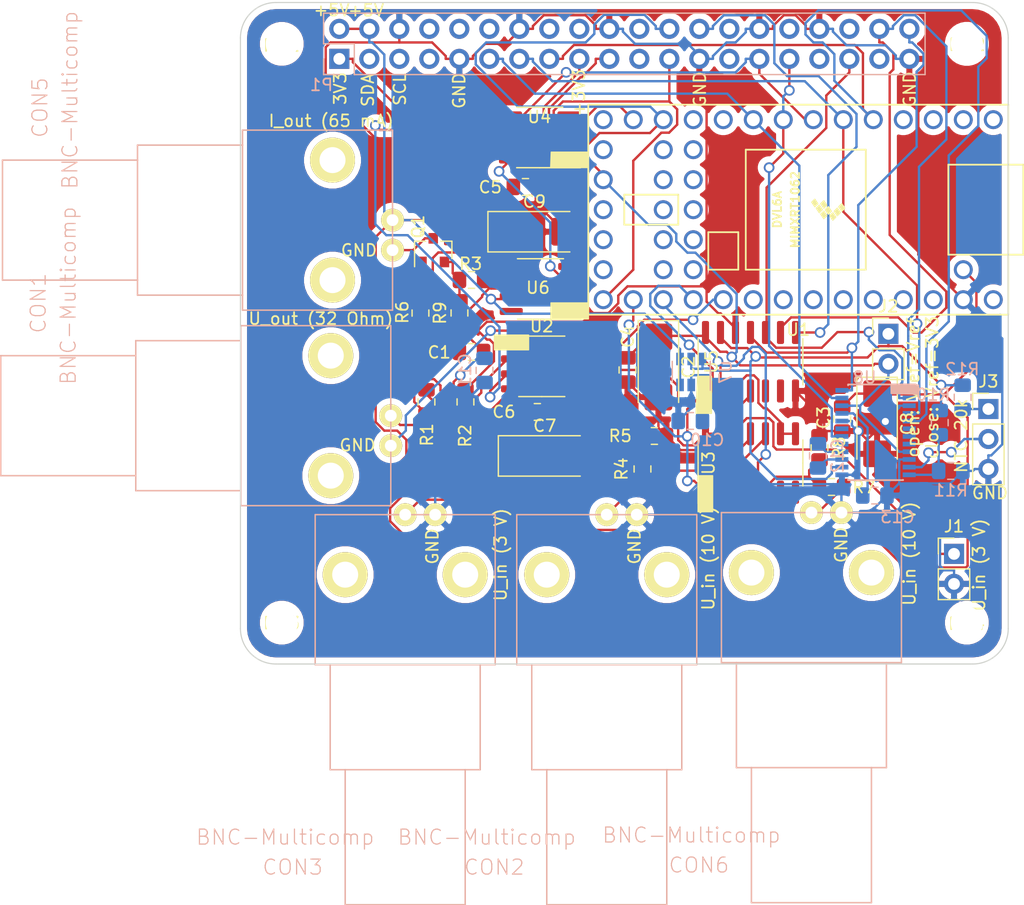
<source format=kicad_pcb>
(kicad_pcb (version 20171130) (host pcbnew "(5.1.4)-1")

  (general
    (thickness 1.6)
    (drawings 53)
    (tracks 724)
    (zones 0)
    (modules 47)
    (nets 96)
  )

  (page A3)
  (title_block
    (date "15 nov 2012")
  )

  (layers
    (0 F.Cu signal)
    (31 B.Cu signal)
    (32 B.Adhes user hide)
    (33 F.Adhes user hide)
    (34 B.Paste user hide)
    (35 F.Paste user hide)
    (36 B.SilkS user)
    (37 F.SilkS user)
    (38 B.Mask user hide)
    (39 F.Mask user hide)
    (40 Dwgs.User user hide)
    (41 Cmts.User user hide)
    (42 Eco1.User user hide)
    (43 Eco2.User user hide)
    (44 Edge.Cuts user)
  )

  (setup
    (last_trace_width 0.2)
    (trace_clearance 0.2)
    (zone_clearance 0.508)
    (zone_45_only no)
    (trace_min 0.1524)
    (via_size 0.9)
    (via_drill 0.6)
    (via_min_size 0.8)
    (via_min_drill 0.5)
    (uvia_size 0.5)
    (uvia_drill 0.1)
    (uvias_allowed no)
    (uvia_min_size 0.5)
    (uvia_min_drill 0.1)
    (edge_width 0.1)
    (segment_width 0.1)
    (pcb_text_width 0.3)
    (pcb_text_size 1 1)
    (mod_edge_width 0.15)
    (mod_text_size 1 1)
    (mod_text_width 0.15)
    (pad_size 2.5 2.5)
    (pad_drill 2.5)
    (pad_to_mask_clearance 0)
    (aux_axis_origin 200 150)
    (grid_origin 200 150)
    (visible_elements 7FFFFFFF)
    (pcbplotparams
      (layerselection 0x00030_ffffffff)
      (usegerberextensions true)
      (usegerberattributes false)
      (usegerberadvancedattributes false)
      (creategerberjobfile false)
      (excludeedgelayer true)
      (linewidth 0.150000)
      (plotframeref false)
      (viasonmask false)
      (mode 1)
      (useauxorigin false)
      (hpglpennumber 1)
      (hpglpenspeed 20)
      (hpglpendiameter 15.000000)
      (psnegative false)
      (psa4output false)
      (plotreference true)
      (plotvalue true)
      (plotinvisibletext false)
      (padsonsilk false)
      (subtractmaskfromsilk false)
      (outputformat 1)
      (mirror false)
      (drillshape 0)
      (scaleselection 1)
      (outputdirectory "GerberFiles/"))
  )

  (net 0 "")
  (net 1 +3V3)
  (net 2 +5V)
  (net 3 GND)
  (net 4 /ID_SD)
  (net 5 /ID_SC)
  (net 6 /GPIO5)
  (net 7 /GPIO6)
  (net 8 /GPIO26)
  (net 9 "/GPIO2(SDA1)")
  (net 10 "/GPIO3(SCL1)")
  (net 11 "/GPIO4(GCLK)")
  (net 12 "/GPIO14(TXD0)")
  (net 13 "/GPIO15(RXD0)")
  (net 14 "/GPIO17(GEN0)")
  (net 15 "/GPIO27(GEN2)")
  (net 16 "/GPIO22(GEN3)")
  (net 17 "/GPIO23(GEN4)")
  (net 18 "/GPIO24(GEN5)")
  (net 19 "/GPIO25(GEN6)")
  (net 20 "/GPIO18(GEN1)(PWM0)")
  (net 21 "/GPIO10(SPI0_MOSI)")
  (net 22 "/GPIO9(SPI0_MISO)")
  (net 23 "/GPIO11(SPI0_SCK)")
  (net 24 "/GPIO8(SPI0_CE_N)")
  (net 25 "/GPIO7(SPI1_CE_N)")
  (net 26 "/GPIO12(PWM0)")
  (net 27 "/GPIO13(PWM1)")
  (net 28 "/GPIO19(SPI1_MISO)")
  (net 29 /GPIO16)
  (net 30 "/GPIO20(SPI1_MOSI)")
  (net 31 "/GPIO21(SPI1_SCK)")
  (net 32 "Net-(C1-Pad1)")
  (net 33 "Net-(C1-Pad2)")
  (net 34 "Net-(Q1-Pad1)")
  (net 35 "Net-(Q1-Pad2)")
  (net 36 "Net-(CON5-Pad2)")
  (net 37 "Net-(CON1-Pad1)")
  (net 38 "Net-(R1-Pad1)")
  (net 39 "Net-(CON2-Pad1)")
  (net 40 "Net-(R4-Pad1)")
  (net 41 "Net-(R7-Pad1)")
  (net 42 "Net-(CON6-Pad1)")
  (net 43 "Net-(U1-Pad17)")
  (net 44 "Net-(U1-Pad18)")
  (net 45 "Net-(U1-Pad19)")
  (net 46 "Net-(U1-Pad15)")
  (net 47 "Net-(U1-Pad14)")
  (net 48 /TEENSY_A0)
  (net 49 /TEENY_A1)
  (net 50 /TEENY_A2)
  (net 51 /TEENY_A3)
  (net 52 "Net-(U1-Pad25)")
  (net 53 "Net-(U1-Pad26)")
  (net 54 "Net-(U1-Pad27)")
  (net 55 "Net-(U1-Pad28)")
  (net 56 "Net-(U1-Pad29)")
  (net 57 "Net-(U1-Pad30)")
  (net 58 "Net-(U1-Pad31)")
  (net 59 "Net-(U1-Pad33)")
  (net 60 "Net-(U1-Pad11)")
  (net 61 "Net-(U1-Pad10)")
  (net 62 "Net-(U1-Pad4)")
  (net 63 "Net-(U1-Pad3)")
  (net 64 "Net-(U1-Pad2)")
  (net 65 "Net-(U1-Pad1)")
  (net 66 "Net-(U1-Pad35)")
  (net 67 "Net-(U1-Pad36)")
  (net 68 "Net-(U1-Pad37)")
  (net 69 "Net-(U1-Pad38)")
  (net 70 "Net-(U1-Pad39)")
  (net 71 "Net-(U1-Pad40)")
  (net 72 "Net-(U1-Pad41)")
  (net 73 "Net-(U1-Pad42)")
  (net 74 "Net-(U1-Pad43)")
  (net 75 "Net-(U1-Pad44)")
  (net 76 "Net-(CON3-Pad1)")
  (net 77 "Net-(U4-Pad8)")
  (net 78 "Net-(U5-Pad5)")
  (net 79 "Net-(U5-Pad6)")
  (net 80 "Net-(J1-Pad1)")
  (net 81 "Net-(C10-Pad1)")
  (net 82 /Vref)
  (net 83 "Net-(C11-Pad1)")
  (net 84 "Net-(C12-Pad1)")
  (net 85 "Net-(C12-Pad2)")
  (net 86 "Net-(C13-Pad2)")
  (net 87 "Net-(CON1-Pad2)")
  (net 88 "Net-(J3-Pad1)")
  (net 89 /ch0)
  (net 90 /ch1)
  (net 91 /DAC2)
  (net 92 "Net-(U8-Pad6)")
  (net 93 "Net-(U8-Pad7)")
  (net 94 "Net-(U8-Pad8)")
  (net 95 "Net-(U8-Pad19)")

  (net_class Default "This is the default net class."
    (clearance 0.2)
    (trace_width 0.2)
    (via_dia 0.9)
    (via_drill 0.6)
    (uvia_dia 0.5)
    (uvia_drill 0.1)
    (add_net +3V3)
    (add_net +5V)
    (add_net /DAC2)
    (add_net "/GPIO10(SPI0_MOSI)")
    (add_net "/GPIO11(SPI0_SCK)")
    (add_net "/GPIO12(PWM0)")
    (add_net "/GPIO13(PWM1)")
    (add_net "/GPIO14(TXD0)")
    (add_net "/GPIO15(RXD0)")
    (add_net /GPIO16)
    (add_net "/GPIO17(GEN0)")
    (add_net "/GPIO18(GEN1)(PWM0)")
    (add_net "/GPIO19(SPI1_MISO)")
    (add_net "/GPIO2(SDA1)")
    (add_net "/GPIO20(SPI1_MOSI)")
    (add_net "/GPIO21(SPI1_SCK)")
    (add_net "/GPIO22(GEN3)")
    (add_net "/GPIO23(GEN4)")
    (add_net "/GPIO24(GEN5)")
    (add_net "/GPIO25(GEN6)")
    (add_net /GPIO26)
    (add_net "/GPIO27(GEN2)")
    (add_net "/GPIO3(SCL1)")
    (add_net "/GPIO4(GCLK)")
    (add_net /GPIO5)
    (add_net /GPIO6)
    (add_net "/GPIO7(SPI1_CE_N)")
    (add_net "/GPIO8(SPI0_CE_N)")
    (add_net "/GPIO9(SPI0_MISO)")
    (add_net /ID_SC)
    (add_net /ID_SD)
    (add_net /TEENSY_A0)
    (add_net /TEENY_A1)
    (add_net /TEENY_A2)
    (add_net /TEENY_A3)
    (add_net /Vref)
    (add_net /ch0)
    (add_net /ch1)
    (add_net GND)
    (add_net "Net-(C1-Pad1)")
    (add_net "Net-(C1-Pad2)")
    (add_net "Net-(C10-Pad1)")
    (add_net "Net-(C11-Pad1)")
    (add_net "Net-(C12-Pad1)")
    (add_net "Net-(C12-Pad2)")
    (add_net "Net-(C13-Pad2)")
    (add_net "Net-(CON1-Pad1)")
    (add_net "Net-(CON1-Pad2)")
    (add_net "Net-(CON2-Pad1)")
    (add_net "Net-(CON3-Pad1)")
    (add_net "Net-(CON5-Pad2)")
    (add_net "Net-(CON6-Pad1)")
    (add_net "Net-(J1-Pad1)")
    (add_net "Net-(J3-Pad1)")
    (add_net "Net-(Q1-Pad1)")
    (add_net "Net-(Q1-Pad2)")
    (add_net "Net-(R1-Pad1)")
    (add_net "Net-(R4-Pad1)")
    (add_net "Net-(R7-Pad1)")
    (add_net "Net-(U1-Pad1)")
    (add_net "Net-(U1-Pad10)")
    (add_net "Net-(U1-Pad11)")
    (add_net "Net-(U1-Pad14)")
    (add_net "Net-(U1-Pad15)")
    (add_net "Net-(U1-Pad17)")
    (add_net "Net-(U1-Pad18)")
    (add_net "Net-(U1-Pad19)")
    (add_net "Net-(U1-Pad2)")
    (add_net "Net-(U1-Pad25)")
    (add_net "Net-(U1-Pad26)")
    (add_net "Net-(U1-Pad27)")
    (add_net "Net-(U1-Pad28)")
    (add_net "Net-(U1-Pad29)")
    (add_net "Net-(U1-Pad3)")
    (add_net "Net-(U1-Pad30)")
    (add_net "Net-(U1-Pad31)")
    (add_net "Net-(U1-Pad33)")
    (add_net "Net-(U1-Pad35)")
    (add_net "Net-(U1-Pad36)")
    (add_net "Net-(U1-Pad37)")
    (add_net "Net-(U1-Pad38)")
    (add_net "Net-(U1-Pad39)")
    (add_net "Net-(U1-Pad4)")
    (add_net "Net-(U1-Pad40)")
    (add_net "Net-(U1-Pad41)")
    (add_net "Net-(U1-Pad42)")
    (add_net "Net-(U1-Pad43)")
    (add_net "Net-(U1-Pad44)")
    (add_net "Net-(U4-Pad8)")
    (add_net "Net-(U5-Pad5)")
    (add_net "Net-(U5-Pad6)")
    (add_net "Net-(U8-Pad19)")
    (add_net "Net-(U8-Pad6)")
    (add_net "Net-(U8-Pad7)")
    (add_net "Net-(U8-Pad8)")
  )

  (net_class Power ""
    (clearance 0.2)
    (trace_width 0.5)
    (via_dia 1)
    (via_drill 0.7)
    (uvia_dia 0.5)
    (uvia_drill 0.1)
  )

  (module Package_SO:SOIC-8_3.9x4.9mm_P1.27mm (layer F.Cu) (tedit 5C97300E) (tstamp 62B4CAD8)
    (at 225.4 118.25 180)
    (descr "SOIC, 8 Pin (JEDEC MS-012AA, https://www.analog.com/media/en/package-pcb-resources/package/pkg_pdf/soic_narrow-r/r_8.pdf), generated with kicad-footprint-generator ipc_gullwing_generator.py")
    (tags "SOIC SO")
    (path /62B51C8E)
    (attr smd)
    (fp_text reference U6 (at 0.21082 0.10414) (layer F.SilkS)
      (effects (font (size 1 1) (thickness 0.15)))
    )
    (fp_text value TS921 (at 0 3.4) (layer F.Fab)
      (effects (font (size 1 1) (thickness 0.15)))
    )
    (fp_line (start 0 2.56) (end 1.95 2.56) (layer F.SilkS) (width 0.12))
    (fp_line (start 0 2.56) (end -1.95 2.56) (layer F.SilkS) (width 0.12))
    (fp_line (start 0 -2.56) (end 1.95 -2.56) (layer F.SilkS) (width 0.12))
    (fp_line (start 0 -2.56) (end -3.45 -2.56) (layer F.SilkS) (width 0.12))
    (fp_line (start -0.975 -2.45) (end 1.95 -2.45) (layer F.Fab) (width 0.1))
    (fp_line (start 1.95 -2.45) (end 1.95 2.45) (layer F.Fab) (width 0.1))
    (fp_line (start 1.95 2.45) (end -1.95 2.45) (layer F.Fab) (width 0.1))
    (fp_line (start -1.95 2.45) (end -1.95 -1.475) (layer F.Fab) (width 0.1))
    (fp_line (start -1.95 -1.475) (end -0.975 -2.45) (layer F.Fab) (width 0.1))
    (fp_line (start -3.7 -2.7) (end -3.7 2.7) (layer F.CrtYd) (width 0.05))
    (fp_line (start -3.7 2.7) (end 3.7 2.7) (layer F.CrtYd) (width 0.05))
    (fp_line (start 3.7 2.7) (end 3.7 -2.7) (layer F.CrtYd) (width 0.05))
    (fp_line (start 3.7 -2.7) (end -3.7 -2.7) (layer F.CrtYd) (width 0.05))
    (fp_text user %R (at 0 0) (layer F.Fab)
      (effects (font (size 0.98 0.98) (thickness 0.15)))
    )
    (pad 1 smd roundrect (at -2.475 -1.905 180) (size 1.95 0.6) (layers F.Cu F.Paste F.Mask) (roundrect_rratio 0.25))
    (pad 2 smd roundrect (at -2.475 -0.635 180) (size 1.95 0.6) (layers F.Cu F.Paste F.Mask) (roundrect_rratio 0.25)
      (net 33 "Net-(C1-Pad2)"))
    (pad 3 smd roundrect (at -2.475 0.635 180) (size 1.95 0.6) (layers F.Cu F.Paste F.Mask) (roundrect_rratio 0.25)
      (net 77 "Net-(U4-Pad8)"))
    (pad 4 smd roundrect (at -2.475 1.905 180) (size 1.95 0.6) (layers F.Cu F.Paste F.Mask) (roundrect_rratio 0.25)
      (net 3 GND))
    (pad 5 smd roundrect (at 2.475 1.905 180) (size 1.95 0.6) (layers F.Cu F.Paste F.Mask) (roundrect_rratio 0.25))
    (pad 6 smd roundrect (at 2.475 0.635 180) (size 1.95 0.6) (layers F.Cu F.Paste F.Mask) (roundrect_rratio 0.25)
      (net 32 "Net-(C1-Pad1)"))
    (pad 7 smd roundrect (at 2.475 -0.635 180) (size 1.95 0.6) (layers F.Cu F.Paste F.Mask) (roundrect_rratio 0.25)
      (net 2 +5V))
    (pad 8 smd roundrect (at 2.475 -1.905 180) (size 1.95 0.6) (layers F.Cu F.Paste F.Mask) (roundrect_rratio 0.25))
    (model ${KISYS3DMOD}/Package_SO.3dshapes/SOIC-8_3.9x4.9mm_P1.27mm.wrl
      (at (xyz 0 0 0))
      (scale (xyz 1 1 1))
      (rotate (xyz 0 0 0))
    )
  )

  (module Connector_PinSocket_2.54mm:PinSocket_2x20_P2.54mm_Vertical (layer B.Cu) (tedit 5A19A433) (tstamp 5A793E9F)
    (at 208.37 98.77 270)
    (descr "Through hole straight socket strip, 2x20, 2.54mm pitch, double cols (from Kicad 4.0.7), script generated")
    (tags "Through hole socket strip THT 2x20 2.54mm double row")
    (path /59AD464A)
    (fp_text reference P1 (at 2.208 1.512) (layer B.SilkS)
      (effects (font (size 1 1) (thickness 0.15)) (justify mirror))
    )
    (fp_text value Conn_02x20_Odd_Even (at -1.27 -51.03 270) (layer B.Fab)
      (effects (font (size 1 1) (thickness 0.15)) (justify mirror))
    )
    (fp_line (start -3.81 1.27) (end 0.27 1.27) (layer B.Fab) (width 0.1))
    (fp_line (start 0.27 1.27) (end 1.27 0.27) (layer B.Fab) (width 0.1))
    (fp_line (start 1.27 0.27) (end 1.27 -49.53) (layer B.Fab) (width 0.1))
    (fp_line (start 1.27 -49.53) (end -3.81 -49.53) (layer B.Fab) (width 0.1))
    (fp_line (start -3.81 -49.53) (end -3.81 1.27) (layer B.Fab) (width 0.1))
    (fp_line (start -3.87 1.33) (end -1.27 1.33) (layer B.SilkS) (width 0.12))
    (fp_line (start -3.87 1.33) (end -3.87 -49.59) (layer B.SilkS) (width 0.12))
    (fp_line (start -3.87 -49.59) (end 1.33 -49.59) (layer B.SilkS) (width 0.12))
    (fp_line (start 1.33 -1.27) (end 1.33 -49.59) (layer B.SilkS) (width 0.12))
    (fp_line (start -1.27 -1.27) (end 1.33 -1.27) (layer B.SilkS) (width 0.12))
    (fp_line (start -1.27 1.33) (end -1.27 -1.27) (layer B.SilkS) (width 0.12))
    (fp_line (start 1.33 1.33) (end 1.33 0) (layer B.SilkS) (width 0.12))
    (fp_line (start 0 1.33) (end 1.33 1.33) (layer B.SilkS) (width 0.12))
    (fp_line (start -4.34 1.8) (end 1.76 1.8) (layer B.CrtYd) (width 0.05))
    (fp_line (start 1.76 1.8) (end 1.76 -50) (layer B.CrtYd) (width 0.05))
    (fp_line (start 1.76 -50) (end -4.34 -50) (layer B.CrtYd) (width 0.05))
    (fp_line (start -4.34 -50) (end -4.34 1.8) (layer B.CrtYd) (width 0.05))
    (fp_text user %R (at -1.27 -24.13 180) (layer B.Fab)
      (effects (font (size 1 1) (thickness 0.15)) (justify mirror))
    )
    (pad 1 thru_hole rect (at 0 0 270) (size 1.7 1.7) (drill 1) (layers *.Cu *.Mask)
      (net 1 +3V3))
    (pad 2 thru_hole oval (at -2.54 0 270) (size 1.7 1.7) (drill 1) (layers *.Cu *.Mask)
      (net 2 +5V))
    (pad 3 thru_hole oval (at 0 -2.54 270) (size 1.7 1.7) (drill 1) (layers *.Cu *.Mask)
      (net 9 "/GPIO2(SDA1)"))
    (pad 4 thru_hole oval (at -2.54 -2.54 270) (size 1.7 1.7) (drill 1) (layers *.Cu *.Mask)
      (net 2 +5V))
    (pad 5 thru_hole oval (at 0 -5.08 270) (size 1.7 1.7) (drill 1) (layers *.Cu *.Mask)
      (net 10 "/GPIO3(SCL1)"))
    (pad 6 thru_hole oval (at -2.54 -5.08 270) (size 1.7 1.7) (drill 1) (layers *.Cu *.Mask)
      (net 3 GND))
    (pad 7 thru_hole oval (at 0 -7.62 270) (size 1.7 1.7) (drill 1) (layers *.Cu *.Mask)
      (net 11 "/GPIO4(GCLK)"))
    (pad 8 thru_hole oval (at -2.54 -7.62 270) (size 1.7 1.7) (drill 1) (layers *.Cu *.Mask)
      (net 12 "/GPIO14(TXD0)"))
    (pad 9 thru_hole oval (at 0 -10.16 270) (size 1.7 1.7) (drill 1) (layers *.Cu *.Mask)
      (net 3 GND))
    (pad 10 thru_hole oval (at -2.54 -10.16 270) (size 1.7 1.7) (drill 1) (layers *.Cu *.Mask)
      (net 13 "/GPIO15(RXD0)"))
    (pad 11 thru_hole oval (at 0 -12.7 270) (size 1.7 1.7) (drill 1) (layers *.Cu *.Mask)
      (net 14 "/GPIO17(GEN0)"))
    (pad 12 thru_hole oval (at -2.54 -12.7 270) (size 1.7 1.7) (drill 1) (layers *.Cu *.Mask)
      (net 20 "/GPIO18(GEN1)(PWM0)"))
    (pad 13 thru_hole oval (at 0 -15.24 270) (size 1.7 1.7) (drill 1) (layers *.Cu *.Mask)
      (net 15 "/GPIO27(GEN2)"))
    (pad 14 thru_hole oval (at -2.54 -15.24 270) (size 1.7 1.7) (drill 1) (layers *.Cu *.Mask)
      (net 3 GND))
    (pad 15 thru_hole oval (at 0 -17.78 270) (size 1.7 1.7) (drill 1) (layers *.Cu *.Mask)
      (net 16 "/GPIO22(GEN3)"))
    (pad 16 thru_hole oval (at -2.54 -17.78 270) (size 1.7 1.7) (drill 1) (layers *.Cu *.Mask)
      (net 17 "/GPIO23(GEN4)"))
    (pad 17 thru_hole oval (at 0 -20.32 270) (size 1.7 1.7) (drill 1) (layers *.Cu *.Mask)
      (net 1 +3V3))
    (pad 18 thru_hole oval (at -2.54 -20.32 270) (size 1.7 1.7) (drill 1) (layers *.Cu *.Mask)
      (net 18 "/GPIO24(GEN5)"))
    (pad 19 thru_hole oval (at 0 -22.86 270) (size 1.7 1.7) (drill 1) (layers *.Cu *.Mask)
      (net 21 "/GPIO10(SPI0_MOSI)"))
    (pad 20 thru_hole oval (at -2.54 -22.86 270) (size 1.7 1.7) (drill 1) (layers *.Cu *.Mask)
      (net 3 GND))
    (pad 21 thru_hole oval (at 0 -25.4 270) (size 1.7 1.7) (drill 1) (layers *.Cu *.Mask)
      (net 22 "/GPIO9(SPI0_MISO)"))
    (pad 22 thru_hole oval (at -2.54 -25.4 270) (size 1.7 1.7) (drill 1) (layers *.Cu *.Mask)
      (net 19 "/GPIO25(GEN6)"))
    (pad 23 thru_hole oval (at 0 -27.94 270) (size 1.7 1.7) (drill 1) (layers *.Cu *.Mask)
      (net 23 "/GPIO11(SPI0_SCK)"))
    (pad 24 thru_hole oval (at -2.54 -27.94 270) (size 1.7 1.7) (drill 1) (layers *.Cu *.Mask)
      (net 24 "/GPIO8(SPI0_CE_N)"))
    (pad 25 thru_hole oval (at 0 -30.48 270) (size 1.7 1.7) (drill 1) (layers *.Cu *.Mask)
      (net 3 GND))
    (pad 26 thru_hole oval (at -2.54 -30.48 270) (size 1.7 1.7) (drill 1) (layers *.Cu *.Mask)
      (net 25 "/GPIO7(SPI1_CE_N)"))
    (pad 27 thru_hole oval (at 0 -33.02 270) (size 1.7 1.7) (drill 1) (layers *.Cu *.Mask)
      (net 4 /ID_SD))
    (pad 28 thru_hole oval (at -2.54 -33.02 270) (size 1.7 1.7) (drill 1) (layers *.Cu *.Mask)
      (net 5 /ID_SC))
    (pad 29 thru_hole oval (at 0 -35.56 270) (size 1.7 1.7) (drill 1) (layers *.Cu *.Mask)
      (net 6 /GPIO5))
    (pad 30 thru_hole oval (at -2.54 -35.56 270) (size 1.7 1.7) (drill 1) (layers *.Cu *.Mask)
      (net 3 GND))
    (pad 31 thru_hole oval (at 0 -38.1 270) (size 1.7 1.7) (drill 1) (layers *.Cu *.Mask)
      (net 7 /GPIO6))
    (pad 32 thru_hole oval (at -2.54 -38.1 270) (size 1.7 1.7) (drill 1) (layers *.Cu *.Mask)
      (net 26 "/GPIO12(PWM0)"))
    (pad 33 thru_hole oval (at 0 -40.64 270) (size 1.7 1.7) (drill 1) (layers *.Cu *.Mask)
      (net 27 "/GPIO13(PWM1)"))
    (pad 34 thru_hole oval (at -2.54 -40.64 270) (size 1.7 1.7) (drill 1) (layers *.Cu *.Mask)
      (net 3 GND))
    (pad 35 thru_hole oval (at 0 -43.18 270) (size 1.7 1.7) (drill 1) (layers *.Cu *.Mask)
      (net 28 "/GPIO19(SPI1_MISO)"))
    (pad 36 thru_hole oval (at -2.54 -43.18 270) (size 1.7 1.7) (drill 1) (layers *.Cu *.Mask)
      (net 29 /GPIO16))
    (pad 37 thru_hole oval (at 0 -45.72 270) (size 1.7 1.7) (drill 1) (layers *.Cu *.Mask)
      (net 8 /GPIO26))
    (pad 38 thru_hole oval (at -2.54 -45.72 270) (size 1.7 1.7) (drill 1) (layers *.Cu *.Mask)
      (net 30 "/GPIO20(SPI1_MOSI)"))
    (pad 39 thru_hole oval (at 0 -48.26 270) (size 1.7 1.7) (drill 1) (layers *.Cu *.Mask)
      (net 3 GND))
    (pad 40 thru_hole oval (at -2.54 -48.26 270) (size 1.7 1.7) (drill 1) (layers *.Cu *.Mask)
      (net 31 "/GPIO21(SPI1_SCK)"))
    (model ${KISYS3DMOD}/Connector_PinSocket_2.54mm.3dshapes/PinSocket_2x20_P2.54mm_Vertical.wrl
      (at (xyz 0 0 0))
      (scale (xyz 1 1 1))
      (rotate (xyz 0 0 0))
    )
  )

  (module MountingHole:MountingHole_2.7mm_M2.5 (layer F.Cu) (tedit 56D1B4CB) (tstamp 5A793E98)
    (at 261.5 146.5)
    (descr "Mounting Hole 2.7mm, no annular, M2.5")
    (tags "mounting hole 2.7mm no annular m2.5")
    (path /5834FC4F)
    (attr virtual)
    (fp_text reference MK4 (at -0.0193 0.09894) (layer F.SilkS)
      (effects (font (size 1 1) (thickness 0.15)))
    )
    (fp_text value M2.5 (at 0 3.7) (layer F.Fab)
      (effects (font (size 1 1) (thickness 0.15)))
    )
    (fp_circle (center 0 0) (end 2.95 0) (layer F.CrtYd) (width 0.05))
    (fp_circle (center 0 0) (end 2.7 0) (layer Cmts.User) (width 0.15))
    (fp_text user %R (at 0.3 0) (layer F.Fab)
      (effects (font (size 1 1) (thickness 0.15)))
    )
    (pad 1 np_thru_hole circle (at 0 0) (size 2.7 2.7) (drill 2.7) (layers *.Cu *.Mask))
  )

  (module MountingHole:MountingHole_2.7mm_M2.5 (layer F.Cu) (tedit 56D1B4CB) (tstamp 5A793E91)
    (at 203.5 146.5)
    (descr "Mounting Hole 2.7mm, no annular, M2.5")
    (tags "mounting hole 2.7mm no annular m2.5")
    (path /5834FBEF)
    (attr virtual)
    (fp_text reference MK3 (at -0.0202 0.0456) (layer F.SilkS)
      (effects (font (size 1 1) (thickness 0.15)))
    )
    (fp_text value M2.5 (at 0 3.7) (layer F.Fab)
      (effects (font (size 1 1) (thickness 0.15)))
    )
    (fp_text user %R (at 0.3 0) (layer F.Fab)
      (effects (font (size 1 1) (thickness 0.15)))
    )
    (fp_circle (center 0 0) (end 2.7 0) (layer Cmts.User) (width 0.15))
    (fp_circle (center 0 0) (end 2.95 0) (layer F.CrtYd) (width 0.05))
    (pad 1 np_thru_hole circle (at 0 0) (size 2.7 2.7) (drill 2.7) (layers *.Cu *.Mask))
  )

  (module MountingHole:MountingHole_2.7mm_M2.5 (layer F.Cu) (tedit 56D1B4CB) (tstamp 5A793E8A)
    (at 261.5 97.5 180)
    (descr "Mounting Hole 2.7mm, no annular, M2.5")
    (tags "mounting hole 2.7mm no annular m2.5")
    (path /5834FC19)
    (attr virtual)
    (fp_text reference MK2 (at -0.01118 -0.08456 180) (layer F.SilkS)
      (effects (font (size 1 1) (thickness 0.15)))
    )
    (fp_text value M2.5 (at 0 3.7 180) (layer F.Fab)
      (effects (font (size 1 1) (thickness 0.15)))
    )
    (fp_circle (center 0 0) (end 2.95 0) (layer F.CrtYd) (width 0.05))
    (fp_circle (center 0 0) (end 2.7 0) (layer Cmts.User) (width 0.15))
    (fp_text user %R (at 0.3 0 180) (layer F.Fab)
      (effects (font (size 1 1) (thickness 0.15)))
    )
    (pad 1 np_thru_hole circle (at 0 0 180) (size 2.7 2.7) (drill 2.7) (layers *.Cu *.Mask))
  )

  (module MountingHole:MountingHole_2.7mm_M2.5 (layer F.Cu) (tedit 56D1B4CB) (tstamp 5A793E83)
    (at 203.5 97.5 180)
    (descr "Mounting Hole 2.7mm, no annular, M2.5")
    (tags "mounting hole 2.7mm no annular m2.5")
    (path /5834FB2E)
    (attr virtual)
    (fp_text reference MK1 (at 0.0202 -0.14552 180) (layer F.SilkS)
      (effects (font (size 1 1) (thickness 0.15)))
    )
    (fp_text value M2.5 (at 0 3.7 180) (layer F.Fab)
      (effects (font (size 1 1) (thickness 0.15)))
    )
    (fp_text user %R (at 0.3 0 180) (layer F.Fab)
      (effects (font (size 1 1) (thickness 0.15)))
    )
    (fp_circle (center 0 0) (end 2.7 0) (layer Cmts.User) (width 0.15))
    (fp_circle (center 0 0) (end 2.95 0) (layer F.CrtYd) (width 0.05))
    (pad 1 np_thru_hole circle (at 0 0 180) (size 2.7 2.7) (drill 2.7) (layers *.Cu *.Mask))
  )

  (module Capacitor_SMD:C_0805_2012Metric_Pad1.15x1.40mm_HandSolder (layer F.Cu) (tedit 5B36C52B) (tstamp 62B4C838)
    (at 219.558 123.584)
    (descr "Capacitor SMD 0805 (2012 Metric), square (rectangular) end terminal, IPC_7351 nominal with elongated pad for handsoldering. (Body size source: https://docs.google.com/spreadsheets/d/1BsfQQcO9C6DZCsRaXUlFlo91Tg2WpOkGARC1WS5S8t0/edit?usp=sharing), generated with kicad-footprint-generator")
    (tags "capacitor handsolder")
    (path /62B4B907)
    (attr smd)
    (fp_text reference C1 (at -2.7305 0.03556) (layer F.SilkS)
      (effects (font (size 1 1) (thickness 0.15)))
    )
    (fp_text value 100p (at 0 1.65) (layer F.Fab)
      (effects (font (size 1 1) (thickness 0.15)))
    )
    (fp_line (start -1 0.6) (end -1 -0.6) (layer F.Fab) (width 0.1))
    (fp_line (start -1 -0.6) (end 1 -0.6) (layer F.Fab) (width 0.1))
    (fp_line (start 1 -0.6) (end 1 0.6) (layer F.Fab) (width 0.1))
    (fp_line (start 1 0.6) (end -1 0.6) (layer F.Fab) (width 0.1))
    (fp_line (start -0.261252 -0.71) (end 0.261252 -0.71) (layer F.SilkS) (width 0.12))
    (fp_line (start -0.261252 0.71) (end 0.261252 0.71) (layer F.SilkS) (width 0.12))
    (fp_line (start -1.85 0.95) (end -1.85 -0.95) (layer F.CrtYd) (width 0.05))
    (fp_line (start -1.85 -0.95) (end 1.85 -0.95) (layer F.CrtYd) (width 0.05))
    (fp_line (start 1.85 -0.95) (end 1.85 0.95) (layer F.CrtYd) (width 0.05))
    (fp_line (start 1.85 0.95) (end -1.85 0.95) (layer F.CrtYd) (width 0.05))
    (fp_text user %R (at 0 0) (layer F.Fab)
      (effects (font (size 0.5 0.5) (thickness 0.08)))
    )
    (pad 1 smd roundrect (at -1.025 0) (size 1.15 1.4) (layers F.Cu F.Paste F.Mask) (roundrect_rratio 0.217391)
      (net 32 "Net-(C1-Pad1)"))
    (pad 2 smd roundrect (at 1.025 0) (size 1.15 1.4) (layers F.Cu F.Paste F.Mask) (roundrect_rratio 0.217391)
      (net 33 "Net-(C1-Pad2)"))
    (model ${KISYS3DMOD}/Capacitor_SMD.3dshapes/C_0805_2012Metric.wrl
      (at (xyz 0 0 0))
      (scale (xyz 1 1 1))
      (rotate (xyz 0 0 0))
    )
  )

  (module Capacitor_SMD:C_0805_2012Metric_Pad1.15x1.40mm_HandSolder (layer F.Cu) (tedit 5B36C52B) (tstamp 62B4C85C)
    (at 250.945 129.254 270)
    (descr "Capacitor SMD 0805 (2012 Metric), square (rectangular) end terminal, IPC_7351 nominal with elongated pad for handsoldering. (Body size source: https://docs.google.com/spreadsheets/d/1BsfQQcO9C6DZCsRaXUlFlo91Tg2WpOkGARC1WS5S8t0/edit?usp=sharing), generated with kicad-footprint-generator")
    (tags "capacitor handsolder")
    (path /62E7BCBF)
    (attr smd)
    (fp_text reference C3 (at -0.11038 1.58496 90) (layer F.SilkS)
      (effects (font (size 1 1) (thickness 0.15)))
    )
    (fp_text value 100n (at 0 1.65 90) (layer F.Fab)
      (effects (font (size 1 1) (thickness 0.15)))
    )
    (fp_line (start -1 0.6) (end -1 -0.6) (layer F.Fab) (width 0.1))
    (fp_line (start -1 -0.6) (end 1 -0.6) (layer F.Fab) (width 0.1))
    (fp_line (start 1 -0.6) (end 1 0.6) (layer F.Fab) (width 0.1))
    (fp_line (start 1 0.6) (end -1 0.6) (layer F.Fab) (width 0.1))
    (fp_line (start -0.261252 -0.71) (end 0.261252 -0.71) (layer F.SilkS) (width 0.12))
    (fp_line (start -0.261252 0.71) (end 0.261252 0.71) (layer F.SilkS) (width 0.12))
    (fp_line (start -1.85 0.95) (end -1.85 -0.95) (layer F.CrtYd) (width 0.05))
    (fp_line (start -1.85 -0.95) (end 1.85 -0.95) (layer F.CrtYd) (width 0.05))
    (fp_line (start 1.85 -0.95) (end 1.85 0.95) (layer F.CrtYd) (width 0.05))
    (fp_line (start 1.85 0.95) (end -1.85 0.95) (layer F.CrtYd) (width 0.05))
    (fp_text user %R (at 0 0 90) (layer F.Fab)
      (effects (font (size 0.5 0.5) (thickness 0.08)))
    )
    (pad 1 smd roundrect (at -1.025 0 270) (size 1.15 1.4) (layers F.Cu F.Paste F.Mask) (roundrect_rratio 0.217391)
      (net 2 +5V))
    (pad 2 smd roundrect (at 1.025 0 270) (size 1.15 1.4) (layers F.Cu F.Paste F.Mask) (roundrect_rratio 0.217391)
      (net 3 GND))
    (model ${KISYS3DMOD}/Capacitor_SMD.3dshapes/C_0805_2012Metric.wrl
      (at (xyz 0 0 0))
      (scale (xyz 1 1 1))
      (rotate (xyz 0 0 0))
    )
  )

  (module Capacitor_SMD:C_0805_2012Metric_Pad1.15x1.40mm_HandSolder (layer F.Cu) (tedit 5B36C52B) (tstamp 62B4C86D)
    (at 232.766 125.108 270)
    (descr "Capacitor SMD 0805 (2012 Metric), square (rectangular) end terminal, IPC_7351 nominal with elongated pad for handsoldering. (Body size source: https://docs.google.com/spreadsheets/d/1BsfQQcO9C6DZCsRaXUlFlo91Tg2WpOkGARC1WS5S8t0/edit?usp=sharing), generated with kicad-footprint-generator")
    (tags "capacitor handsolder")
    (path /62E6F322)
    (attr smd)
    (fp_text reference C4 (at -2.83718 -0.03048 90) (layer F.SilkS)
      (effects (font (size 1 1) (thickness 0.15)))
    )
    (fp_text value 100n (at 0 1.65 90) (layer F.Fab)
      (effects (font (size 1 1) (thickness 0.15)))
    )
    (fp_text user %R (at 0 0 90) (layer F.Fab)
      (effects (font (size 0.5 0.5) (thickness 0.08)))
    )
    (fp_line (start 1.85 0.95) (end -1.85 0.95) (layer F.CrtYd) (width 0.05))
    (fp_line (start 1.85 -0.95) (end 1.85 0.95) (layer F.CrtYd) (width 0.05))
    (fp_line (start -1.85 -0.95) (end 1.85 -0.95) (layer F.CrtYd) (width 0.05))
    (fp_line (start -1.85 0.95) (end -1.85 -0.95) (layer F.CrtYd) (width 0.05))
    (fp_line (start -0.261252 0.71) (end 0.261252 0.71) (layer F.SilkS) (width 0.12))
    (fp_line (start -0.261252 -0.71) (end 0.261252 -0.71) (layer F.SilkS) (width 0.12))
    (fp_line (start 1 0.6) (end -1 0.6) (layer F.Fab) (width 0.1))
    (fp_line (start 1 -0.6) (end 1 0.6) (layer F.Fab) (width 0.1))
    (fp_line (start -1 -0.6) (end 1 -0.6) (layer F.Fab) (width 0.1))
    (fp_line (start -1 0.6) (end -1 -0.6) (layer F.Fab) (width 0.1))
    (pad 2 smd roundrect (at 1.025 0 270) (size 1.15 1.4) (layers F.Cu F.Paste F.Mask) (roundrect_rratio 0.217391)
      (net 3 GND))
    (pad 1 smd roundrect (at -1.025 0 270) (size 1.15 1.4) (layers F.Cu F.Paste F.Mask) (roundrect_rratio 0.217391)
      (net 1 +3V3))
    (model ${KISYS3DMOD}/Capacitor_SMD.3dshapes/C_0805_2012Metric.wrl
      (at (xyz 0 0 0))
      (scale (xyz 1 1 1))
      (rotate (xyz 0 0 0))
    )
  )

  (module Capacitor_SMD:C_0805_2012Metric_Pad1.15x1.40mm_HandSolder (layer F.Cu) (tedit 5B36C52B) (tstamp 62B4C87E)
    (at 224.13 109.614)
    (descr "Capacitor SMD 0805 (2012 Metric), square (rectangular) end terminal, IPC_7351 nominal with elongated pad for handsoldering. (Body size source: https://docs.google.com/spreadsheets/d/1BsfQQcO9C6DZCsRaXUlFlo91Tg2WpOkGARC1WS5S8t0/edit?usp=sharing), generated with kicad-footprint-generator")
    (tags "capacitor handsolder")
    (path /62E7C32F)
    (attr smd)
    (fp_text reference C5 (at -2.98196 0.02286) (layer F.SilkS)
      (effects (font (size 1 1) (thickness 0.15)))
    )
    (fp_text value 100n (at 0 1.65) (layer F.Fab)
      (effects (font (size 1 1) (thickness 0.15)))
    )
    (fp_text user %R (at 0 0) (layer F.Fab)
      (effects (font (size 0.5 0.5) (thickness 0.08)))
    )
    (fp_line (start 1.85 0.95) (end -1.85 0.95) (layer F.CrtYd) (width 0.05))
    (fp_line (start 1.85 -0.95) (end 1.85 0.95) (layer F.CrtYd) (width 0.05))
    (fp_line (start -1.85 -0.95) (end 1.85 -0.95) (layer F.CrtYd) (width 0.05))
    (fp_line (start -1.85 0.95) (end -1.85 -0.95) (layer F.CrtYd) (width 0.05))
    (fp_line (start -0.261252 0.71) (end 0.261252 0.71) (layer F.SilkS) (width 0.12))
    (fp_line (start -0.261252 -0.71) (end 0.261252 -0.71) (layer F.SilkS) (width 0.12))
    (fp_line (start 1 0.6) (end -1 0.6) (layer F.Fab) (width 0.1))
    (fp_line (start 1 -0.6) (end 1 0.6) (layer F.Fab) (width 0.1))
    (fp_line (start -1 -0.6) (end 1 -0.6) (layer F.Fab) (width 0.1))
    (fp_line (start -1 0.6) (end -1 -0.6) (layer F.Fab) (width 0.1))
    (pad 2 smd roundrect (at 1.025 0) (size 1.15 1.4) (layers F.Cu F.Paste F.Mask) (roundrect_rratio 0.217391)
      (net 3 GND))
    (pad 1 smd roundrect (at -1.025 0) (size 1.15 1.4) (layers F.Cu F.Paste F.Mask) (roundrect_rratio 0.217391)
      (net 2 +5V))
    (model ${KISYS3DMOD}/Capacitor_SMD.3dshapes/C_0805_2012Metric.wrl
      (at (xyz 0 0 0))
      (scale (xyz 1 1 1))
      (rotate (xyz 0 0 0))
    )
  )

  (module Capacitor_SMD:C_0805_2012Metric_Pad1.15x1.40mm_HandSolder (layer F.Cu) (tedit 5B36C52B) (tstamp 62B4C88F)
    (at 225.137 128.664)
    (descr "Capacitor SMD 0805 (2012 Metric), square (rectangular) end terminal, IPC_7351 nominal with elongated pad for handsoldering. (Body size source: https://docs.google.com/spreadsheets/d/1BsfQQcO9C6DZCsRaXUlFlo91Tg2WpOkGARC1WS5S8t0/edit?usp=sharing), generated with kicad-footprint-generator")
    (tags "capacitor handsolder")
    (path /62E7C95C)
    (attr smd)
    (fp_text reference C6 (at -2.82818 -0.01016) (layer F.SilkS)
      (effects (font (size 1 1) (thickness 0.15)))
    )
    (fp_text value 100n (at 0 1.65) (layer F.Fab)
      (effects (font (size 1 1) (thickness 0.15)))
    )
    (fp_line (start -1 0.6) (end -1 -0.6) (layer F.Fab) (width 0.1))
    (fp_line (start -1 -0.6) (end 1 -0.6) (layer F.Fab) (width 0.1))
    (fp_line (start 1 -0.6) (end 1 0.6) (layer F.Fab) (width 0.1))
    (fp_line (start 1 0.6) (end -1 0.6) (layer F.Fab) (width 0.1))
    (fp_line (start -0.261252 -0.71) (end 0.261252 -0.71) (layer F.SilkS) (width 0.12))
    (fp_line (start -0.261252 0.71) (end 0.261252 0.71) (layer F.SilkS) (width 0.12))
    (fp_line (start -1.85 0.95) (end -1.85 -0.95) (layer F.CrtYd) (width 0.05))
    (fp_line (start -1.85 -0.95) (end 1.85 -0.95) (layer F.CrtYd) (width 0.05))
    (fp_line (start 1.85 -0.95) (end 1.85 0.95) (layer F.CrtYd) (width 0.05))
    (fp_line (start 1.85 0.95) (end -1.85 0.95) (layer F.CrtYd) (width 0.05))
    (fp_text user %R (at 0 0) (layer F.Fab)
      (effects (font (size 0.5 0.5) (thickness 0.08)))
    )
    (pad 1 smd roundrect (at -1.025 0) (size 1.15 1.4) (layers F.Cu F.Paste F.Mask) (roundrect_rratio 0.217391)
      (net 2 +5V))
    (pad 2 smd roundrect (at 1.025 0) (size 1.15 1.4) (layers F.Cu F.Paste F.Mask) (roundrect_rratio 0.217391)
      (net 3 GND))
    (model ${KISYS3DMOD}/Capacitor_SMD.3dshapes/C_0805_2012Metric.wrl
      (at (xyz 0 0 0))
      (scale (xyz 1 1 1))
      (rotate (xyz 0 0 0))
    )
  )

  (module Package_TO_SOT_SMD:SOT-23 (layer F.Cu) (tedit 5A02FF57) (tstamp 62B4C961)
    (at 216.322 114.964 90)
    (descr "SOT-23, Standard")
    (tags SOT-23)
    (path /62B5050F)
    (attr smd)
    (fp_text reference Q1 (at 1.98704 -1.28012 90) (layer F.SilkS)
      (effects (font (size 1 1) (thickness 0.15)))
    )
    (fp_text value Si2304 (at 0 2.5 90) (layer F.Fab)
      (effects (font (size 1 1) (thickness 0.15)))
    )
    (fp_text user %R (at 0 0) (layer F.Fab)
      (effects (font (size 0.5 0.5) (thickness 0.075)))
    )
    (fp_line (start -0.7 -0.95) (end -0.7 1.5) (layer F.Fab) (width 0.1))
    (fp_line (start -0.15 -1.52) (end 0.7 -1.52) (layer F.Fab) (width 0.1))
    (fp_line (start -0.7 -0.95) (end -0.15 -1.52) (layer F.Fab) (width 0.1))
    (fp_line (start 0.7 -1.52) (end 0.7 1.52) (layer F.Fab) (width 0.1))
    (fp_line (start -0.7 1.52) (end 0.7 1.52) (layer F.Fab) (width 0.1))
    (fp_line (start 0.76 1.58) (end 0.76 0.65) (layer F.SilkS) (width 0.12))
    (fp_line (start 0.76 -1.58) (end 0.76 -0.65) (layer F.SilkS) (width 0.12))
    (fp_line (start -1.7 -1.75) (end 1.7 -1.75) (layer F.CrtYd) (width 0.05))
    (fp_line (start 1.7 -1.75) (end 1.7 1.75) (layer F.CrtYd) (width 0.05))
    (fp_line (start 1.7 1.75) (end -1.7 1.75) (layer F.CrtYd) (width 0.05))
    (fp_line (start -1.7 1.75) (end -1.7 -1.75) (layer F.CrtYd) (width 0.05))
    (fp_line (start 0.76 -1.58) (end -1.4 -1.58) (layer F.SilkS) (width 0.12))
    (fp_line (start 0.76 1.58) (end -0.7 1.58) (layer F.SilkS) (width 0.12))
    (pad 1 smd rect (at -1 -0.95 90) (size 0.9 0.8) (layers F.Cu F.Paste F.Mask)
      (net 34 "Net-(Q1-Pad1)"))
    (pad 2 smd rect (at -1 0.95 90) (size 0.9 0.8) (layers F.Cu F.Paste F.Mask)
      (net 35 "Net-(Q1-Pad2)"))
    (pad 3 smd rect (at 1 0 90) (size 0.9 0.8) (layers F.Cu F.Paste F.Mask)
      (net 36 "Net-(CON5-Pad2)"))
    (model ${KISYS3DMOD}/Package_TO_SOT_SMD.3dshapes/SOT-23.wrl
      (at (xyz 0 0 0))
      (scale (xyz 1 1 1))
      (rotate (xyz 0 0 0))
    )
  )

  (module Resistor_SMD:R_0805_2012Metric_Pad1.15x1.40mm_HandSolder (layer F.Cu) (tedit 5B36C52B) (tstamp 62B4C972)
    (at 215.748 127.817 90)
    (descr "Resistor SMD 0805 (2012 Metric), square (rectangular) end terminal, IPC_7351 nominal with elongated pad for handsoldering. (Body size source: https://docs.google.com/spreadsheets/d/1BsfQQcO9C6DZCsRaXUlFlo91Tg2WpOkGARC1WS5S8t0/edit?usp=sharing), generated with kicad-footprint-generator")
    (tags "resistor handsolder")
    (path /62D1C0F8)
    (attr smd)
    (fp_text reference R1 (at -2.78248 0.04318 90) (layer F.SilkS)
      (effects (font (size 1 1) (thickness 0.15)))
    )
    (fp_text value 470k (at 0 1.65 90) (layer F.Fab)
      (effects (font (size 1 1) (thickness 0.15)))
    )
    (fp_text user %R (at 0 0 90) (layer F.Fab)
      (effects (font (size 0.5 0.5) (thickness 0.08)))
    )
    (fp_line (start 1.85 0.95) (end -1.85 0.95) (layer F.CrtYd) (width 0.05))
    (fp_line (start 1.85 -0.95) (end 1.85 0.95) (layer F.CrtYd) (width 0.05))
    (fp_line (start -1.85 -0.95) (end 1.85 -0.95) (layer F.CrtYd) (width 0.05))
    (fp_line (start -1.85 0.95) (end -1.85 -0.95) (layer F.CrtYd) (width 0.05))
    (fp_line (start -0.261252 0.71) (end 0.261252 0.71) (layer F.SilkS) (width 0.12))
    (fp_line (start -0.261252 -0.71) (end 0.261252 -0.71) (layer F.SilkS) (width 0.12))
    (fp_line (start 1 0.6) (end -1 0.6) (layer F.Fab) (width 0.1))
    (fp_line (start 1 -0.6) (end 1 0.6) (layer F.Fab) (width 0.1))
    (fp_line (start -1 -0.6) (end 1 -0.6) (layer F.Fab) (width 0.1))
    (fp_line (start -1 0.6) (end -1 -0.6) (layer F.Fab) (width 0.1))
    (pad 2 smd roundrect (at 1.025 0 90) (size 1.15 1.4) (layers F.Cu F.Paste F.Mask) (roundrect_rratio 0.217391)
      (net 37 "Net-(CON1-Pad1)"))
    (pad 1 smd roundrect (at -1.025 0 90) (size 1.15 1.4) (layers F.Cu F.Paste F.Mask) (roundrect_rratio 0.217391)
      (net 38 "Net-(R1-Pad1)"))
    (model ${KISYS3DMOD}/Resistor_SMD.3dshapes/R_0805_2012Metric.wrl
      (at (xyz 0 0 0))
      (scale (xyz 1 1 1))
      (rotate (xyz 0 0 0))
    )
  )

  (module Resistor_SMD:R_0805_2012Metric_Pad1.15x1.40mm_HandSolder (layer F.Cu) (tedit 5B36C52B) (tstamp 62B4C983)
    (at 219.05 127.812 270)
    (descr "Resistor SMD 0805 (2012 Metric), square (rectangular) end terminal, IPC_7351 nominal with elongated pad for handsoldering. (Body size source: https://docs.google.com/spreadsheets/d/1BsfQQcO9C6DZCsRaXUlFlo91Tg2WpOkGARC1WS5S8t0/edit?usp=sharing), generated with kicad-footprint-generator")
    (tags "resistor handsolder")
    (path /62D1C6EC)
    (attr smd)
    (fp_text reference R2 (at 2.87638 0.0254 90) (layer F.SilkS)
      (effects (font (size 1 1) (thickness 0.15)))
    )
    (fp_text value 470k (at 0 1.65 90) (layer F.Fab)
      (effects (font (size 1 1) (thickness 0.15)))
    )
    (fp_line (start -1 0.6) (end -1 -0.6) (layer F.Fab) (width 0.1))
    (fp_line (start -1 -0.6) (end 1 -0.6) (layer F.Fab) (width 0.1))
    (fp_line (start 1 -0.6) (end 1 0.6) (layer F.Fab) (width 0.1))
    (fp_line (start 1 0.6) (end -1 0.6) (layer F.Fab) (width 0.1))
    (fp_line (start -0.261252 -0.71) (end 0.261252 -0.71) (layer F.SilkS) (width 0.12))
    (fp_line (start -0.261252 0.71) (end 0.261252 0.71) (layer F.SilkS) (width 0.12))
    (fp_line (start -1.85 0.95) (end -1.85 -0.95) (layer F.CrtYd) (width 0.05))
    (fp_line (start -1.85 -0.95) (end 1.85 -0.95) (layer F.CrtYd) (width 0.05))
    (fp_line (start 1.85 -0.95) (end 1.85 0.95) (layer F.CrtYd) (width 0.05))
    (fp_line (start 1.85 0.95) (end -1.85 0.95) (layer F.CrtYd) (width 0.05))
    (fp_text user %R (at 0 0 90) (layer F.Fab)
      (effects (font (size 0.5 0.5) (thickness 0.08)))
    )
    (pad 1 smd roundrect (at -1.025 0 270) (size 1.15 1.4) (layers F.Cu F.Paste F.Mask) (roundrect_rratio 0.217391)
      (net 3 GND))
    (pad 2 smd roundrect (at 1.025 0 270) (size 1.15 1.4) (layers F.Cu F.Paste F.Mask) (roundrect_rratio 0.217391)
      (net 38 "Net-(R1-Pad1)"))
    (model ${KISYS3DMOD}/Resistor_SMD.3dshapes/R_0805_2012Metric.wrl
      (at (xyz 0 0 0))
      (scale (xyz 1 1 1))
      (rotate (xyz 0 0 0))
    )
  )

  (module Resistor_SMD:R_0805_2012Metric_Pad1.15x1.40mm_HandSolder (layer F.Cu) (tedit 5B36C52B) (tstamp 62B4C994)
    (at 219.567 117.488 180)
    (descr "Resistor SMD 0805 (2012 Metric), square (rectangular) end terminal, IPC_7351 nominal with elongated pad for handsoldering. (Body size source: https://docs.google.com/spreadsheets/d/1BsfQQcO9C6DZCsRaXUlFlo91Tg2WpOkGARC1WS5S8t0/edit?usp=sharing), generated with kicad-footprint-generator")
    (tags "resistor handsolder")
    (path /62B4A05B)
    (attr smd)
    (fp_text reference R3 (at 0.07758 1.36906) (layer F.SilkS)
      (effects (font (size 1 1) (thickness 0.15)))
    )
    (fp_text value 500k (at 0 1.65) (layer F.Fab)
      (effects (font (size 1 1) (thickness 0.15)))
    )
    (fp_line (start -1 0.6) (end -1 -0.6) (layer F.Fab) (width 0.1))
    (fp_line (start -1 -0.6) (end 1 -0.6) (layer F.Fab) (width 0.1))
    (fp_line (start 1 -0.6) (end 1 0.6) (layer F.Fab) (width 0.1))
    (fp_line (start 1 0.6) (end -1 0.6) (layer F.Fab) (width 0.1))
    (fp_line (start -0.261252 -0.71) (end 0.261252 -0.71) (layer F.SilkS) (width 0.12))
    (fp_line (start -0.261252 0.71) (end 0.261252 0.71) (layer F.SilkS) (width 0.12))
    (fp_line (start -1.85 0.95) (end -1.85 -0.95) (layer F.CrtYd) (width 0.05))
    (fp_line (start -1.85 -0.95) (end 1.85 -0.95) (layer F.CrtYd) (width 0.05))
    (fp_line (start 1.85 -0.95) (end 1.85 0.95) (layer F.CrtYd) (width 0.05))
    (fp_line (start 1.85 0.95) (end -1.85 0.95) (layer F.CrtYd) (width 0.05))
    (fp_text user %R (at 0 0) (layer F.Fab)
      (effects (font (size 0.5 0.5) (thickness 0.08)))
    )
    (pad 1 smd roundrect (at -1.025 0 180) (size 1.15 1.4) (layers F.Cu F.Paste F.Mask) (roundrect_rratio 0.217391)
      (net 33 "Net-(C1-Pad2)"))
    (pad 2 smd roundrect (at 1.025 0 180) (size 1.15 1.4) (layers F.Cu F.Paste F.Mask) (roundrect_rratio 0.217391)
      (net 35 "Net-(Q1-Pad2)"))
    (model ${KISYS3DMOD}/Resistor_SMD.3dshapes/R_0805_2012Metric.wrl
      (at (xyz 0 0 0))
      (scale (xyz 1 1 1))
      (rotate (xyz 0 0 0))
    )
  )

  (module Resistor_SMD:R_0805_2012Metric_Pad1.15x1.40mm_HandSolder (layer F.Cu) (tedit 5B36C52B) (tstamp 62B4C9A5)
    (at 234.036 133.49 270)
    (descr "Resistor SMD 0805 (2012 Metric), square (rectangular) end terminal, IPC_7351 nominal with elongated pad for handsoldering. (Body size source: https://docs.google.com/spreadsheets/d/1BsfQQcO9C6DZCsRaXUlFlo91Tg2WpOkGARC1WS5S8t0/edit?usp=sharing), generated with kicad-footprint-generator")
    (tags "resistor handsolder")
    (path /62C363FB)
    (attr smd)
    (fp_text reference R4 (at 0 1.778 90) (layer F.SilkS)
      (effects (font (size 1 1) (thickness 0.15)))
    )
    (fp_text value 1M (at 0 1.65 90) (layer F.Fab)
      (effects (font (size 1 1) (thickness 0.15)))
    )
    (fp_text user %R (at 0 0 90) (layer F.Fab)
      (effects (font (size 0.5 0.5) (thickness 0.08)))
    )
    (fp_line (start 1.85 0.95) (end -1.85 0.95) (layer F.CrtYd) (width 0.05))
    (fp_line (start 1.85 -0.95) (end 1.85 0.95) (layer F.CrtYd) (width 0.05))
    (fp_line (start -1.85 -0.95) (end 1.85 -0.95) (layer F.CrtYd) (width 0.05))
    (fp_line (start -1.85 0.95) (end -1.85 -0.95) (layer F.CrtYd) (width 0.05))
    (fp_line (start -0.261252 0.71) (end 0.261252 0.71) (layer F.SilkS) (width 0.12))
    (fp_line (start -0.261252 -0.71) (end 0.261252 -0.71) (layer F.SilkS) (width 0.12))
    (fp_line (start 1 0.6) (end -1 0.6) (layer F.Fab) (width 0.1))
    (fp_line (start 1 -0.6) (end 1 0.6) (layer F.Fab) (width 0.1))
    (fp_line (start -1 -0.6) (end 1 -0.6) (layer F.Fab) (width 0.1))
    (fp_line (start -1 0.6) (end -1 -0.6) (layer F.Fab) (width 0.1))
    (pad 2 smd roundrect (at 1.025 0 270) (size 1.15 1.4) (layers F.Cu F.Paste F.Mask) (roundrect_rratio 0.217391)
      (net 39 "Net-(CON2-Pad1)"))
    (pad 1 smd roundrect (at -1.025 0 270) (size 1.15 1.4) (layers F.Cu F.Paste F.Mask) (roundrect_rratio 0.217391)
      (net 40 "Net-(R4-Pad1)"))
    (model ${KISYS3DMOD}/Resistor_SMD.3dshapes/R_0805_2012Metric.wrl
      (at (xyz 0 0 0))
      (scale (xyz 1 1 1))
      (rotate (xyz 0 0 0))
    )
  )

  (module Resistor_SMD:R_0805_2012Metric_Pad1.15x1.40mm_HandSolder (layer F.Cu) (tedit 5B36C52B) (tstamp 62B4C9B6)
    (at 235.043 130.696 180)
    (descr "Resistor SMD 0805 (2012 Metric), square (rectangular) end terminal, IPC_7351 nominal with elongated pad for handsoldering. (Body size source: https://docs.google.com/spreadsheets/d/1BsfQQcO9C6DZCsRaXUlFlo91Tg2WpOkGARC1WS5S8t0/edit?usp=sharing), generated with kicad-footprint-generator")
    (tags "resistor handsolder")
    (path /62C369F3)
    (attr smd)
    (fp_text reference R5 (at 2.89168 0) (layer F.SilkS)
      (effects (font (size 1 1) (thickness 0.15)))
    )
    (fp_text value 470k (at 0 1.65) (layer F.Fab)
      (effects (font (size 1 1) (thickness 0.15)))
    )
    (fp_line (start -1 0.6) (end -1 -0.6) (layer F.Fab) (width 0.1))
    (fp_line (start -1 -0.6) (end 1 -0.6) (layer F.Fab) (width 0.1))
    (fp_line (start 1 -0.6) (end 1 0.6) (layer F.Fab) (width 0.1))
    (fp_line (start 1 0.6) (end -1 0.6) (layer F.Fab) (width 0.1))
    (fp_line (start -0.261252 -0.71) (end 0.261252 -0.71) (layer F.SilkS) (width 0.12))
    (fp_line (start -0.261252 0.71) (end 0.261252 0.71) (layer F.SilkS) (width 0.12))
    (fp_line (start -1.85 0.95) (end -1.85 -0.95) (layer F.CrtYd) (width 0.05))
    (fp_line (start -1.85 -0.95) (end 1.85 -0.95) (layer F.CrtYd) (width 0.05))
    (fp_line (start 1.85 -0.95) (end 1.85 0.95) (layer F.CrtYd) (width 0.05))
    (fp_line (start 1.85 0.95) (end -1.85 0.95) (layer F.CrtYd) (width 0.05))
    (fp_text user %R (at 0 0) (layer F.Fab)
      (effects (font (size 0.5 0.5) (thickness 0.08)))
    )
    (pad 1 smd roundrect (at -1.025 0 180) (size 1.15 1.4) (layers F.Cu F.Paste F.Mask) (roundrect_rratio 0.217391)
      (net 3 GND))
    (pad 2 smd roundrect (at 1.025 0 180) (size 1.15 1.4) (layers F.Cu F.Paste F.Mask) (roundrect_rratio 0.217391)
      (net 40 "Net-(R4-Pad1)"))
    (model ${KISYS3DMOD}/Resistor_SMD.3dshapes/R_0805_2012Metric.wrl
      (at (xyz 0 0 0))
      (scale (xyz 1 1 1))
      (rotate (xyz 0 0 0))
    )
  )

  (module Resistor_SMD:R_0805_2012Metric_Pad1.15x1.40mm_HandSolder (layer F.Cu) (tedit 5B36C52B) (tstamp 62B4C9C7)
    (at 215.24 120.291 270)
    (descr "Resistor SMD 0805 (2012 Metric), square (rectangular) end terminal, IPC_7351 nominal with elongated pad for handsoldering. (Body size source: https://docs.google.com/spreadsheets/d/1BsfQQcO9C6DZCsRaXUlFlo91Tg2WpOkGARC1WS5S8t0/edit?usp=sharing), generated with kicad-footprint-generator")
    (tags "resistor handsolder")
    (path /62B48608)
    (attr smd)
    (fp_text reference R6 (at -0.06488 1.5367 90) (layer F.SilkS)
      (effects (font (size 1 1) (thickness 0.15)))
    )
    (fp_text value 500 (at 0 1.65 90) (layer F.Fab)
      (effects (font (size 1 1) (thickness 0.15)))
    )
    (fp_text user %R (at 0 0 90) (layer F.Fab)
      (effects (font (size 0.5 0.5) (thickness 0.08)))
    )
    (fp_line (start 1.85 0.95) (end -1.85 0.95) (layer F.CrtYd) (width 0.05))
    (fp_line (start 1.85 -0.95) (end 1.85 0.95) (layer F.CrtYd) (width 0.05))
    (fp_line (start -1.85 -0.95) (end 1.85 -0.95) (layer F.CrtYd) (width 0.05))
    (fp_line (start -1.85 0.95) (end -1.85 -0.95) (layer F.CrtYd) (width 0.05))
    (fp_line (start -0.261252 0.71) (end 0.261252 0.71) (layer F.SilkS) (width 0.12))
    (fp_line (start -0.261252 -0.71) (end 0.261252 -0.71) (layer F.SilkS) (width 0.12))
    (fp_line (start 1 0.6) (end -1 0.6) (layer F.Fab) (width 0.1))
    (fp_line (start 1 -0.6) (end 1 0.6) (layer F.Fab) (width 0.1))
    (fp_line (start -1 -0.6) (end 1 -0.6) (layer F.Fab) (width 0.1))
    (fp_line (start -1 0.6) (end -1 -0.6) (layer F.Fab) (width 0.1))
    (pad 2 smd roundrect (at 1.025 0 270) (size 1.15 1.4) (layers F.Cu F.Paste F.Mask) (roundrect_rratio 0.217391)
      (net 32 "Net-(C1-Pad1)"))
    (pad 1 smd roundrect (at -1.025 0 270) (size 1.15 1.4) (layers F.Cu F.Paste F.Mask) (roundrect_rratio 0.217391)
      (net 34 "Net-(Q1-Pad1)"))
    (model ${KISYS3DMOD}/Resistor_SMD.3dshapes/R_0805_2012Metric.wrl
      (at (xyz 0 0 0))
      (scale (xyz 1 1 1))
      (rotate (xyz 0 0 0))
    )
  )

  (module Resistor_SMD:R_0805_2012Metric_Pad1.15x1.40mm_HandSolder (layer F.Cu) (tedit 5B36C52B) (tstamp 62B4C9D8)
    (at 250.038 135.014)
    (descr "Resistor SMD 0805 (2012 Metric), square (rectangular) end terminal, IPC_7351 nominal with elongated pad for handsoldering. (Body size source: https://docs.google.com/spreadsheets/d/1BsfQQcO9C6DZCsRaXUlFlo91Tg2WpOkGARC1WS5S8t0/edit?usp=sharing), generated with kicad-footprint-generator")
    (tags "resistor handsolder")
    (path /62CBF728)
    (attr smd)
    (fp_text reference R7 (at 2.7432 0.01778) (layer F.SilkS)
      (effects (font (size 1 1) (thickness 0.15)))
    )
    (fp_text value 1M (at 0 1.65) (layer F.Fab)
      (effects (font (size 1 1) (thickness 0.15)))
    )
    (fp_line (start -1 0.6) (end -1 -0.6) (layer F.Fab) (width 0.1))
    (fp_line (start -1 -0.6) (end 1 -0.6) (layer F.Fab) (width 0.1))
    (fp_line (start 1 -0.6) (end 1 0.6) (layer F.Fab) (width 0.1))
    (fp_line (start 1 0.6) (end -1 0.6) (layer F.Fab) (width 0.1))
    (fp_line (start -0.261252 -0.71) (end 0.261252 -0.71) (layer F.SilkS) (width 0.12))
    (fp_line (start -0.261252 0.71) (end 0.261252 0.71) (layer F.SilkS) (width 0.12))
    (fp_line (start -1.85 0.95) (end -1.85 -0.95) (layer F.CrtYd) (width 0.05))
    (fp_line (start -1.85 -0.95) (end 1.85 -0.95) (layer F.CrtYd) (width 0.05))
    (fp_line (start 1.85 -0.95) (end 1.85 0.95) (layer F.CrtYd) (width 0.05))
    (fp_line (start 1.85 0.95) (end -1.85 0.95) (layer F.CrtYd) (width 0.05))
    (fp_text user %R (at 0 0) (layer F.Fab)
      (effects (font (size 0.5 0.5) (thickness 0.08)))
    )
    (pad 1 smd roundrect (at -1.025 0) (size 1.15 1.4) (layers F.Cu F.Paste F.Mask) (roundrect_rratio 0.217391)
      (net 41 "Net-(R7-Pad1)"))
    (pad 2 smd roundrect (at 1.025 0) (size 1.15 1.4) (layers F.Cu F.Paste F.Mask) (roundrect_rratio 0.217391)
      (net 42 "Net-(CON6-Pad1)"))
    (model ${KISYS3DMOD}/Resistor_SMD.3dshapes/R_0805_2012Metric.wrl
      (at (xyz 0 0 0))
      (scale (xyz 1 1 1))
      (rotate (xyz 0 0 0))
    )
  )

  (module Resistor_SMD:R_0805_2012Metric_Pad1.15x1.40mm_HandSolder (layer F.Cu) (tedit 5B36C52B) (tstamp 62B4C9E9)
    (at 249.022 131.703 270)
    (descr "Resistor SMD 0805 (2012 Metric), square (rectangular) end terminal, IPC_7351 nominal with elongated pad for handsoldering. (Body size source: https://docs.google.com/spreadsheets/d/1BsfQQcO9C6DZCsRaXUlFlo91Tg2WpOkGARC1WS5S8t0/edit?usp=sharing), generated with kicad-footprint-generator")
    (tags "resistor handsolder")
    (path /62CBF72E)
    (attr smd)
    (fp_text reference R8 (at 0 -1.65 90) (layer F.SilkS)
      (effects (font (size 1 1) (thickness 0.15)))
    )
    (fp_text value 470k (at 0 1.65 90) (layer F.Fab)
      (effects (font (size 1 1) (thickness 0.15)))
    )
    (fp_text user %R (at 0 0 90) (layer F.Fab)
      (effects (font (size 0.5 0.5) (thickness 0.08)))
    )
    (fp_line (start 1.85 0.95) (end -1.85 0.95) (layer F.CrtYd) (width 0.05))
    (fp_line (start 1.85 -0.95) (end 1.85 0.95) (layer F.CrtYd) (width 0.05))
    (fp_line (start -1.85 -0.95) (end 1.85 -0.95) (layer F.CrtYd) (width 0.05))
    (fp_line (start -1.85 0.95) (end -1.85 -0.95) (layer F.CrtYd) (width 0.05))
    (fp_line (start -0.261252 0.71) (end 0.261252 0.71) (layer F.SilkS) (width 0.12))
    (fp_line (start -0.261252 -0.71) (end 0.261252 -0.71) (layer F.SilkS) (width 0.12))
    (fp_line (start 1 0.6) (end -1 0.6) (layer F.Fab) (width 0.1))
    (fp_line (start 1 -0.6) (end 1 0.6) (layer F.Fab) (width 0.1))
    (fp_line (start -1 -0.6) (end 1 -0.6) (layer F.Fab) (width 0.1))
    (fp_line (start -1 0.6) (end -1 -0.6) (layer F.Fab) (width 0.1))
    (pad 2 smd roundrect (at 1.025 0 270) (size 1.15 1.4) (layers F.Cu F.Paste F.Mask) (roundrect_rratio 0.217391)
      (net 41 "Net-(R7-Pad1)"))
    (pad 1 smd roundrect (at -1.025 0 270) (size 1.15 1.4) (layers F.Cu F.Paste F.Mask) (roundrect_rratio 0.217391)
      (net 3 GND))
    (model ${KISYS3DMOD}/Resistor_SMD.3dshapes/R_0805_2012Metric.wrl
      (at (xyz 0 0 0))
      (scale (xyz 1 1 1))
      (rotate (xyz 0 0 0))
    )
  )

  (module Resistor_SMD:R_0805_2012Metric_Pad1.15x1.40mm_HandSolder (layer F.Cu) (tedit 5B36C52B) (tstamp 62B4DECA)
    (at 218.542 120.282 90)
    (descr "Resistor SMD 0805 (2012 Metric), square (rectangular) end terminal, IPC_7351 nominal with elongated pad for handsoldering. (Body size source: https://docs.google.com/spreadsheets/d/1BsfQQcO9C6DZCsRaXUlFlo91Tg2WpOkGARC1WS5S8t0/edit?usp=sharing), generated with kicad-footprint-generator")
    (tags "resistor handsolder")
    (path /62B48B38)
    (attr smd)
    (fp_text reference R9 (at 0 -1.65 90) (layer F.SilkS)
      (effects (font (size 1 1) (thickness 0.15)))
    )
    (fp_text value 30R (at 0 1.65 90) (layer F.Fab)
      (effects (font (size 1 1) (thickness 0.15)))
    )
    (fp_line (start -1 0.6) (end -1 -0.6) (layer F.Fab) (width 0.1))
    (fp_line (start -1 -0.6) (end 1 -0.6) (layer F.Fab) (width 0.1))
    (fp_line (start 1 -0.6) (end 1 0.6) (layer F.Fab) (width 0.1))
    (fp_line (start 1 0.6) (end -1 0.6) (layer F.Fab) (width 0.1))
    (fp_line (start -0.261252 -0.71) (end 0.261252 -0.71) (layer F.SilkS) (width 0.12))
    (fp_line (start -0.261252 0.71) (end 0.261252 0.71) (layer F.SilkS) (width 0.12))
    (fp_line (start -1.85 0.95) (end -1.85 -0.95) (layer F.CrtYd) (width 0.05))
    (fp_line (start -1.85 -0.95) (end 1.85 -0.95) (layer F.CrtYd) (width 0.05))
    (fp_line (start 1.85 -0.95) (end 1.85 0.95) (layer F.CrtYd) (width 0.05))
    (fp_line (start 1.85 0.95) (end -1.85 0.95) (layer F.CrtYd) (width 0.05))
    (fp_text user %R (at 0 0 90) (layer F.Fab)
      (effects (font (size 0.5 0.5) (thickness 0.08)))
    )
    (pad 1 smd roundrect (at -1.025 0 90) (size 1.15 1.4) (layers F.Cu F.Paste F.Mask) (roundrect_rratio 0.217391)
      (net 3 GND))
    (pad 2 smd roundrect (at 1.025 0 90) (size 1.15 1.4) (layers F.Cu F.Paste F.Mask) (roundrect_rratio 0.217391)
      (net 35 "Net-(Q1-Pad2)"))
    (model ${KISYS3DMOD}/Resistor_SMD.3dshapes/R_0805_2012Metric.wrl
      (at (xyz 0 0 0))
      (scale (xyz 1 1 1))
      (rotate (xyz 0 0 0))
    )
  )

  (module teensy:Teensy40 (layer F.Cu) (tedit 5E188217) (tstamp 62B4D57F)
    (at 247.226 111.539 180)
    (path /62D65E6B)
    (fp_text reference U1 (at 0 -10.16) (layer F.SilkS)
      (effects (font (size 1 1) (thickness 0.15)))
    )
    (fp_text value Teensy4.0 (at 0 10.16) (layer F.Fab)
      (effects (font (size 1 1) (thickness 0.15)))
    )
    (fp_line (start -17.78 3.81) (end -19.05 3.81) (layer F.SilkS) (width 0.15))
    (fp_line (start -19.05 3.81) (end -19.05 -3.81) (layer F.SilkS) (width 0.15))
    (fp_line (start -19.05 -3.81) (end -17.78 -3.81) (layer F.SilkS) (width 0.15))
    (fp_line (start -12.7 3.81) (end -12.7 -3.81) (layer F.SilkS) (width 0.15))
    (fp_line (start -12.7 -3.81) (end -17.78 -3.81) (layer F.SilkS) (width 0.15))
    (fp_line (start -12.7 3.81) (end -17.78 3.81) (layer F.SilkS) (width 0.15))
    (fp_line (start 14.732 -1.27) (end 14.732 1.27) (layer F.SilkS) (width 0.15))
    (fp_line (start 14.732 1.27) (end 10.16 1.27) (layer F.SilkS) (width 0.15))
    (fp_line (start 10.16 1.27) (end 10.16 -1.27) (layer F.SilkS) (width 0.15))
    (fp_line (start 10.16 -1.27) (end 14.732 -1.27) (layer F.SilkS) (width 0.15))
    (fp_line (start 4.445 5.08) (end 4.445 -5.08) (layer F.SilkS) (width 0.15))
    (fp_line (start -5.715 -5.08) (end -5.715 5.08) (layer F.SilkS) (width 0.15))
    (fp_line (start 4.445 -5.08) (end -5.715 -5.08) (layer F.SilkS) (width 0.15))
    (fp_line (start 4.445 5.08) (end -5.715 5.08) (layer F.SilkS) (width 0.15))
    (fp_line (start -17.78 -8.89) (end 17.78 -8.89) (layer F.SilkS) (width 0.15))
    (fp_line (start 17.78 -8.89) (end 17.78 8.89) (layer F.SilkS) (width 0.15))
    (fp_line (start 17.78 8.89) (end -17.78 8.89) (layer F.SilkS) (width 0.15))
    (fp_line (start -17.78 8.89) (end -17.78 -8.89) (layer F.SilkS) (width 0.15))
    (fp_line (start 5.08 -5.08) (end 7.62 -5.08) (layer F.SilkS) (width 0.15))
    (fp_line (start 7.62 -5.08) (end 7.62 -1.905) (layer F.SilkS) (width 0.15))
    (fp_line (start 7.62 -1.905) (end 5.08 -1.905) (layer F.SilkS) (width 0.15))
    (fp_line (start 5.08 -1.905) (end 5.08 -5.08) (layer F.SilkS) (width 0.15))
    (fp_text user MIMXRT1062 (at 0.254 0 90) (layer F.SilkS)
      (effects (font (size 0.7 0.7) (thickness 0.15)))
    )
    (fp_poly (pts (xy -3.175 -0.635) (xy -2.921 -0.889) (xy -2.667 -0.508) (xy -2.921 -0.254)) (layer F.SilkS) (width 0.1))
    (fp_poly (pts (xy -2.794 -0.127) (xy -2.54 -0.381) (xy -2.286 0) (xy -2.54 0.254)) (layer F.SilkS) (width 0.1))
    (fp_poly (pts (xy -2.413 0.381) (xy -2.159 0.127) (xy -1.905 0.508) (xy -2.159 0.762)) (layer F.SilkS) (width 0.1))
    (fp_poly (pts (xy -2.413 -0.508) (xy -2.159 -0.762) (xy -1.905 -0.381) (xy -2.159 -0.127)) (layer F.SilkS) (width 0.1))
    (fp_poly (pts (xy -2.032 0) (xy -1.778 -0.254) (xy -1.524 0.127) (xy -1.778 0.381)) (layer F.SilkS) (width 0.1))
    (fp_poly (pts (xy -1.651 0.508) (xy -1.397 0.254) (xy -1.143 0.635) (xy -1.397 0.889)) (layer F.SilkS) (width 0.1))
    (fp_poly (pts (xy -3.556 -0.254) (xy -3.302 -0.508) (xy -3.048 -0.127) (xy -3.302 0.127)) (layer F.SilkS) (width 0.1))
    (fp_poly (pts (xy -3.937 0.127) (xy -3.683 -0.127) (xy -3.429 0.254) (xy -3.683 0.508)) (layer F.SilkS) (width 0.1))
    (fp_text user DVL6A (at 1.778 0 90) (layer F.SilkS)
      (effects (font (size 0.7 0.7) (thickness 0.15)))
    )
    (pad 17 thru_hole circle (at 16.51 0 180) (size 1.6 1.6) (drill 1.1) (layers *.Cu *.Mask)
      (net 43 "Net-(U1-Pad17)"))
    (pad 18 thru_hole circle (at 16.51 -2.54 180) (size 1.6 1.6) (drill 1.1) (layers *.Cu *.Mask)
      (net 44 "Net-(U1-Pad18)"))
    (pad 19 thru_hole circle (at 16.51 -5.08 180) (size 1.6 1.6) (drill 1.1) (layers *.Cu *.Mask)
      (net 45 "Net-(U1-Pad19)"))
    (pad 20 thru_hole circle (at 16.51 -7.62 180) (size 1.6 1.6) (drill 1.1) (layers *.Cu *.Mask)
      (net 23 "/GPIO11(SPI0_SCK)"))
    (pad 16 thru_hole circle (at 16.51 2.54 180) (size 1.6 1.6) (drill 1.1) (layers *.Cu *.Mask)
      (net 1 +3V3))
    (pad 15 thru_hole circle (at 16.51 5.08 180) (size 1.6 1.6) (drill 1.1) (layers *.Cu *.Mask)
      (net 46 "Net-(U1-Pad15)"))
    (pad 14 thru_hole circle (at 16.51 7.62 180) (size 1.6 1.6) (drill 1.1) (layers *.Cu *.Mask)
      (net 47 "Net-(U1-Pad14)"))
    (pad 21 thru_hole circle (at 13.97 -7.62 180) (size 1.6 1.6) (drill 1.1) (layers *.Cu *.Mask)
      (net 48 /TEENSY_A0))
    (pad 22 thru_hole circle (at 11.43 -7.62 180) (size 1.6 1.6) (drill 1.1) (layers *.Cu *.Mask)
      (net 49 /TEENY_A1))
    (pad 23 thru_hole circle (at 8.89 -7.62 180) (size 1.6 1.6) (drill 1.1) (layers *.Cu *.Mask)
      (net 50 /TEENY_A2))
    (pad 24 thru_hole circle (at 6.35 -7.62 180) (size 1.6 1.6) (drill 1.1) (layers *.Cu *.Mask)
      (net 51 /TEENY_A3))
    (pad 25 thru_hole circle (at 3.81 -7.62 180) (size 1.6 1.6) (drill 1.1) (layers *.Cu *.Mask)
      (net 52 "Net-(U1-Pad25)"))
    (pad 26 thru_hole circle (at 1.27 -7.62 180) (size 1.6 1.6) (drill 1.1) (layers *.Cu *.Mask)
      (net 53 "Net-(U1-Pad26)"))
    (pad 27 thru_hole circle (at -1.27 -7.62 180) (size 1.6 1.6) (drill 1.1) (layers *.Cu *.Mask)
      (net 54 "Net-(U1-Pad27)"))
    (pad 28 thru_hole circle (at -3.81 -7.62 180) (size 1.6 1.6) (drill 1.1) (layers *.Cu *.Mask)
      (net 55 "Net-(U1-Pad28)"))
    (pad 29 thru_hole circle (at -6.35 -7.62 180) (size 1.6 1.6) (drill 1.1) (layers *.Cu *.Mask)
      (net 56 "Net-(U1-Pad29)"))
    (pad 30 thru_hole circle (at -8.89 -7.62 180) (size 1.6 1.6) (drill 1.1) (layers *.Cu *.Mask)
      (net 57 "Net-(U1-Pad30)"))
    (pad 31 thru_hole circle (at -11.43 -7.62 180) (size 1.6 1.6) (drill 1.1) (layers *.Cu *.Mask)
      (net 58 "Net-(U1-Pad31)"))
    (pad 32 thru_hole circle (at -13.97 -7.62 180) (size 1.6 1.6) (drill 1.1) (layers *.Cu *.Mask)
      (net 3 GND))
    (pad 33 thru_hole circle (at -16.51 -7.62 180) (size 1.6 1.6) (drill 1.1) (layers *.Cu *.Mask)
      (net 59 "Net-(U1-Pad33)"))
    (pad 34 thru_hole circle (at -13.97 -5.08 180) (size 1.6 1.6) (drill 1.1) (layers *.Cu *.Mask)
      (net 2 +5V))
    (pad 13 thru_hole circle (at 13.97 7.62 180) (size 1.6 1.6) (drill 1.1) (layers *.Cu *.Mask)
      (net 21 "/GPIO10(SPI0_MOSI)"))
    (pad 12 thru_hole circle (at 11.43 7.62 180) (size 1.6 1.6) (drill 1.1) (layers *.Cu *.Mask)
      (net 24 "/GPIO8(SPI0_CE_N)"))
    (pad 11 thru_hole circle (at 8.89 7.62 180) (size 1.6 1.6) (drill 1.1) (layers *.Cu *.Mask)
      (net 60 "Net-(U1-Pad11)"))
    (pad 10 thru_hole circle (at 6.35 7.62 180) (size 1.6 1.6) (drill 1.1) (layers *.Cu *.Mask)
      (net 61 "Net-(U1-Pad10)"))
    (pad 9 thru_hole circle (at 3.81 7.62 180) (size 1.6 1.6) (drill 1.1) (layers *.Cu *.Mask)
      (net 14 "/GPIO17(GEN0)"))
    (pad 8 thru_hole circle (at 1.27 7.62 180) (size 1.6 1.6) (drill 1.1) (layers *.Cu *.Mask)
      (net 7 /GPIO6))
    (pad 7 thru_hole circle (at -1.27 7.62 180) (size 1.6 1.6) (drill 1.1) (layers *.Cu *.Mask)
      (net 6 /GPIO5))
    (pad 6 thru_hole circle (at -3.81 7.62 180) (size 1.6 1.6) (drill 1.1) (layers *.Cu *.Mask)
      (net 15 "/GPIO27(GEN2)"))
    (pad 5 thru_hole circle (at -6.35 7.62 180) (size 1.6 1.6) (drill 1.1) (layers *.Cu *.Mask)
      (net 16 "/GPIO22(GEN3)"))
    (pad 4 thru_hole circle (at -8.89 7.62 180) (size 1.6 1.6) (drill 1.1) (layers *.Cu *.Mask)
      (net 62 "Net-(U1-Pad4)"))
    (pad 3 thru_hole circle (at -11.43 7.62 180) (size 1.6 1.6) (drill 1.1) (layers *.Cu *.Mask)
      (net 63 "Net-(U1-Pad3)"))
    (pad 2 thru_hole circle (at -13.97 7.62 180) (size 1.6 1.6) (drill 1.1) (layers *.Cu *.Mask)
      (net 64 "Net-(U1-Pad2)"))
    (pad 1 thru_hole circle (at -16.51 7.62 180) (size 1.6 1.6) (drill 1.1) (layers *.Cu *.Mask)
      (net 65 "Net-(U1-Pad1)"))
    (pad 35 thru_hole circle (at 11.43 -5.08 180) (size 1.6 1.6) (drill 1.1) (layers *.Cu *.Mask)
      (net 66 "Net-(U1-Pad35)"))
    (pad 36 thru_hole circle (at 8.89 -5.08 180) (size 1.6 1.6) (drill 1.1) (layers *.Cu *.Mask)
      (net 67 "Net-(U1-Pad36)"))
    (pad 37 thru_hole circle (at 11.43 -2.54 180) (size 1.6 1.6) (drill 1.1) (layers *.Cu *.Mask)
      (net 68 "Net-(U1-Pad37)"))
    (pad 38 thru_hole circle (at 8.89 -2.54 180) (size 1.6 1.6) (drill 1.1) (layers *.Cu *.Mask)
      (net 69 "Net-(U1-Pad38)"))
    (pad 39 thru_hole circle (at 11.43 0 180) (size 1.6 1.6) (drill 1.1) (layers *.Cu *.Mask)
      (net 70 "Net-(U1-Pad39)"))
    (pad 40 thru_hole circle (at 8.89 0 180) (size 1.6 1.6) (drill 1.1) (layers *.Cu *.Mask)
      (net 71 "Net-(U1-Pad40)"))
    (pad 41 thru_hole circle (at 11.43 2.54 180) (size 1.6 1.6) (drill 1.1) (layers *.Cu *.Mask)
      (net 72 "Net-(U1-Pad41)"))
    (pad 42 thru_hole circle (at 8.89 2.54 180) (size 1.6 1.6) (drill 1.1) (layers *.Cu *.Mask)
      (net 73 "Net-(U1-Pad42)"))
    (pad 43 thru_hole circle (at 11.43 5.08 180) (size 1.6 1.6) (drill 1.1) (layers *.Cu *.Mask)
      (net 74 "Net-(U1-Pad43)"))
    (pad 44 thru_hole circle (at 8.89 5.08 180) (size 1.6 1.6) (drill 1.1) (layers *.Cu *.Mask)
      (net 75 "Net-(U1-Pad44)"))
    (model ${KICAD_USER_DIR}/teensy.pretty/Teensy_4.0_Assembly.STEP
      (offset (xyz 33 9.5 -11))
      (scale (xyz 1 1 1))
      (rotate (xyz -90 0 0))
    )
  )

  (module Package_SO:SOIC-14_3.9x8.7mm_P1.27mm (layer F.Cu) (tedit 5C97300E) (tstamp 62B4CA84)
    (at 243.18 132.982 90)
    (descr "SOIC, 14 Pin (JEDEC MS-012AB, https://www.analog.com/media/en/package-pcb-resources/package/pkg_pdf/soic_narrow-r/r_14.pdf), generated with kicad-footprint-generator ipc_gullwing_generator.py")
    (tags "SOIC SO")
    (path /62BE7223)
    (attr smd)
    (fp_text reference U3 (at 0 -3.556 90) (layer F.SilkS)
      (effects (font (size 1 1) (thickness 0.15)))
    )
    (fp_text value LM324 (at 0 5.28 90) (layer F.Fab)
      (effects (font (size 1 1) (thickness 0.15)))
    )
    (fp_text user %R (at 0 0 90) (layer F.Fab)
      (effects (font (size 0.98 0.98) (thickness 0.15)))
    )
    (fp_line (start 3.7 -4.58) (end -3.7 -4.58) (layer F.CrtYd) (width 0.05))
    (fp_line (start 3.7 4.58) (end 3.7 -4.58) (layer F.CrtYd) (width 0.05))
    (fp_line (start -3.7 4.58) (end 3.7 4.58) (layer F.CrtYd) (width 0.05))
    (fp_line (start -3.7 -4.58) (end -3.7 4.58) (layer F.CrtYd) (width 0.05))
    (fp_line (start -1.95 -3.35) (end -0.975 -4.325) (layer F.Fab) (width 0.1))
    (fp_line (start -1.95 4.325) (end -1.95 -3.35) (layer F.Fab) (width 0.1))
    (fp_line (start 1.95 4.325) (end -1.95 4.325) (layer F.Fab) (width 0.1))
    (fp_line (start 1.95 -4.325) (end 1.95 4.325) (layer F.Fab) (width 0.1))
    (fp_line (start -0.975 -4.325) (end 1.95 -4.325) (layer F.Fab) (width 0.1))
    (fp_line (start 0 -4.435) (end -3.45 -4.435) (layer F.SilkS) (width 0.12))
    (fp_line (start 0 -4.435) (end 1.95 -4.435) (layer F.SilkS) (width 0.12))
    (fp_line (start 0 4.435) (end -1.95 4.435) (layer F.SilkS) (width 0.12))
    (fp_line (start 0 4.435) (end 1.95 4.435) (layer F.SilkS) (width 0.12))
    (pad 14 smd roundrect (at 2.475 -3.81 90) (size 1.95 0.6) (layers F.Cu F.Paste F.Mask) (roundrect_rratio 0.25)
      (net 51 /TEENY_A3))
    (pad 13 smd roundrect (at 2.475 -2.54 90) (size 1.95 0.6) (layers F.Cu F.Paste F.Mask) (roundrect_rratio 0.25)
      (net 51 /TEENY_A3))
    (pad 12 smd roundrect (at 2.475 -1.27 90) (size 1.95 0.6) (layers F.Cu F.Paste F.Mask) (roundrect_rratio 0.25)
      (net 80 "Net-(J1-Pad1)"))
    (pad 11 smd roundrect (at 2.475 0 90) (size 1.95 0.6) (layers F.Cu F.Paste F.Mask) (roundrect_rratio 0.25)
      (net 3 GND))
    (pad 10 smd roundrect (at 2.475 1.27 90) (size 1.95 0.6) (layers F.Cu F.Paste F.Mask) (roundrect_rratio 0.25)
      (net 76 "Net-(CON3-Pad1)"))
    (pad 9 smd roundrect (at 2.475 2.54 90) (size 1.95 0.6) (layers F.Cu F.Paste F.Mask) (roundrect_rratio 0.25)
      (net 50 /TEENY_A2))
    (pad 8 smd roundrect (at 2.475 3.81 90) (size 1.95 0.6) (layers F.Cu F.Paste F.Mask) (roundrect_rratio 0.25)
      (net 50 /TEENY_A2))
    (pad 7 smd roundrect (at -2.475 3.81 90) (size 1.95 0.6) (layers F.Cu F.Paste F.Mask) (roundrect_rratio 0.25)
      (net 49 /TEENY_A1))
    (pad 6 smd roundrect (at -2.475 2.54 90) (size 1.95 0.6) (layers F.Cu F.Paste F.Mask) (roundrect_rratio 0.25)
      (net 49 /TEENY_A1))
    (pad 5 smd roundrect (at -2.475 1.27 90) (size 1.95 0.6) (layers F.Cu F.Paste F.Mask) (roundrect_rratio 0.25)
      (net 41 "Net-(R7-Pad1)"))
    (pad 4 smd roundrect (at -2.475 0 90) (size 1.95 0.6) (layers F.Cu F.Paste F.Mask) (roundrect_rratio 0.25)
      (net 2 +5V))
    (pad 3 smd roundrect (at -2.475 -1.27 90) (size 1.95 0.6) (layers F.Cu F.Paste F.Mask) (roundrect_rratio 0.25)
      (net 40 "Net-(R4-Pad1)"))
    (pad 2 smd roundrect (at -2.475 -2.54 90) (size 1.95 0.6) (layers F.Cu F.Paste F.Mask) (roundrect_rratio 0.25)
      (net 48 /TEENSY_A0))
    (pad 1 smd roundrect (at -2.475 -3.81 90) (size 1.95 0.6) (layers F.Cu F.Paste F.Mask) (roundrect_rratio 0.25)
      (net 48 /TEENSY_A0))
    (model ${KISYS3DMOD}/Package_SO.3dshapes/SOIC-14_3.9x8.7mm_P1.27mm.wrl
      (at (xyz 0 0 0))
      (scale (xyz 1 1 1))
      (rotate (xyz 0 0 0))
    )
  )

  (module Package_SO:SOIC-8_3.9x4.9mm_P1.27mm (layer F.Cu) (tedit 5C97300E) (tstamp 62B4CA9E)
    (at 225.335 105.423 180)
    (descr "SOIC, 8 Pin (JEDEC MS-012AA, https://www.analog.com/media/en/package-pcb-resources/package/pkg_pdf/soic_narrow-r/r_8.pdf), generated with kicad-footprint-generator ipc_gullwing_generator.py")
    (tags "SOIC SO")
    (path /62B7B882)
    (attr smd)
    (fp_text reference U4 (at 0.02644 1.73228) (layer F.SilkS)
      (effects (font (size 1 1) (thickness 0.15)))
    )
    (fp_text value MCP4822 (at 0 3.4) (layer F.Fab)
      (effects (font (size 1 1) (thickness 0.15)))
    )
    (fp_line (start 0 2.56) (end 1.95 2.56) (layer F.SilkS) (width 0.12))
    (fp_line (start 0 2.56) (end -1.95 2.56) (layer F.SilkS) (width 0.12))
    (fp_line (start 0 -2.56) (end 1.95 -2.56) (layer F.SilkS) (width 0.12))
    (fp_line (start 0 -2.56) (end -3.45 -2.56) (layer F.SilkS) (width 0.12))
    (fp_line (start -0.975 -2.45) (end 1.95 -2.45) (layer F.Fab) (width 0.1))
    (fp_line (start 1.95 -2.45) (end 1.95 2.45) (layer F.Fab) (width 0.1))
    (fp_line (start 1.95 2.45) (end -1.95 2.45) (layer F.Fab) (width 0.1))
    (fp_line (start -1.95 2.45) (end -1.95 -1.475) (layer F.Fab) (width 0.1))
    (fp_line (start -1.95 -1.475) (end -0.975 -2.45) (layer F.Fab) (width 0.1))
    (fp_line (start -3.7 -2.7) (end -3.7 2.7) (layer F.CrtYd) (width 0.05))
    (fp_line (start -3.7 2.7) (end 3.7 2.7) (layer F.CrtYd) (width 0.05))
    (fp_line (start 3.7 2.7) (end 3.7 -2.7) (layer F.CrtYd) (width 0.05))
    (fp_line (start 3.7 -2.7) (end -3.7 -2.7) (layer F.CrtYd) (width 0.05))
    (fp_text user %R (at 0 0) (layer F.Fab)
      (effects (font (size 0.98 0.98) (thickness 0.15)))
    )
    (pad 1 smd roundrect (at -2.475 -1.905 180) (size 1.95 0.6) (layers F.Cu F.Paste F.Mask) (roundrect_rratio 0.25)
      (net 2 +5V))
    (pad 2 smd roundrect (at -2.475 -0.635 180) (size 1.95 0.6) (layers F.Cu F.Paste F.Mask) (roundrect_rratio 0.25)
      (net 24 "/GPIO8(SPI0_CE_N)"))
    (pad 3 smd roundrect (at -2.475 0.635 180) (size 1.95 0.6) (layers F.Cu F.Paste F.Mask) (roundrect_rratio 0.25)
      (net 23 "/GPIO11(SPI0_SCK)"))
    (pad 4 smd roundrect (at -2.475 1.905 180) (size 1.95 0.6) (layers F.Cu F.Paste F.Mask) (roundrect_rratio 0.25)
      (net 21 "/GPIO10(SPI0_MOSI)"))
    (pad 5 smd roundrect (at 2.475 1.905 180) (size 1.95 0.6) (layers F.Cu F.Paste F.Mask) (roundrect_rratio 0.25)
      (net 6 /GPIO5))
    (pad 6 smd roundrect (at 2.475 0.635 180) (size 1.95 0.6) (layers F.Cu F.Paste F.Mask) (roundrect_rratio 0.25)
      (net 91 /DAC2))
    (pad 7 smd roundrect (at 2.475 -0.635 180) (size 1.95 0.6) (layers F.Cu F.Paste F.Mask) (roundrect_rratio 0.25)
      (net 3 GND))
    (pad 8 smd roundrect (at 2.475 -1.905 180) (size 1.95 0.6) (layers F.Cu F.Paste F.Mask) (roundrect_rratio 0.25)
      (net 77 "Net-(U4-Pad8)"))
    (model ${KISYS3DMOD}/Package_SO.3dshapes/SOIC-8_3.9x4.9mm_P1.27mm.wrl
      (at (xyz 0 0 0))
      (scale (xyz 1 1 1))
      (rotate (xyz 0 0 0))
    )
  )

  (module Package_SO:SOIC-14_3.9x8.7mm_P1.27mm (layer F.Cu) (tedit 5C97300E) (tstamp 62B4CABE)
    (at 243.18 124.411 90)
    (descr "SOIC, 14 Pin (JEDEC MS-012AB, https://www.analog.com/media/en/package-pcb-resources/package/pkg_pdf/soic_narrow-r/r_14.pdf), generated with kicad-footprint-generator ipc_gullwing_generator.py")
    (tags "SOIC SO")
    (path /62B99492)
    (attr smd)
    (fp_text reference U5 (at 0 -3.302 90) (layer F.SilkS)
      (effects (font (size 1 1) (thickness 0.15)))
    )
    (fp_text value MCP3204 (at 0 5.28 90) (layer F.Fab)
      (effects (font (size 1 1) (thickness 0.15)))
    )
    (fp_line (start 0 4.435) (end 1.95 4.435) (layer F.SilkS) (width 0.12))
    (fp_line (start 0 4.435) (end -1.95 4.435) (layer F.SilkS) (width 0.12))
    (fp_line (start 0 -4.435) (end 1.95 -4.435) (layer F.SilkS) (width 0.12))
    (fp_line (start 0 -4.435) (end -3.45 -4.435) (layer F.SilkS) (width 0.12))
    (fp_line (start -0.975 -4.325) (end 1.95 -4.325) (layer F.Fab) (width 0.1))
    (fp_line (start 1.95 -4.325) (end 1.95 4.325) (layer F.Fab) (width 0.1))
    (fp_line (start 1.95 4.325) (end -1.95 4.325) (layer F.Fab) (width 0.1))
    (fp_line (start -1.95 4.325) (end -1.95 -3.35) (layer F.Fab) (width 0.1))
    (fp_line (start -1.95 -3.35) (end -0.975 -4.325) (layer F.Fab) (width 0.1))
    (fp_line (start -3.7 -4.58) (end -3.7 4.58) (layer F.CrtYd) (width 0.05))
    (fp_line (start -3.7 4.58) (end 3.7 4.58) (layer F.CrtYd) (width 0.05))
    (fp_line (start 3.7 4.58) (end 3.7 -4.58) (layer F.CrtYd) (width 0.05))
    (fp_line (start 3.7 -4.58) (end -3.7 -4.58) (layer F.CrtYd) (width 0.05))
    (fp_text user %R (at 0 0 90) (layer F.Fab)
      (effects (font (size 0.98 0.98) (thickness 0.15)))
    )
    (pad 1 smd roundrect (at -2.475 -3.81 90) (size 1.95 0.6) (layers F.Cu F.Paste F.Mask) (roundrect_rratio 0.25)
      (net 48 /TEENSY_A0))
    (pad 2 smd roundrect (at -2.475 -2.54 90) (size 1.95 0.6) (layers F.Cu F.Paste F.Mask) (roundrect_rratio 0.25)
      (net 49 /TEENY_A1))
    (pad 3 smd roundrect (at -2.475 -1.27 90) (size 1.95 0.6) (layers F.Cu F.Paste F.Mask) (roundrect_rratio 0.25)
      (net 50 /TEENY_A2))
    (pad 4 smd roundrect (at -2.475 0 90) (size 1.95 0.6) (layers F.Cu F.Paste F.Mask) (roundrect_rratio 0.25)
      (net 51 /TEENY_A3))
    (pad 5 smd roundrect (at -2.475 1.27 90) (size 1.95 0.6) (layers F.Cu F.Paste F.Mask) (roundrect_rratio 0.25)
      (net 78 "Net-(U5-Pad5)"))
    (pad 6 smd roundrect (at -2.475 2.54 90) (size 1.95 0.6) (layers F.Cu F.Paste F.Mask) (roundrect_rratio 0.25)
      (net 79 "Net-(U5-Pad6)"))
    (pad 7 smd roundrect (at -2.475 3.81 90) (size 1.95 0.6) (layers F.Cu F.Paste F.Mask) (roundrect_rratio 0.25)
      (net 3 GND))
    (pad 8 smd roundrect (at 2.475 3.81 90) (size 1.95 0.6) (layers F.Cu F.Paste F.Mask) (roundrect_rratio 0.25)
      (net 25 "/GPIO7(SPI1_CE_N)"))
    (pad 9 smd roundrect (at 2.475 2.54 90) (size 1.95 0.6) (layers F.Cu F.Paste F.Mask) (roundrect_rratio 0.25)
      (net 30 "/GPIO20(SPI1_MOSI)"))
    (pad 10 smd roundrect (at 2.475 1.27 90) (size 1.95 0.6) (layers F.Cu F.Paste F.Mask) (roundrect_rratio 0.25)
      (net 28 "/GPIO19(SPI1_MISO)"))
    (pad 11 smd roundrect (at 2.475 0 90) (size 1.95 0.6) (layers F.Cu F.Paste F.Mask) (roundrect_rratio 0.25)
      (net 31 "/GPIO21(SPI1_SCK)"))
    (pad 12 smd roundrect (at 2.475 -1.27 90) (size 1.95 0.6) (layers F.Cu F.Paste F.Mask) (roundrect_rratio 0.25)
      (net 3 GND))
    (pad 13 smd roundrect (at 2.475 -2.54 90) (size 1.95 0.6) (layers F.Cu F.Paste F.Mask) (roundrect_rratio 0.25)
      (net 82 /Vref))
    (pad 14 smd roundrect (at 2.475 -3.81 90) (size 1.95 0.6) (layers F.Cu F.Paste F.Mask) (roundrect_rratio 0.25)
      (net 1 +3V3))
    (model ${KISYS3DMOD}/Package_SO.3dshapes/SOIC-14_3.9x8.7mm_P1.27mm.wrl
      (at (xyz 0 0 0))
      (scale (xyz 1 1 1))
      (rotate (xyz 0 0 0))
    )
  )

  (module Connector_PinHeader_2.54mm:PinHeader_1x02_P2.54mm_Vertical (layer F.Cu) (tedit 59FED5CC) (tstamp 62B4D242)
    (at 260.411 140.678)
    (descr "Through hole straight pin header, 1x02, 2.54mm pitch, single row")
    (tags "Through hole pin header THT 1x02 2.54mm single row")
    (path /62F4FE27)
    (fp_text reference J1 (at 0 -2.33) (layer F.SilkS)
      (effects (font (size 1 1) (thickness 0.15)))
    )
    (fp_text value Conn_01x02 (at 0 4.87) (layer F.Fab)
      (effects (font (size 1 1) (thickness 0.15)))
    )
    (fp_line (start -0.635 -1.27) (end 1.27 -1.27) (layer F.Fab) (width 0.1))
    (fp_line (start 1.27 -1.27) (end 1.27 3.81) (layer F.Fab) (width 0.1))
    (fp_line (start 1.27 3.81) (end -1.27 3.81) (layer F.Fab) (width 0.1))
    (fp_line (start -1.27 3.81) (end -1.27 -0.635) (layer F.Fab) (width 0.1))
    (fp_line (start -1.27 -0.635) (end -0.635 -1.27) (layer F.Fab) (width 0.1))
    (fp_line (start -1.33 3.87) (end 1.33 3.87) (layer F.SilkS) (width 0.12))
    (fp_line (start -1.33 1.27) (end -1.33 3.87) (layer F.SilkS) (width 0.12))
    (fp_line (start 1.33 1.27) (end 1.33 3.87) (layer F.SilkS) (width 0.12))
    (fp_line (start -1.33 1.27) (end 1.33 1.27) (layer F.SilkS) (width 0.12))
    (fp_line (start -1.33 0) (end -1.33 -1.33) (layer F.SilkS) (width 0.12))
    (fp_line (start -1.33 -1.33) (end 0 -1.33) (layer F.SilkS) (width 0.12))
    (fp_line (start -1.8 -1.8) (end -1.8 4.35) (layer F.CrtYd) (width 0.05))
    (fp_line (start -1.8 4.35) (end 1.8 4.35) (layer F.CrtYd) (width 0.05))
    (fp_line (start 1.8 4.35) (end 1.8 -1.8) (layer F.CrtYd) (width 0.05))
    (fp_line (start 1.8 -1.8) (end -1.8 -1.8) (layer F.CrtYd) (width 0.05))
    (fp_text user %R (at 0 1.27 90) (layer F.Fab)
      (effects (font (size 1 1) (thickness 0.15)))
    )
    (pad 1 thru_hole rect (at 0 0) (size 1.7 1.7) (drill 1) (layers *.Cu *.Mask)
      (net 80 "Net-(J1-Pad1)"))
    (pad 2 thru_hole oval (at 0 2.54) (size 1.7 1.7) (drill 1) (layers *.Cu *.Mask)
      (net 3 GND))
    (model ${KISYS3DMOD}/Connector_PinHeader_2.54mm.3dshapes/PinHeader_1x02_P2.54mm_Vertical.wrl
      (at (xyz 0 0 0))
      (scale (xyz 1 1 1))
      (rotate (xyz 0 0 0))
    )
  )

  (module JA_lib:BNC-Multicomp (layer F.Cu) (tedit 62B47789) (tstamp 62B4DAC0)
    (at 248.339 142.263 180)
    (path /62CBF718)
    (attr virtual)
    (fp_text reference CON6 (at 9.525 -24.765) (layer B.SilkS)
      (effects (font (size 1.27 1.27) (thickness 0.1016)))
    )
    (fp_text value BNC-Multicomp (at 10.16 -22.225) (layer B.SilkS)
      (effects (font (size 1.27 1.27) (thickness 0.1016)))
    )
    (fp_line (start 5.08 -27.94) (end 5.08 -16.51) (layer B.SilkS) (width 0.127))
    (fp_line (start -5.08 -27.94) (end 5.08 -27.94) (layer B.SilkS) (width 0.127))
    (fp_line (start -5.08 -16.51) (end -5.08 -27.94) (layer B.SilkS) (width 0.127))
    (fp_line (start 6.35 -16.51) (end 6.35 -7.62) (layer B.SilkS) (width 0.127))
    (fp_line (start 5.08 -16.51) (end 6.35 -16.51) (layer B.SilkS) (width 0.127))
    (fp_line (start -5.08 -16.51) (end 5.08 -16.51) (layer B.SilkS) (width 0.127))
    (fp_line (start -6.35 -16.51) (end -5.08 -16.51) (layer B.SilkS) (width 0.127))
    (fp_line (start -6.35 -7.62) (end -6.35 -16.51) (layer B.SilkS) (width 0.127))
    (fp_line (start -7.62 -7.62) (end -7.62 5.08) (layer B.SilkS) (width 0.127))
    (fp_line (start -6.35 -7.62) (end -7.62 -7.62) (layer B.SilkS) (width 0.127))
    (fp_line (start 6.35 -7.62) (end -6.35 -7.62) (layer B.SilkS) (width 0.127))
    (fp_line (start 7.62 -7.62) (end 6.35 -7.62) (layer B.SilkS) (width 0.127))
    (fp_line (start 7.62 5.08) (end 7.62 -7.62) (layer B.SilkS) (width 0.127))
    (fp_line (start -7.62 5.08) (end 7.62 5.08) (layer B.SilkS) (width 0.127))
    (pad 1 thru_hole circle (at 0 5.08 180) (size 1.9304 1.9304) (drill 0.99822) (layers *.Cu F.Paste F.SilkS F.Mask)
      (net 42 "Net-(CON6-Pad1)"))
    (pad P$2 thru_hole circle (at 5.08 0 180) (size 3.81 3.81) (drill 2.19964) (layers F&B.Cu F.Paste F.SilkS F.Mask))
    (pad P$1 thru_hole circle (at -5.08 0 180) (size 3.81 3.81) (drill 2.19964) (layers F&B.Cu F.Paste F.SilkS F.Mask))
    (pad 2 thru_hole circle (at -2.54 5.08 180) (size 1.9304 1.9304) (drill 0.99822) (layers *.Cu F.Paste F.SilkS F.Mask)
      (net 3 GND))
  )

  (module JA_lib:BNC-Multicomp (layer F.Cu) (tedit 62B47789) (tstamp 62B4DB6A)
    (at 231.013 142.438 180)
    (path /62C16F10)
    (attr virtual)
    (fp_text reference CON2 (at 9.525 -24.765) (layer B.SilkS)
      (effects (font (size 1.27 1.27) (thickness 0.1016)))
    )
    (fp_text value BNC-Multicomp (at 10.16 -22.225) (layer B.SilkS)
      (effects (font (size 1.27 1.27) (thickness 0.1016)))
    )
    (fp_line (start 5.08 -27.94) (end 5.08 -16.51) (layer B.SilkS) (width 0.127))
    (fp_line (start -5.08 -27.94) (end 5.08 -27.94) (layer B.SilkS) (width 0.127))
    (fp_line (start -5.08 -16.51) (end -5.08 -27.94) (layer B.SilkS) (width 0.127))
    (fp_line (start 6.35 -16.51) (end 6.35 -7.62) (layer B.SilkS) (width 0.127))
    (fp_line (start 5.08 -16.51) (end 6.35 -16.51) (layer B.SilkS) (width 0.127))
    (fp_line (start -5.08 -16.51) (end 5.08 -16.51) (layer B.SilkS) (width 0.127))
    (fp_line (start -6.35 -16.51) (end -5.08 -16.51) (layer B.SilkS) (width 0.127))
    (fp_line (start -6.35 -7.62) (end -6.35 -16.51) (layer B.SilkS) (width 0.127))
    (fp_line (start -7.62 -7.62) (end -7.62 5.08) (layer B.SilkS) (width 0.127))
    (fp_line (start -6.35 -7.62) (end -7.62 -7.62) (layer B.SilkS) (width 0.127))
    (fp_line (start 6.35 -7.62) (end -6.35 -7.62) (layer B.SilkS) (width 0.127))
    (fp_line (start 7.62 -7.62) (end 6.35 -7.62) (layer B.SilkS) (width 0.127))
    (fp_line (start 7.62 5.08) (end 7.62 -7.62) (layer B.SilkS) (width 0.127))
    (fp_line (start -7.62 5.08) (end 7.62 5.08) (layer B.SilkS) (width 0.127))
    (pad 1 thru_hole circle (at 0 5.08 180) (size 1.9304 1.9304) (drill 0.99822) (layers *.Cu F.Paste F.SilkS F.Mask)
      (net 39 "Net-(CON2-Pad1)"))
    (pad P$2 thru_hole circle (at 5.08 0 180) (size 3.81 3.81) (drill 2.19964) (layers F&B.Cu F.Paste F.SilkS F.Mask))
    (pad P$1 thru_hole circle (at -5.08 0 180) (size 3.81 3.81) (drill 2.19964) (layers F&B.Cu F.Paste F.SilkS F.Mask))
    (pad 2 thru_hole circle (at -2.54 5.08 180) (size 1.9304 1.9304) (drill 0.99822) (layers *.Cu F.Paste F.SilkS F.Mask)
      (net 3 GND))
  )

  (module JA_lib:BNC-Multicomp (layer F.Cu) (tedit 62B47789) (tstamp 62B4DC14)
    (at 213.947 142.438 180)
    (path /62CC6255)
    (attr virtual)
    (fp_text reference CON3 (at 9.525 -24.765) (layer B.SilkS)
      (effects (font (size 1.27 1.27) (thickness 0.1016)))
    )
    (fp_text value BNC-Multicomp (at 10.16 -22.225) (layer B.SilkS)
      (effects (font (size 1.27 1.27) (thickness 0.1016)))
    )
    (fp_line (start 5.08 -27.94) (end 5.08 -16.51) (layer B.SilkS) (width 0.127))
    (fp_line (start -5.08 -27.94) (end 5.08 -27.94) (layer B.SilkS) (width 0.127))
    (fp_line (start -5.08 -16.51) (end -5.08 -27.94) (layer B.SilkS) (width 0.127))
    (fp_line (start 6.35 -16.51) (end 6.35 -7.62) (layer B.SilkS) (width 0.127))
    (fp_line (start 5.08 -16.51) (end 6.35 -16.51) (layer B.SilkS) (width 0.127))
    (fp_line (start -5.08 -16.51) (end 5.08 -16.51) (layer B.SilkS) (width 0.127))
    (fp_line (start -6.35 -16.51) (end -5.08 -16.51) (layer B.SilkS) (width 0.127))
    (fp_line (start -6.35 -7.62) (end -6.35 -16.51) (layer B.SilkS) (width 0.127))
    (fp_line (start -7.62 -7.62) (end -7.62 5.08) (layer B.SilkS) (width 0.127))
    (fp_line (start -6.35 -7.62) (end -7.62 -7.62) (layer B.SilkS) (width 0.127))
    (fp_line (start 6.35 -7.62) (end -6.35 -7.62) (layer B.SilkS) (width 0.127))
    (fp_line (start 7.62 -7.62) (end 6.35 -7.62) (layer B.SilkS) (width 0.127))
    (fp_line (start 7.62 5.08) (end 7.62 -7.62) (layer B.SilkS) (width 0.127))
    (fp_line (start -7.62 5.08) (end 7.62 5.08) (layer B.SilkS) (width 0.127))
    (pad 1 thru_hole circle (at 0 5.08 180) (size 1.9304 1.9304) (drill 0.99822) (layers *.Cu F.Paste F.SilkS F.Mask)
      (net 76 "Net-(CON3-Pad1)"))
    (pad P$2 thru_hole circle (at 5.08 0 180) (size 3.81 3.81) (drill 2.19964) (layers F&B.Cu F.Paste F.SilkS F.Mask))
    (pad P$1 thru_hole circle (at -5.08 0 180) (size 3.81 3.81) (drill 2.19964) (layers F&B.Cu F.Paste F.SilkS F.Mask))
    (pad 2 thru_hole circle (at -2.54 5.08 180) (size 1.9304 1.9304) (drill 0.99822) (layers *.Cu F.Paste F.SilkS F.Mask)
      (net 3 GND))
  )

  (module JA_lib:BNC-Multicomp (layer F.Cu) (tedit 62B47789) (tstamp 62B4DCBE)
    (at 207.648 128.976 90)
    (path /62D44A13)
    (attr virtual)
    (fp_text reference CON1 (at 9.525 -24.765 90) (layer B.SilkS)
      (effects (font (size 1.27 1.27) (thickness 0.1016)))
    )
    (fp_text value BNC-Multicomp (at 10.16 -22.225 90) (layer B.SilkS)
      (effects (font (size 1.27 1.27) (thickness 0.1016)))
    )
    (fp_line (start 5.08 -27.94) (end 5.08 -16.51) (layer B.SilkS) (width 0.127))
    (fp_line (start -5.08 -27.94) (end 5.08 -27.94) (layer B.SilkS) (width 0.127))
    (fp_line (start -5.08 -16.51) (end -5.08 -27.94) (layer B.SilkS) (width 0.127))
    (fp_line (start 6.35 -16.51) (end 6.35 -7.62) (layer B.SilkS) (width 0.127))
    (fp_line (start 5.08 -16.51) (end 6.35 -16.51) (layer B.SilkS) (width 0.127))
    (fp_line (start -5.08 -16.51) (end 5.08 -16.51) (layer B.SilkS) (width 0.127))
    (fp_line (start -6.35 -16.51) (end -5.08 -16.51) (layer B.SilkS) (width 0.127))
    (fp_line (start -6.35 -7.62) (end -6.35 -16.51) (layer B.SilkS) (width 0.127))
    (fp_line (start -7.62 -7.62) (end -7.62 5.08) (layer B.SilkS) (width 0.127))
    (fp_line (start -6.35 -7.62) (end -7.62 -7.62) (layer B.SilkS) (width 0.127))
    (fp_line (start 6.35 -7.62) (end -6.35 -7.62) (layer B.SilkS) (width 0.127))
    (fp_line (start 7.62 -7.62) (end 6.35 -7.62) (layer B.SilkS) (width 0.127))
    (fp_line (start 7.62 5.08) (end 7.62 -7.62) (layer B.SilkS) (width 0.127))
    (fp_line (start -7.62 5.08) (end 7.62 5.08) (layer B.SilkS) (width 0.127))
    (pad 1 thru_hole circle (at 0 5.08 90) (size 1.9304 1.9304) (drill 0.99822) (layers *.Cu F.Paste F.SilkS F.Mask)
      (net 37 "Net-(CON1-Pad1)"))
    (pad P$2 thru_hole circle (at 5.08 0 90) (size 3.81 3.81) (drill 2.19964) (layers F&B.Cu F.Paste F.SilkS F.Mask))
    (pad P$1 thru_hole circle (at -5.08 0 90) (size 3.81 3.81) (drill 2.19964) (layers F&B.Cu F.Paste F.SilkS F.Mask))
    (pad 2 thru_hole circle (at -2.54 5.08 90) (size 1.9304 1.9304) (drill 0.99822) (layers *.Cu F.Paste F.SilkS F.Mask)
      (net 87 "Net-(CON1-Pad2)"))
  )

  (module JA_lib:BNC-Multicomp (layer F.Cu) (tedit 62B47789) (tstamp 62B4DDA7)
    (at 207.795 112.423 90)
    (path /62D45269)
    (attr virtual)
    (fp_text reference CON5 (at 9.525 -24.765 90) (layer B.SilkS)
      (effects (font (size 1.27 1.27) (thickness 0.1016)))
    )
    (fp_text value BNC-Multicomp (at 10.16 -22.225 90) (layer B.SilkS)
      (effects (font (size 1.27 1.27) (thickness 0.1016)))
    )
    (fp_line (start 5.08 -27.94) (end 5.08 -16.51) (layer B.SilkS) (width 0.127))
    (fp_line (start -5.08 -27.94) (end 5.08 -27.94) (layer B.SilkS) (width 0.127))
    (fp_line (start -5.08 -16.51) (end -5.08 -27.94) (layer B.SilkS) (width 0.127))
    (fp_line (start 6.35 -16.51) (end 6.35 -7.62) (layer B.SilkS) (width 0.127))
    (fp_line (start 5.08 -16.51) (end 6.35 -16.51) (layer B.SilkS) (width 0.127))
    (fp_line (start -5.08 -16.51) (end 5.08 -16.51) (layer B.SilkS) (width 0.127))
    (fp_line (start -6.35 -16.51) (end -5.08 -16.51) (layer B.SilkS) (width 0.127))
    (fp_line (start -6.35 -7.62) (end -6.35 -16.51) (layer B.SilkS) (width 0.127))
    (fp_line (start -7.62 -7.62) (end -7.62 5.08) (layer B.SilkS) (width 0.127))
    (fp_line (start -6.35 -7.62) (end -7.62 -7.62) (layer B.SilkS) (width 0.127))
    (fp_line (start 6.35 -7.62) (end -6.35 -7.62) (layer B.SilkS) (width 0.127))
    (fp_line (start 7.62 -7.62) (end 6.35 -7.62) (layer B.SilkS) (width 0.127))
    (fp_line (start 7.62 5.08) (end 7.62 -7.62) (layer B.SilkS) (width 0.127))
    (fp_line (start -7.62 5.08) (end 7.62 5.08) (layer B.SilkS) (width 0.127))
    (pad 1 thru_hole circle (at 0 5.08 90) (size 1.9304 1.9304) (drill 0.99822) (layers *.Cu F.Paste F.SilkS F.Mask)
      (net 2 +5V))
    (pad P$2 thru_hole circle (at 5.08 0 90) (size 3.81 3.81) (drill 2.19964) (layers F&B.Cu F.Paste F.SilkS F.Mask))
    (pad P$1 thru_hole circle (at -5.08 0 90) (size 3.81 3.81) (drill 2.19964) (layers F&B.Cu F.Paste F.SilkS F.Mask))
    (pad 2 thru_hole circle (at -2.54 5.08 90) (size 1.9304 1.9304) (drill 0.99822) (layers *.Cu F.Paste F.SilkS F.Mask)
      (net 36 "Net-(CON5-Pad2)"))
  )

  (module Capacitor_SMD:C_0805_2012Metric_Pad1.15x1.40mm_HandSolder (layer B.Cu) (tedit 5B36C52B) (tstamp 62B4EA00)
    (at 238.091 129.426 180)
    (descr "Capacitor SMD 0805 (2012 Metric), square (rectangular) end terminal, IPC_7351 nominal with elongated pad for handsoldering. (Body size source: https://docs.google.com/spreadsheets/d/1BsfQQcO9C6DZCsRaXUlFlo91Tg2WpOkGARC1WS5S8t0/edit?usp=sharing), generated with kicad-footprint-generator")
    (tags "capacitor handsolder")
    (path /63017C9D)
    (attr smd)
    (fp_text reference C10 (at -1.42632 -1.60528) (layer B.SilkS)
      (effects (font (size 1 1) (thickness 0.15)) (justify mirror))
    )
    (fp_text value 0.1u (at 0 -1.65) (layer B.Fab)
      (effects (font (size 1 1) (thickness 0.15)) (justify mirror))
    )
    (fp_line (start -1 -0.6) (end -1 0.6) (layer B.Fab) (width 0.1))
    (fp_line (start -1 0.6) (end 1 0.6) (layer B.Fab) (width 0.1))
    (fp_line (start 1 0.6) (end 1 -0.6) (layer B.Fab) (width 0.1))
    (fp_line (start 1 -0.6) (end -1 -0.6) (layer B.Fab) (width 0.1))
    (fp_line (start -0.261252 0.71) (end 0.261252 0.71) (layer B.SilkS) (width 0.12))
    (fp_line (start -0.261252 -0.71) (end 0.261252 -0.71) (layer B.SilkS) (width 0.12))
    (fp_line (start -1.85 -0.95) (end -1.85 0.95) (layer B.CrtYd) (width 0.05))
    (fp_line (start -1.85 0.95) (end 1.85 0.95) (layer B.CrtYd) (width 0.05))
    (fp_line (start 1.85 0.95) (end 1.85 -0.95) (layer B.CrtYd) (width 0.05))
    (fp_line (start 1.85 -0.95) (end -1.85 -0.95) (layer B.CrtYd) (width 0.05))
    (fp_text user %R (at 0 0) (layer B.Fab)
      (effects (font (size 0.5 0.5) (thickness 0.08)) (justify mirror))
    )
    (pad 1 smd roundrect (at -1.025 0 180) (size 1.15 1.4) (layers B.Cu B.Paste B.Mask) (roundrect_rratio 0.217391)
      (net 81 "Net-(C10-Pad1)"))
    (pad 2 smd roundrect (at 1.025 0 180) (size 1.15 1.4) (layers B.Cu B.Paste B.Mask) (roundrect_rratio 0.217391)
      (net 3 GND))
    (model ${KISYS3DMOD}/Capacitor_SMD.3dshapes/C_0805_2012Metric.wrl
      (at (xyz 0 0 0))
      (scale (xyz 1 1 1))
      (rotate (xyz 0 0 0))
    )
  )

  (module Connector_PinHeader_2.54mm:PinHeader_1x02_P2.54mm_Vertical (layer F.Cu) (tedit 59FED5CC) (tstamp 62B4EA16)
    (at 254.854 122.05)
    (descr "Through hole straight pin header, 1x02, 2.54mm pitch, single row")
    (tags "Through hole pin header THT 1x02 2.54mm single row")
    (path /63037DEC)
    (fp_text reference J2 (at 0 -2.33) (layer F.SilkS)
      (effects (font (size 1 1) (thickness 0.15)))
    )
    (fp_text value Conn_01x02 (at 0 4.87) (layer F.Fab)
      (effects (font (size 1 1) (thickness 0.15)))
    )
    (fp_line (start -0.635 -1.27) (end 1.27 -1.27) (layer F.Fab) (width 0.1))
    (fp_line (start 1.27 -1.27) (end 1.27 3.81) (layer F.Fab) (width 0.1))
    (fp_line (start 1.27 3.81) (end -1.27 3.81) (layer F.Fab) (width 0.1))
    (fp_line (start -1.27 3.81) (end -1.27 -0.635) (layer F.Fab) (width 0.1))
    (fp_line (start -1.27 -0.635) (end -0.635 -1.27) (layer F.Fab) (width 0.1))
    (fp_line (start -1.33 3.87) (end 1.33 3.87) (layer F.SilkS) (width 0.12))
    (fp_line (start -1.33 1.27) (end -1.33 3.87) (layer F.SilkS) (width 0.12))
    (fp_line (start 1.33 1.27) (end 1.33 3.87) (layer F.SilkS) (width 0.12))
    (fp_line (start -1.33 1.27) (end 1.33 1.27) (layer F.SilkS) (width 0.12))
    (fp_line (start -1.33 0) (end -1.33 -1.33) (layer F.SilkS) (width 0.12))
    (fp_line (start -1.33 -1.33) (end 0 -1.33) (layer F.SilkS) (width 0.12))
    (fp_line (start -1.8 -1.8) (end -1.8 4.35) (layer F.CrtYd) (width 0.05))
    (fp_line (start -1.8 4.35) (end 1.8 4.35) (layer F.CrtYd) (width 0.05))
    (fp_line (start 1.8 4.35) (end 1.8 -1.8) (layer F.CrtYd) (width 0.05))
    (fp_line (start 1.8 -1.8) (end -1.8 -1.8) (layer F.CrtYd) (width 0.05))
    (fp_text user %R (at 0 1.27 90) (layer F.Fab)
      (effects (font (size 1 1) (thickness 0.15)))
    )
    (pad 1 thru_hole rect (at 0 0) (size 1.7 1.7) (drill 1) (layers *.Cu *.Mask)
      (net 82 /Vref))
    (pad 2 thru_hole oval (at 0 2.54) (size 1.7 1.7) (drill 1) (layers *.Cu *.Mask)
      (net 1 +3V3))
    (model ${KISYS3DMOD}/Connector_PinHeader_2.54mm.3dshapes/PinHeader_1x02_P2.54mm_Vertical.wrl
      (at (xyz 0 0 0))
      (scale (xyz 1 1 1))
      (rotate (xyz 0 0 0))
    )
  )

  (module Package_TO_SOT_SMD:SOT-23-6 (layer B.Cu) (tedit 5A02FF57) (tstamp 62B4EA2C)
    (at 238.166 125.278 90)
    (descr "6-pin SOT-23 package")
    (tags SOT-23-6)
    (path /62FD405C)
    (attr smd)
    (fp_text reference U7 (at 0 2.9 90) (layer B.SilkS)
      (effects (font (size 1 1) (thickness 0.15)) (justify mirror))
    )
    (fp_text value MAX6070 (at 0 -2.9 90) (layer B.Fab)
      (effects (font (size 1 1) (thickness 0.15)) (justify mirror))
    )
    (fp_text user %R (at 0 0 180) (layer B.Fab)
      (effects (font (size 0.5 0.5) (thickness 0.075)) (justify mirror))
    )
    (fp_line (start -0.9 -1.61) (end 0.9 -1.61) (layer B.SilkS) (width 0.12))
    (fp_line (start 0.9 1.61) (end -1.55 1.61) (layer B.SilkS) (width 0.12))
    (fp_line (start 1.9 1.8) (end -1.9 1.8) (layer B.CrtYd) (width 0.05))
    (fp_line (start 1.9 -1.8) (end 1.9 1.8) (layer B.CrtYd) (width 0.05))
    (fp_line (start -1.9 -1.8) (end 1.9 -1.8) (layer B.CrtYd) (width 0.05))
    (fp_line (start -1.9 1.8) (end -1.9 -1.8) (layer B.CrtYd) (width 0.05))
    (fp_line (start -0.9 0.9) (end -0.25 1.55) (layer B.Fab) (width 0.1))
    (fp_line (start 0.9 1.55) (end -0.25 1.55) (layer B.Fab) (width 0.1))
    (fp_line (start -0.9 0.9) (end -0.9 -1.55) (layer B.Fab) (width 0.1))
    (fp_line (start 0.9 -1.55) (end -0.9 -1.55) (layer B.Fab) (width 0.1))
    (fp_line (start 0.9 1.55) (end 0.9 -1.55) (layer B.Fab) (width 0.1))
    (pad 1 smd rect (at -1.1 0.95 90) (size 1.06 0.65) (layers B.Cu B.Paste B.Mask)
      (net 81 "Net-(C10-Pad1)"))
    (pad 2 smd rect (at -1.1 0 90) (size 1.06 0.65) (layers B.Cu B.Paste B.Mask)
      (net 3 GND))
    (pad 3 smd rect (at -1.1 -0.95 90) (size 1.06 0.65) (layers B.Cu B.Paste B.Mask)
      (net 2 +5V))
    (pad 4 smd rect (at 1.1 -0.95 90) (size 1.06 0.65) (layers B.Cu B.Paste B.Mask)
      (net 2 +5V))
    (pad 6 smd rect (at 1.1 0.95 90) (size 1.06 0.65) (layers B.Cu B.Paste B.Mask)
      (net 82 /Vref))
    (pad 5 smd rect (at 1.1 0 90) (size 1.06 0.65) (layers B.Cu B.Paste B.Mask)
      (net 82 /Vref))
    (model ${KISYS3DMOD}/Package_TO_SOT_SMD.3dshapes/SOT-23-6.wrl
      (at (xyz 0 0 0))
      (scale (xyz 1 1 1))
      (rotate (xyz 0 0 0))
    )
  )

  (module Capacitor_Tantalum_SMD:CP_EIA-6032-15_Kemet-U_Pad2.25x2.35mm_HandSolder (layer F.Cu) (tedit 5B301BBE) (tstamp 62B5C906)
    (at 224.887 113.406)
    (descr "Tantalum Capacitor SMD Kemet-U (6032-15 Metric), IPC_7351 nominal, (Body size from: http://www.kemet.com/Lists/ProductCatalog/Attachments/253/KEM_TC101_STD.pdf), generated with kicad-footprint-generator")
    (tags "capacitor tantalum")
    (path /62E8D19C)
    (attr smd)
    (fp_text reference C9 (at 0 -2.55) (layer F.SilkS)
      (effects (font (size 1 1) (thickness 0.15)))
    )
    (fp_text value 10u (at 0 2.55) (layer F.Fab)
      (effects (font (size 1 1) (thickness 0.15)))
    )
    (fp_line (start 3 -1.6) (end -2.2 -1.6) (layer F.Fab) (width 0.1))
    (fp_line (start -2.2 -1.6) (end -3 -0.8) (layer F.Fab) (width 0.1))
    (fp_line (start -3 -0.8) (end -3 1.6) (layer F.Fab) (width 0.1))
    (fp_line (start -3 1.6) (end 3 1.6) (layer F.Fab) (width 0.1))
    (fp_line (start 3 1.6) (end 3 -1.6) (layer F.Fab) (width 0.1))
    (fp_line (start 3 -1.71) (end -3.935 -1.71) (layer F.SilkS) (width 0.12))
    (fp_line (start -3.935 -1.71) (end -3.935 1.71) (layer F.SilkS) (width 0.12))
    (fp_line (start -3.935 1.71) (end 3 1.71) (layer F.SilkS) (width 0.12))
    (fp_line (start -3.92 1.85) (end -3.92 -1.85) (layer F.CrtYd) (width 0.05))
    (fp_line (start -3.92 -1.85) (end 3.92 -1.85) (layer F.CrtYd) (width 0.05))
    (fp_line (start 3.92 -1.85) (end 3.92 1.85) (layer F.CrtYd) (width 0.05))
    (fp_line (start 3.92 1.85) (end -3.92 1.85) (layer F.CrtYd) (width 0.05))
    (fp_text user %R (at 0 0) (layer F.Fab)
      (effects (font (size 1 1) (thickness 0.15)))
    )
    (pad 1 smd roundrect (at -2.55 0) (size 2.25 2.35) (layers F.Cu F.Paste F.Mask) (roundrect_rratio 0.111111)
      (net 2 +5V))
    (pad 2 smd roundrect (at 2.55 0) (size 2.25 2.35) (layers F.Cu F.Paste F.Mask) (roundrect_rratio 0.111111)
      (net 3 GND))
    (model ${KISYS3DMOD}/Capacitor_Tantalum_SMD.3dshapes/CP_EIA-6032-15_Kemet-U.wrl
      (at (xyz 0 0 0))
      (scale (xyz 1 1 1))
      (rotate (xyz 0 0 0))
    )
  )

  (module Capacitor_Tantalum_SMD:CP_EIA-6032-15_Kemet-U_Pad2.25x2.35mm_HandSolder (layer F.Cu) (tedit 5B301BBE) (tstamp 62B5C999)
    (at 235.385 124.859 270)
    (descr "Tantalum Capacitor SMD Kemet-U (6032-15 Metric), IPC_7351 nominal, (Body size from: http://www.kemet.com/Lists/ProductCatalog/Attachments/253/KEM_TC101_STD.pdf), generated with kicad-footprint-generator")
    (tags "capacitor tantalum")
    (path /62E8CBF1)
    (attr smd)
    (fp_text reference C2 (at 0 -2.55 90) (layer F.SilkS)
      (effects (font (size 1 1) (thickness 0.15)))
    )
    (fp_text value 10u (at 0 2.55 90) (layer F.Fab)
      (effects (font (size 1 1) (thickness 0.15)))
    )
    (fp_line (start 3 -1.6) (end -2.2 -1.6) (layer F.Fab) (width 0.1))
    (fp_line (start -2.2 -1.6) (end -3 -0.8) (layer F.Fab) (width 0.1))
    (fp_line (start -3 -0.8) (end -3 1.6) (layer F.Fab) (width 0.1))
    (fp_line (start -3 1.6) (end 3 1.6) (layer F.Fab) (width 0.1))
    (fp_line (start 3 1.6) (end 3 -1.6) (layer F.Fab) (width 0.1))
    (fp_line (start 3 -1.71) (end -3.935 -1.71) (layer F.SilkS) (width 0.12))
    (fp_line (start -3.935 -1.71) (end -3.935 1.71) (layer F.SilkS) (width 0.12))
    (fp_line (start -3.935 1.71) (end 3 1.71) (layer F.SilkS) (width 0.12))
    (fp_line (start -3.92 1.85) (end -3.92 -1.85) (layer F.CrtYd) (width 0.05))
    (fp_line (start -3.92 -1.85) (end 3.92 -1.85) (layer F.CrtYd) (width 0.05))
    (fp_line (start 3.92 -1.85) (end 3.92 1.85) (layer F.CrtYd) (width 0.05))
    (fp_line (start 3.92 1.85) (end -3.92 1.85) (layer F.CrtYd) (width 0.05))
    (fp_text user %R (at 0 0 90) (layer F.Fab)
      (effects (font (size 1 1) (thickness 0.15)))
    )
    (pad 1 smd roundrect (at -2.55 0 270) (size 2.25 2.35) (layers F.Cu F.Paste F.Mask) (roundrect_rratio 0.111111)
      (net 1 +3V3))
    (pad 2 smd roundrect (at 2.55 0 270) (size 2.25 2.35) (layers F.Cu F.Paste F.Mask) (roundrect_rratio 0.111111)
      (net 3 GND))
    (model ${KISYS3DMOD}/Capacitor_Tantalum_SMD.3dshapes/CP_EIA-6032-15_Kemet-U.wrl
      (at (xyz 0 0 0))
      (scale (xyz 1 1 1))
      (rotate (xyz 0 0 0))
    )
  )

  (module Capacitor_Tantalum_SMD:CP_EIA-6032-15_Kemet-U_Pad2.25x2.35mm_HandSolder (layer F.Cu) (tedit 5B301BBE) (tstamp 62B5CA61)
    (at 225.768 132.385)
    (descr "Tantalum Capacitor SMD Kemet-U (6032-15 Metric), IPC_7351 nominal, (Body size from: http://www.kemet.com/Lists/ProductCatalog/Attachments/253/KEM_TC101_STD.pdf), generated with kicad-footprint-generator")
    (tags "capacitor tantalum")
    (path /62E7D057)
    (attr smd)
    (fp_text reference C7 (at 0 -2.55) (layer F.SilkS)
      (effects (font (size 1 1) (thickness 0.15)))
    )
    (fp_text value 10u (at 0 2.55) (layer F.Fab)
      (effects (font (size 1 1) (thickness 0.15)))
    )
    (fp_line (start 3 -1.6) (end -2.2 -1.6) (layer F.Fab) (width 0.1))
    (fp_line (start -2.2 -1.6) (end -3 -0.8) (layer F.Fab) (width 0.1))
    (fp_line (start -3 -0.8) (end -3 1.6) (layer F.Fab) (width 0.1))
    (fp_line (start -3 1.6) (end 3 1.6) (layer F.Fab) (width 0.1))
    (fp_line (start 3 1.6) (end 3 -1.6) (layer F.Fab) (width 0.1))
    (fp_line (start 3 -1.71) (end -3.935 -1.71) (layer F.SilkS) (width 0.12))
    (fp_line (start -3.935 -1.71) (end -3.935 1.71) (layer F.SilkS) (width 0.12))
    (fp_line (start -3.935 1.71) (end 3 1.71) (layer F.SilkS) (width 0.12))
    (fp_line (start -3.92 1.85) (end -3.92 -1.85) (layer F.CrtYd) (width 0.05))
    (fp_line (start -3.92 -1.85) (end 3.92 -1.85) (layer F.CrtYd) (width 0.05))
    (fp_line (start 3.92 -1.85) (end 3.92 1.85) (layer F.CrtYd) (width 0.05))
    (fp_line (start 3.92 1.85) (end -3.92 1.85) (layer F.CrtYd) (width 0.05))
    (fp_text user %R (at 0 0) (layer F.Fab)
      (effects (font (size 1 1) (thickness 0.15)))
    )
    (pad 1 smd roundrect (at -2.55 0) (size 2.25 2.35) (layers F.Cu F.Paste F.Mask) (roundrect_rratio 0.111111)
      (net 2 +5V))
    (pad 2 smd roundrect (at 2.55 0) (size 2.25 2.35) (layers F.Cu F.Paste F.Mask) (roundrect_rratio 0.111111)
      (net 3 GND))
    (model ${KISYS3DMOD}/Capacitor_Tantalum_SMD.3dshapes/CP_EIA-6032-15_Kemet-U.wrl
      (at (xyz 0 0 0))
      (scale (xyz 1 1 1))
      (rotate (xyz 0 0 0))
    )
  )

  (module Capacitor_Tantalum_SMD:CP_EIA-6032-15_Kemet-U_Pad2.25x2.35mm_HandSolder (layer F.Cu) (tedit 5B301BBE) (tstamp 62B5CAF3)
    (at 253.899 129.66 270)
    (descr "Tantalum Capacitor SMD Kemet-U (6032-15 Metric), IPC_7351 nominal, (Body size from: http://www.kemet.com/Lists/ProductCatalog/Attachments/253/KEM_TC101_STD.pdf), generated with kicad-footprint-generator")
    (tags "capacitor tantalum")
    (path /62E8C73D)
    (attr smd)
    (fp_text reference C8 (at 0 -2.55 90) (layer F.SilkS)
      (effects (font (size 1 1) (thickness 0.15)))
    )
    (fp_text value 10u (at 0 2.55 90) (layer F.Fab)
      (effects (font (size 1 1) (thickness 0.15)))
    )
    (fp_line (start 3 -1.6) (end -2.2 -1.6) (layer F.Fab) (width 0.1))
    (fp_line (start -2.2 -1.6) (end -3 -0.8) (layer F.Fab) (width 0.1))
    (fp_line (start -3 -0.8) (end -3 1.6) (layer F.Fab) (width 0.1))
    (fp_line (start -3 1.6) (end 3 1.6) (layer F.Fab) (width 0.1))
    (fp_line (start 3 1.6) (end 3 -1.6) (layer F.Fab) (width 0.1))
    (fp_line (start 3 -1.71) (end -3.935 -1.71) (layer F.SilkS) (width 0.12))
    (fp_line (start -3.935 -1.71) (end -3.935 1.71) (layer F.SilkS) (width 0.12))
    (fp_line (start -3.935 1.71) (end 3 1.71) (layer F.SilkS) (width 0.12))
    (fp_line (start -3.92 1.85) (end -3.92 -1.85) (layer F.CrtYd) (width 0.05))
    (fp_line (start -3.92 -1.85) (end 3.92 -1.85) (layer F.CrtYd) (width 0.05))
    (fp_line (start 3.92 -1.85) (end 3.92 1.85) (layer F.CrtYd) (width 0.05))
    (fp_line (start 3.92 1.85) (end -3.92 1.85) (layer F.CrtYd) (width 0.05))
    (fp_text user %R (at 0 0 90) (layer F.Fab)
      (effects (font (size 1 1) (thickness 0.15)))
    )
    (pad 1 smd roundrect (at -2.55 0 270) (size 2.25 2.35) (layers F.Cu F.Paste F.Mask) (roundrect_rratio 0.111111)
      (net 2 +5V))
    (pad 2 smd roundrect (at 2.55 0 270) (size 2.25 2.35) (layers F.Cu F.Paste F.Mask) (roundrect_rratio 0.111111)
      (net 3 GND))
    (model ${KISYS3DMOD}/Capacitor_Tantalum_SMD.3dshapes/CP_EIA-6032-15_Kemet-U.wrl
      (at (xyz 0 0 0))
      (scale (xyz 1 1 1))
      (rotate (xyz 0 0 0))
    )
  )

  (module Capacitor_SMD:C_0805_2012Metric_Pad1.15x1.40mm_HandSolder (layer B.Cu) (tedit 5B36C52B) (tstamp 62C43CC5)
    (at 220.663 125.145 270)
    (descr "Capacitor SMD 0805 (2012 Metric), square (rectangular) end terminal, IPC_7351 nominal with elongated pad for handsoldering. (Body size source: https://docs.google.com/spreadsheets/d/1BsfQQcO9C6DZCsRaXUlFlo91Tg2WpOkGARC1WS5S8t0/edit?usp=sharing), generated with kicad-footprint-generator")
    (tags "capacitor handsolder")
    (path /630A3712)
    (attr smd)
    (fp_text reference C11 (at 0 1.65 90) (layer B.SilkS)
      (effects (font (size 1 1) (thickness 0.15)) (justify mirror))
    )
    (fp_text value 0.1u (at 0 -1.65 90) (layer B.Fab)
      (effects (font (size 1 1) (thickness 0.15)) (justify mirror))
    )
    (fp_line (start -1 -0.6) (end -1 0.6) (layer B.Fab) (width 0.1))
    (fp_line (start -1 0.6) (end 1 0.6) (layer B.Fab) (width 0.1))
    (fp_line (start 1 0.6) (end 1 -0.6) (layer B.Fab) (width 0.1))
    (fp_line (start 1 -0.6) (end -1 -0.6) (layer B.Fab) (width 0.1))
    (fp_line (start -0.261252 0.71) (end 0.261252 0.71) (layer B.SilkS) (width 0.12))
    (fp_line (start -0.261252 -0.71) (end 0.261252 -0.71) (layer B.SilkS) (width 0.12))
    (fp_line (start -1.85 -0.95) (end -1.85 0.95) (layer B.CrtYd) (width 0.05))
    (fp_line (start -1.85 0.95) (end 1.85 0.95) (layer B.CrtYd) (width 0.05))
    (fp_line (start 1.85 0.95) (end 1.85 -0.95) (layer B.CrtYd) (width 0.05))
    (fp_line (start 1.85 -0.95) (end -1.85 -0.95) (layer B.CrtYd) (width 0.05))
    (fp_text user %R (at 0 0 90) (layer B.Fab)
      (effects (font (size 0.5 0.5) (thickness 0.08)) (justify mirror))
    )
    (pad 1 smd roundrect (at -1.025 0 270) (size 1.15 1.4) (layers B.Cu B.Paste B.Mask) (roundrect_rratio 0.217391)
      (net 83 "Net-(C11-Pad1)"))
    (pad 2 smd roundrect (at 1.025 0 270) (size 1.15 1.4) (layers B.Cu B.Paste B.Mask) (roundrect_rratio 0.217391)
      (net 3 GND))
    (model ${KISYS3DMOD}/Capacitor_SMD.3dshapes/C_0805_2012Metric.wrl
      (at (xyz 0 0 0))
      (scale (xyz 1 1 1))
      (rotate (xyz 0 0 0))
    )
  )

  (module Capacitor_SMD:C_0805_2012Metric_Pad1.15x1.40mm_HandSolder (layer B.Cu) (tedit 5B36C52B) (tstamp 62C43CD6)
    (at 248.89 132.381 90)
    (descr "Capacitor SMD 0805 (2012 Metric), square (rectangular) end terminal, IPC_7351 nominal with elongated pad for handsoldering. (Body size source: https://docs.google.com/spreadsheets/d/1BsfQQcO9C6DZCsRaXUlFlo91Tg2WpOkGARC1WS5S8t0/edit?usp=sharing), generated with kicad-footprint-generator")
    (tags "capacitor handsolder")
    (path /62E158C5)
    (attr smd)
    (fp_text reference C12 (at 0 1.65 90) (layer B.SilkS)
      (effects (font (size 1 1) (thickness 0.15)) (justify mirror))
    )
    (fp_text value 10n (at 0 -1.65 90) (layer B.Fab)
      (effects (font (size 1 1) (thickness 0.15)) (justify mirror))
    )
    (fp_line (start -1 -0.6) (end -1 0.6) (layer B.Fab) (width 0.1))
    (fp_line (start -1 0.6) (end 1 0.6) (layer B.Fab) (width 0.1))
    (fp_line (start 1 0.6) (end 1 -0.6) (layer B.Fab) (width 0.1))
    (fp_line (start 1 -0.6) (end -1 -0.6) (layer B.Fab) (width 0.1))
    (fp_line (start -0.261252 0.71) (end 0.261252 0.71) (layer B.SilkS) (width 0.12))
    (fp_line (start -0.261252 -0.71) (end 0.261252 -0.71) (layer B.SilkS) (width 0.12))
    (fp_line (start -1.85 -0.95) (end -1.85 0.95) (layer B.CrtYd) (width 0.05))
    (fp_line (start -1.85 0.95) (end 1.85 0.95) (layer B.CrtYd) (width 0.05))
    (fp_line (start 1.85 0.95) (end 1.85 -0.95) (layer B.CrtYd) (width 0.05))
    (fp_line (start 1.85 -0.95) (end -1.85 -0.95) (layer B.CrtYd) (width 0.05))
    (fp_text user %R (at 0 0 90) (layer B.Fab)
      (effects (font (size 0.5 0.5) (thickness 0.08)) (justify mirror))
    )
    (pad 1 smd roundrect (at -1.025 0 90) (size 1.15 1.4) (layers B.Cu B.Paste B.Mask) (roundrect_rratio 0.217391)
      (net 84 "Net-(C12-Pad1)"))
    (pad 2 smd roundrect (at 1.025 0 90) (size 1.15 1.4) (layers B.Cu B.Paste B.Mask) (roundrect_rratio 0.217391)
      (net 85 "Net-(C12-Pad2)"))
    (model ${KISYS3DMOD}/Capacitor_SMD.3dshapes/C_0805_2012Metric.wrl
      (at (xyz 0 0 0))
      (scale (xyz 1 1 1))
      (rotate (xyz 0 0 0))
    )
  )

  (module Capacitor_SMD:C_0805_2012Metric_Pad1.15x1.40mm_HandSolder (layer B.Cu) (tedit 5B36C52B) (tstamp 62C43CE7)
    (at 253.708 135.738 180)
    (descr "Capacitor SMD 0805 (2012 Metric), square (rectangular) end terminal, IPC_7351 nominal with elongated pad for handsoldering. (Body size source: https://docs.google.com/spreadsheets/d/1BsfQQcO9C6DZCsRaXUlFlo91Tg2WpOkGARC1WS5S8t0/edit?usp=sharing), generated with kicad-footprint-generator")
    (tags "capacitor handsolder")
    (path /62E3CD40)
    (attr smd)
    (fp_text reference C13 (at -1.91546 -1.81854) (layer B.SilkS)
      (effects (font (size 1 1) (thickness 0.15)) (justify mirror))
    )
    (fp_text value 10u (at 0 -1.65) (layer B.Fab)
      (effects (font (size 1 1) (thickness 0.15)) (justify mirror))
    )
    (fp_text user %R (at 0 0) (layer B.Fab)
      (effects (font (size 0.5 0.5) (thickness 0.08)) (justify mirror))
    )
    (fp_line (start 1.85 -0.95) (end -1.85 -0.95) (layer B.CrtYd) (width 0.05))
    (fp_line (start 1.85 0.95) (end 1.85 -0.95) (layer B.CrtYd) (width 0.05))
    (fp_line (start -1.85 0.95) (end 1.85 0.95) (layer B.CrtYd) (width 0.05))
    (fp_line (start -1.85 -0.95) (end -1.85 0.95) (layer B.CrtYd) (width 0.05))
    (fp_line (start -0.261252 -0.71) (end 0.261252 -0.71) (layer B.SilkS) (width 0.12))
    (fp_line (start -0.261252 0.71) (end 0.261252 0.71) (layer B.SilkS) (width 0.12))
    (fp_line (start 1 -0.6) (end -1 -0.6) (layer B.Fab) (width 0.1))
    (fp_line (start 1 0.6) (end 1 -0.6) (layer B.Fab) (width 0.1))
    (fp_line (start -1 0.6) (end 1 0.6) (layer B.Fab) (width 0.1))
    (fp_line (start -1 -0.6) (end -1 0.6) (layer B.Fab) (width 0.1))
    (pad 2 smd roundrect (at 1.025 0 180) (size 1.15 1.4) (layers B.Cu B.Paste B.Mask) (roundrect_rratio 0.217391)
      (net 86 "Net-(C13-Pad2)"))
    (pad 1 smd roundrect (at -1.025 0 180) (size 1.15 1.4) (layers B.Cu B.Paste B.Mask) (roundrect_rratio 0.217391)
      (net 3 GND))
    (model ${KISYS3DMOD}/Capacitor_SMD.3dshapes/C_0805_2012Metric.wrl
      (at (xyz 0 0 0))
      (scale (xyz 1 1 1))
      (rotate (xyz 0 0 0))
    )
  )

  (module Connector_PinHeader_2.54mm:PinHeader_1x03_P2.54mm_Vertical (layer F.Cu) (tedit 59FED5CC) (tstamp 62C43CFE)
    (at 263.32 128.413)
    (descr "Through hole straight pin header, 1x03, 2.54mm pitch, single row")
    (tags "Through hole pin header THT 1x03 2.54mm single row")
    (path /62C87495)
    (fp_text reference J3 (at 0 -2.33) (layer F.SilkS)
      (effects (font (size 1 1) (thickness 0.15)))
    )
    (fp_text value Conn_01x03 (at 0 7.41) (layer F.Fab)
      (effects (font (size 1 1) (thickness 0.15)))
    )
    (fp_line (start -0.635 -1.27) (end 1.27 -1.27) (layer F.Fab) (width 0.1))
    (fp_line (start 1.27 -1.27) (end 1.27 6.35) (layer F.Fab) (width 0.1))
    (fp_line (start 1.27 6.35) (end -1.27 6.35) (layer F.Fab) (width 0.1))
    (fp_line (start -1.27 6.35) (end -1.27 -0.635) (layer F.Fab) (width 0.1))
    (fp_line (start -1.27 -0.635) (end -0.635 -1.27) (layer F.Fab) (width 0.1))
    (fp_line (start -1.33 6.41) (end 1.33 6.41) (layer F.SilkS) (width 0.12))
    (fp_line (start -1.33 1.27) (end -1.33 6.41) (layer F.SilkS) (width 0.12))
    (fp_line (start 1.33 1.27) (end 1.33 6.41) (layer F.SilkS) (width 0.12))
    (fp_line (start -1.33 1.27) (end 1.33 1.27) (layer F.SilkS) (width 0.12))
    (fp_line (start -1.33 0) (end -1.33 -1.33) (layer F.SilkS) (width 0.12))
    (fp_line (start -1.33 -1.33) (end 0 -1.33) (layer F.SilkS) (width 0.12))
    (fp_line (start -1.8 -1.8) (end -1.8 6.85) (layer F.CrtYd) (width 0.05))
    (fp_line (start -1.8 6.85) (end 1.8 6.85) (layer F.CrtYd) (width 0.05))
    (fp_line (start 1.8 6.85) (end 1.8 -1.8) (layer F.CrtYd) (width 0.05))
    (fp_line (start 1.8 -1.8) (end -1.8 -1.8) (layer F.CrtYd) (width 0.05))
    (fp_text user %R (at 0 2.54 90) (layer F.Fab)
      (effects (font (size 1 1) (thickness 0.15)))
    )
    (pad 1 thru_hole rect (at 0 0) (size 1.7 1.7) (drill 1) (layers *.Cu *.Mask)
      (net 88 "Net-(J3-Pad1)"))
    (pad 2 thru_hole oval (at 0 2.54) (size 1.7 1.7) (drill 1) (layers *.Cu *.Mask)
      (net 89 /ch0))
    (pad 3 thru_hole oval (at 0 5.08) (size 1.7 1.7) (drill 1) (layers *.Cu *.Mask)
      (net 3 GND))
    (model ${KISYS3DMOD}/Connector_PinHeader_2.54mm.3dshapes/PinHeader_1x03_P2.54mm_Vertical.wrl
      (at (xyz 0 0 0))
      (scale (xyz 1 1 1))
      (rotate (xyz 0 0 0))
    )
  )

  (module Resistor_SMD:R_0805_2012Metric_Pad1.15x1.40mm_HandSolder (layer B.Cu) (tedit 5B36C52B) (tstamp 62C43D0F)
    (at 259.202 129.569 270)
    (descr "Resistor SMD 0805 (2012 Metric), square (rectangular) end terminal, IPC_7351 nominal with elongated pad for handsoldering. (Body size source: https://docs.google.com/spreadsheets/d/1BsfQQcO9C6DZCsRaXUlFlo91Tg2WpOkGARC1WS5S8t0/edit?usp=sharing), generated with kicad-footprint-generator")
    (tags "resistor handsolder")
    (path /62C85B61)
    (attr smd)
    (fp_text reference R10 (at -2.36296 0.55848 180) (layer B.SilkS)
      (effects (font (size 1 1) (thickness 0.15)) (justify mirror))
    )
    (fp_text value 5k1 (at 0 -1.65 90) (layer B.Fab)
      (effects (font (size 1 1) (thickness 0.15)) (justify mirror))
    )
    (fp_line (start -1 -0.6) (end -1 0.6) (layer B.Fab) (width 0.1))
    (fp_line (start -1 0.6) (end 1 0.6) (layer B.Fab) (width 0.1))
    (fp_line (start 1 0.6) (end 1 -0.6) (layer B.Fab) (width 0.1))
    (fp_line (start 1 -0.6) (end -1 -0.6) (layer B.Fab) (width 0.1))
    (fp_line (start -0.261252 0.71) (end 0.261252 0.71) (layer B.SilkS) (width 0.12))
    (fp_line (start -0.261252 -0.71) (end 0.261252 -0.71) (layer B.SilkS) (width 0.12))
    (fp_line (start -1.85 -0.95) (end -1.85 0.95) (layer B.CrtYd) (width 0.05))
    (fp_line (start -1.85 0.95) (end 1.85 0.95) (layer B.CrtYd) (width 0.05))
    (fp_line (start 1.85 0.95) (end 1.85 -0.95) (layer B.CrtYd) (width 0.05))
    (fp_line (start 1.85 -0.95) (end -1.85 -0.95) (layer B.CrtYd) (width 0.05))
    (fp_text user %R (at 0 0 90) (layer B.Fab)
      (effects (font (size 0.5 0.5) (thickness 0.08)) (justify mirror))
    )
    (pad 1 smd roundrect (at -1.025 0 270) (size 1.15 1.4) (layers B.Cu B.Paste B.Mask) (roundrect_rratio 0.217391)
      (net 82 /Vref))
    (pad 2 smd roundrect (at 1.025 0 270) (size 1.15 1.4) (layers B.Cu B.Paste B.Mask) (roundrect_rratio 0.217391)
      (net 90 /ch1))
    (model ${KISYS3DMOD}/Resistor_SMD.3dshapes/R_0805_2012Metric.wrl
      (at (xyz 0 0 0))
      (scale (xyz 1 1 1))
      (rotate (xyz 0 0 0))
    )
  )

  (module Resistor_SMD:R_0805_2012Metric_Pad1.15x1.40mm_HandSolder (layer B.Cu) (tedit 5B36C52B) (tstamp 62C43D20)
    (at 260.133 133.655)
    (descr "Resistor SMD 0805 (2012 Metric), square (rectangular) end terminal, IPC_7351 nominal with elongated pad for handsoldering. (Body size source: https://docs.google.com/spreadsheets/d/1BsfQQcO9C6DZCsRaXUlFlo91Tg2WpOkGARC1WS5S8t0/edit?usp=sharing), generated with kicad-footprint-generator")
    (tags "resistor handsolder")
    (path /62C86B0F)
    (attr smd)
    (fp_text reference R11 (at 0 1.65) (layer B.SilkS)
      (effects (font (size 1 1) (thickness 0.15)) (justify mirror))
    )
    (fp_text value 97k6 (at 0 -1.65) (layer B.Fab)
      (effects (font (size 1 1) (thickness 0.15)) (justify mirror))
    )
    (fp_line (start -1 -0.6) (end -1 0.6) (layer B.Fab) (width 0.1))
    (fp_line (start -1 0.6) (end 1 0.6) (layer B.Fab) (width 0.1))
    (fp_line (start 1 0.6) (end 1 -0.6) (layer B.Fab) (width 0.1))
    (fp_line (start 1 -0.6) (end -1 -0.6) (layer B.Fab) (width 0.1))
    (fp_line (start -0.261252 0.71) (end 0.261252 0.71) (layer B.SilkS) (width 0.12))
    (fp_line (start -0.261252 -0.71) (end 0.261252 -0.71) (layer B.SilkS) (width 0.12))
    (fp_line (start -1.85 -0.95) (end -1.85 0.95) (layer B.CrtYd) (width 0.05))
    (fp_line (start -1.85 0.95) (end 1.85 0.95) (layer B.CrtYd) (width 0.05))
    (fp_line (start 1.85 0.95) (end 1.85 -0.95) (layer B.CrtYd) (width 0.05))
    (fp_line (start 1.85 -0.95) (end -1.85 -0.95) (layer B.CrtYd) (width 0.05))
    (fp_text user %R (at 0 0) (layer B.Fab)
      (effects (font (size 0.5 0.5) (thickness 0.08)) (justify mirror))
    )
    (pad 1 smd roundrect (at -1.025 0) (size 1.15 1.4) (layers B.Cu B.Paste B.Mask) (roundrect_rratio 0.217391)
      (net 90 /ch1))
    (pad 2 smd roundrect (at 1.025 0) (size 1.15 1.4) (layers B.Cu B.Paste B.Mask) (roundrect_rratio 0.217391)
      (net 3 GND))
    (model ${KISYS3DMOD}/Resistor_SMD.3dshapes/R_0805_2012Metric.wrl
      (at (xyz 0 0 0))
      (scale (xyz 1 1 1))
      (rotate (xyz 0 0 0))
    )
  )

  (module Resistor_SMD:R_0805_2012Metric_Pad1.15x1.40mm_HandSolder (layer B.Cu) (tedit 5B36C52B) (tstamp 62C43D31)
    (at 261.14 127.423 270)
    (descr "Resistor SMD 0805 (2012 Metric), square (rectangular) end terminal, IPC_7351 nominal with elongated pad for handsoldering. (Body size source: https://docs.google.com/spreadsheets/d/1BsfQQcO9C6DZCsRaXUlFlo91Tg2WpOkGARC1WS5S8t0/edit?usp=sharing), generated with kicad-footprint-generator")
    (tags "resistor handsolder")
    (path /62C86736)
    (attr smd)
    (fp_text reference R12 (at -2.38104 0.03268 180) (layer B.SilkS)
      (effects (font (size 1 1) (thickness 0.15)) (justify mirror))
    )
    (fp_text value 5k1 (at 0 -1.65 90) (layer B.Fab)
      (effects (font (size 1 1) (thickness 0.15)) (justify mirror))
    )
    (fp_text user %R (at 0 0 90) (layer B.Fab)
      (effects (font (size 0.5 0.5) (thickness 0.08)) (justify mirror))
    )
    (fp_line (start 1.85 -0.95) (end -1.85 -0.95) (layer B.CrtYd) (width 0.05))
    (fp_line (start 1.85 0.95) (end 1.85 -0.95) (layer B.CrtYd) (width 0.05))
    (fp_line (start -1.85 0.95) (end 1.85 0.95) (layer B.CrtYd) (width 0.05))
    (fp_line (start -1.85 -0.95) (end -1.85 0.95) (layer B.CrtYd) (width 0.05))
    (fp_line (start -0.261252 -0.71) (end 0.261252 -0.71) (layer B.SilkS) (width 0.12))
    (fp_line (start -0.261252 0.71) (end 0.261252 0.71) (layer B.SilkS) (width 0.12))
    (fp_line (start 1 -0.6) (end -1 -0.6) (layer B.Fab) (width 0.1))
    (fp_line (start 1 0.6) (end 1 -0.6) (layer B.Fab) (width 0.1))
    (fp_line (start -1 0.6) (end 1 0.6) (layer B.Fab) (width 0.1))
    (fp_line (start -1 -0.6) (end -1 0.6) (layer B.Fab) (width 0.1))
    (pad 2 smd roundrect (at 1.025 0 270) (size 1.15 1.4) (layers B.Cu B.Paste B.Mask) (roundrect_rratio 0.217391)
      (net 88 "Net-(J3-Pad1)"))
    (pad 1 smd roundrect (at -1.025 0 270) (size 1.15 1.4) (layers B.Cu B.Paste B.Mask) (roundrect_rratio 0.217391)
      (net 82 /Vref))
    (model ${KISYS3DMOD}/Resistor_SMD.3dshapes/R_0805_2012Metric.wrl
      (at (xyz 0 0 0))
      (scale (xyz 1 1 1))
      (rotate (xyz 0 0 0))
    )
  )

  (module Package_SO:SOIC-8-1EP_3.9x4.9mm_P1.27mm_EP2.29x3mm (layer F.Cu) (tedit 5C56E16F) (tstamp 62C43D50)
    (at 225.509 124.801)
    (descr "SOIC, 8 Pin (https://www.analog.com/media/en/technical-documentation/data-sheets/ada4898-1_4898-2.pdf#page=29), generated with kicad-footprint-generator ipc_gullwing_generator.py")
    (tags "SOIC SO")
    (path /63063851)
    (attr smd)
    (fp_text reference U2 (at 0 -3.4) (layer F.SilkS)
      (effects (font (size 1 1) (thickness 0.15)))
    )
    (fp_text value LM4871 (at 0 3.4) (layer F.Fab)
      (effects (font (size 1 1) (thickness 0.15)))
    )
    (fp_line (start 0 2.56) (end 1.95 2.56) (layer F.SilkS) (width 0.12))
    (fp_line (start 0 2.56) (end -1.95 2.56) (layer F.SilkS) (width 0.12))
    (fp_line (start 0 -2.56) (end 1.95 -2.56) (layer F.SilkS) (width 0.12))
    (fp_line (start 0 -2.56) (end -3.45 -2.56) (layer F.SilkS) (width 0.12))
    (fp_line (start -0.975 -2.45) (end 1.95 -2.45) (layer F.Fab) (width 0.1))
    (fp_line (start 1.95 -2.45) (end 1.95 2.45) (layer F.Fab) (width 0.1))
    (fp_line (start 1.95 2.45) (end -1.95 2.45) (layer F.Fab) (width 0.1))
    (fp_line (start -1.95 2.45) (end -1.95 -1.475) (layer F.Fab) (width 0.1))
    (fp_line (start -1.95 -1.475) (end -0.975 -2.45) (layer F.Fab) (width 0.1))
    (fp_line (start -3.7 -2.7) (end -3.7 2.7) (layer F.CrtYd) (width 0.05))
    (fp_line (start -3.7 2.7) (end 3.7 2.7) (layer F.CrtYd) (width 0.05))
    (fp_line (start 3.7 2.7) (end 3.7 -2.7) (layer F.CrtYd) (width 0.05))
    (fp_line (start 3.7 -2.7) (end -3.7 -2.7) (layer F.CrtYd) (width 0.05))
    (fp_text user %R (at 0 0) (layer F.Fab)
      (effects (font (size 0.98 0.98) (thickness 0.15)))
    )
    (pad 9 smd roundrect (at 0 0) (size 2.29 3) (layers F.Cu F.Mask) (roundrect_rratio 0.10917))
    (pad "" smd roundrect (at -0.57 -0.75) (size 0.92 1.21) (layers F.Paste) (roundrect_rratio 0.25))
    (pad "" smd roundrect (at -0.57 0.75) (size 0.92 1.21) (layers F.Paste) (roundrect_rratio 0.25))
    (pad "" smd roundrect (at 0.57 -0.75) (size 0.92 1.21) (layers F.Paste) (roundrect_rratio 0.25))
    (pad "" smd roundrect (at 0.57 0.75) (size 0.92 1.21) (layers F.Paste) (roundrect_rratio 0.25))
    (pad 1 smd roundrect (at -2.475 -1.905) (size 1.95 0.6) (layers F.Cu F.Paste F.Mask) (roundrect_rratio 0.25)
      (net 3 GND))
    (pad 2 smd roundrect (at -2.475 -0.635) (size 1.95 0.6) (layers F.Cu F.Paste F.Mask) (roundrect_rratio 0.25)
      (net 83 "Net-(C11-Pad1)"))
    (pad 3 smd roundrect (at -2.475 0.635) (size 1.95 0.6) (layers F.Cu F.Paste F.Mask) (roundrect_rratio 0.25)
      (net 91 /DAC2))
    (pad 4 smd roundrect (at -2.475 1.905) (size 1.95 0.6) (layers F.Cu F.Paste F.Mask) (roundrect_rratio 0.25)
      (net 38 "Net-(R1-Pad1)"))
    (pad 5 smd roundrect (at 2.475 1.905) (size 1.95 0.6) (layers F.Cu F.Paste F.Mask) (roundrect_rratio 0.25)
      (net 37 "Net-(CON1-Pad1)"))
    (pad 6 smd roundrect (at 2.475 0.635) (size 1.95 0.6) (layers F.Cu F.Paste F.Mask) (roundrect_rratio 0.25)
      (net 2 +5V))
    (pad 7 smd roundrect (at 2.475 -0.635) (size 1.95 0.6) (layers F.Cu F.Paste F.Mask) (roundrect_rratio 0.25)
      (net 3 GND))
    (pad 8 smd roundrect (at 2.475 -1.905) (size 1.95 0.6) (layers F.Cu F.Paste F.Mask) (roundrect_rratio 0.25)
      (net 87 "Net-(CON1-Pad2)"))
    (model ${KISYS3DMOD}/Package_SO.3dshapes/SOIC-8-1EP_3.9x4.9mm_P1.27mm_EP2.29x3mm.wrl
      (at (xyz 0 0 0))
      (scale (xyz 1 1 1))
      (rotate (xyz 0 0 0))
    )
  )

  (module Package_SO:TSSOP-24_4.4x7.8mm_P0.65mm (layer B.Cu) (tedit 5A02F25C) (tstamp 62C43D7B)
    (at 253.767 130.409 180)
    (descr "TSSOP24: plastic thin shrink small outline package; 24 leads; body width 4.4 mm; (see NXP SSOP-TSSOP-VSO-REFLOW.pdf and sot355-1_po.pdf)")
    (tags "SSOP 0.65")
    (path /62C0CB9C)
    (attr smd)
    (fp_text reference U8 (at 0.92992 4.65838) (layer B.SilkS)
      (effects (font (size 1 1) (thickness 0.15)) (justify mirror))
    )
    (fp_text value MAX11270 (at 0 -4.95) (layer B.Fab)
      (effects (font (size 1 1) (thickness 0.15)) (justify mirror))
    )
    (fp_line (start -1.2 3.9) (end 2.2 3.9) (layer B.Fab) (width 0.15))
    (fp_line (start 2.2 3.9) (end 2.2 -3.9) (layer B.Fab) (width 0.15))
    (fp_line (start 2.2 -3.9) (end -2.2 -3.9) (layer B.Fab) (width 0.15))
    (fp_line (start -2.2 -3.9) (end -2.2 2.9) (layer B.Fab) (width 0.15))
    (fp_line (start -2.2 2.9) (end -1.2 3.9) (layer B.Fab) (width 0.15))
    (fp_line (start -3.65 4.2) (end -3.65 -4.2) (layer B.CrtYd) (width 0.05))
    (fp_line (start 3.65 4.2) (end 3.65 -4.2) (layer B.CrtYd) (width 0.05))
    (fp_line (start -3.65 4.2) (end 3.65 4.2) (layer B.CrtYd) (width 0.05))
    (fp_line (start -3.65 -4.2) (end 3.65 -4.2) (layer B.CrtYd) (width 0.05))
    (fp_line (start 2.325 4.025) (end 2.325 4) (layer B.SilkS) (width 0.15))
    (fp_line (start 2.325 -4.025) (end 2.325 -4) (layer B.SilkS) (width 0.15))
    (fp_line (start -2.325 -4.025) (end -2.325 -4) (layer B.SilkS) (width 0.15))
    (fp_line (start -3.4 4.075) (end 2.325 4.075) (layer B.SilkS) (width 0.15))
    (fp_line (start -2.325 -4.025) (end 2.325 -4.025) (layer B.SilkS) (width 0.15))
    (fp_text user %R (at 0 0) (layer B.Fab)
      (effects (font (size 0.8 0.8) (thickness 0.15)) (justify mirror))
    )
    (pad 1 smd rect (at -2.85 3.575 180) (size 1.1 0.4) (layers B.Cu B.Paste B.Mask)
      (net 30 "/GPIO20(SPI1_MOSI)"))
    (pad 2 smd rect (at -2.85 2.925 180) (size 1.1 0.4) (layers B.Cu B.Paste B.Mask)
      (net 28 "/GPIO19(SPI1_MISO)"))
    (pad 3 smd rect (at -2.85 2.275 180) (size 1.1 0.4) (layers B.Cu B.Paste B.Mask)
      (net 3 GND))
    (pad 4 smd rect (at -2.85 1.625 180) (size 1.1 0.4) (layers B.Cu B.Paste B.Mask)
      (net 15 "/GPIO27(GEN2)"))
    (pad 5 smd rect (at -2.85 0.975 180) (size 1.1 0.4) (layers B.Cu B.Paste B.Mask)
      (net 16 "/GPIO22(GEN3)"))
    (pad 6 smd rect (at -2.85 0.325 180) (size 1.1 0.4) (layers B.Cu B.Paste B.Mask)
      (net 92 "Net-(U8-Pad6)"))
    (pad 7 smd rect (at -2.85 -0.325 180) (size 1.1 0.4) (layers B.Cu B.Paste B.Mask)
      (net 93 "Net-(U8-Pad7)"))
    (pad 8 smd rect (at -2.85 -0.975 180) (size 1.1 0.4) (layers B.Cu B.Paste B.Mask)
      (net 94 "Net-(U8-Pad8)"))
    (pad 9 smd rect (at -2.85 -1.625 180) (size 1.1 0.4) (layers B.Cu B.Paste B.Mask)
      (net 1 +3V3))
    (pad 10 smd rect (at -2.85 -2.275 180) (size 1.1 0.4) (layers B.Cu B.Paste B.Mask)
      (net 3 GND))
    (pad 11 smd rect (at -2.85 -2.925 180) (size 1.1 0.4) (layers B.Cu B.Paste B.Mask)
      (net 89 /ch0))
    (pad 12 smd rect (at -2.85 -3.575 180) (size 1.1 0.4) (layers B.Cu B.Paste B.Mask)
      (net 90 /ch1))
    (pad 13 smd rect (at 2.85 -3.575 180) (size 1.1 0.4) (layers B.Cu B.Paste B.Mask)
      (net 3 GND))
    (pad 14 smd rect (at 2.85 -2.925 180) (size 1.1 0.4) (layers B.Cu B.Paste B.Mask)
      (net 82 /Vref))
    (pad 15 smd rect (at 2.85 -2.275 180) (size 1.1 0.4) (layers B.Cu B.Paste B.Mask)
      (net 84 "Net-(C12-Pad1)"))
    (pad 16 smd rect (at 2.85 -1.625 180) (size 1.1 0.4) (layers B.Cu B.Paste B.Mask)
      (net 85 "Net-(C12-Pad2)"))
    (pad 17 smd rect (at 2.85 -0.975 180) (size 1.1 0.4) (layers B.Cu B.Paste B.Mask))
    (pad 18 smd rect (at 2.85 -0.325 180) (size 1.1 0.4) (layers B.Cu B.Paste B.Mask)
      (net 7 /GPIO6))
    (pad 19 smd rect (at 2.85 0.325 180) (size 1.1 0.4) (layers B.Cu B.Paste B.Mask)
      (net 95 "Net-(U8-Pad19)"))
    (pad 20 smd rect (at 2.85 0.975 180) (size 1.1 0.4) (layers B.Cu B.Paste B.Mask)
      (net 3 GND))
    (pad 21 smd rect (at 2.85 1.625 180) (size 1.1 0.4) (layers B.Cu B.Paste B.Mask)
      (net 86 "Net-(C13-Pad2)"))
    (pad 22 smd rect (at 2.85 2.275 180) (size 1.1 0.4) (layers B.Cu B.Paste B.Mask)
      (net 1 +3V3))
    (pad 23 smd rect (at 2.85 2.925 180) (size 1.1 0.4) (layers B.Cu B.Paste B.Mask)
      (net 14 "/GPIO17(GEN0)"))
    (pad 24 smd rect (at 2.85 3.575 180) (size 1.1 0.4) (layers B.Cu B.Paste B.Mask)
      (net 31 "/GPIO21(SPI1_SCK)"))
    (model ${KISYS3DMOD}/Package_SO.3dshapes/TSSOP-24_4.4x7.8mm_P0.65mm.wrl
      (at (xyz 0 0 0))
      (scale (xyz 1 1 1))
      (rotate (xyz 0 0 0))
    )
  )

  (gr_text "NTC 20k" (at 261.01334 130.68584 90) (layer F.SilkS) (tstamp 62C44B2D)
    (effects (font (size 1 1) (thickness 0.15)))
  )
  (gr_text GND (at 263.45682 135.52708) (layer F.SilkS) (tstamp 62C44B28)
    (effects (font (size 1 1) (thickness 0.15)))
  )
  (gr_poly (pts (xy 255.06974 126.38816) (xy 257.40908 126.38816) (xy 257.42686 127.15778) (xy 255.08752 127.1019)) (layer B.SilkS) (width 0.1))
  (gr_line (start 200 147) (end 200 97) (layer Edge.Cuts) (width 0.1) (tstamp 62B5CD17))
  (gr_text 3V3 (at 208.44804 101.27772 90) (layer F.SilkS) (tstamp 62B56BE4)
    (effects (font (size 1 1) (thickness 0.15)))
  )
  (gr_text +5V (at 207.71906 94.63562) (layer F.SilkS) (tstamp 62B56BDC)
    (effects (font (size 1 1) (thickness 0.15)))
  )
  (gr_text +5V (at 210.63498 94.65848) (layer F.SilkS)
    (effects (font (size 1 1) (thickness 0.15)))
  )
  (gr_text +3V3 (at 228.65374 101.6384 90) (layer F.SilkS)
    (effects (font (size 1 1) (thickness 0.15)))
  )
  (gr_text GND (at 256.65978 101.359 90) (layer F.SilkS) (tstamp 62B56BD7)
    (effects (font (size 1 1) (thickness 0.15)))
  )
  (gr_text GND (at 238.89502 101.359 90) (layer F.SilkS) (tstamp 62B56BD5)
    (effects (font (size 1 1) (thickness 0.15)))
  )
  (gr_text GND (at 218.51914 101.46568 90) (layer F.SilkS) (tstamp 62B56BD2)
    (effects (font (size 1 1) (thickness 0.15)))
  )
  (gr_text SCL (at 213.49502 101.35138 90) (layer F.SilkS)
    (effects (font (size 1 1) (thickness 0.15)))
  )
  (gr_text SDA (at 210.78738 101.42504 90) (layer F.SilkS)
    (effects (font (size 1 1) (thickness 0.15)))
  )
  (gr_text GND (at 250.85842 139.91874 90) (layer F.SilkS) (tstamp 62B569B6)
    (effects (font (size 1 1) (thickness 0.15)))
  )
  (gr_text GND (at 233.35782 140.04828 90) (layer F.SilkS) (tstamp 62B569B4)
    (effects (font (size 1 1) (thickness 0.15)))
  )
  (gr_text GND (at 216.24838 140.04828 90) (layer F.SilkS) (tstamp 62B569B1)
    (effects (font (size 1 1) (thickness 0.15)))
  )
  (gr_text GND (at 210.03554 114.98102) (layer F.SilkS) (tstamp 62B569AF)
    (effects (font (size 1 1) (thickness 0.15)))
  )
  (gr_text GND (at 209.91362 131.4834) (layer F.SilkS)
    (effects (font (size 1 1) (thickness 0.15)))
  )
  (gr_text "U_in (3 V)" (at 262.52718 141.62054 90) (layer F.SilkS) (tstamp 62C44B25)
    (effects (font (size 1 1) (thickness 0.15)))
  )
  (gr_text "U_in (3 V)" (at 222.02434 140.74424 90) (layer F.SilkS) (tstamp 62B5695C)
    (effects (font (size 1 1) (thickness 0.15)))
  )
  (gr_text "U_in (10 V)" (at 239.6113 141.04904 90) (layer F.SilkS) (tstamp 62B56955)
    (effects (font (size 1 1) (thickness 0.15)))
  )
  (gr_text "U_in (10 V)" (at 256.63438 140.65788 90) (layer F.SilkS)
    (effects (font (size 1 1) (thickness 0.15)))
  )
  (gr_text "U_out (32 Ohm)" (at 206.80212 120.76206) (layer F.SilkS)
    (effects (font (size 1 1) (thickness 0.15)))
  )
  (gr_text "I_out (65 mA)" (at 207.67842 104.02092) (layer F.SilkS)
    (effects (font (size 1 1) (thickness 0.15)))
  )
  (gr_text "open: Vref=Vref\nclose: Vref=3V3" (at 257.76214 126.58628 90) (layer F.SilkS)
    (effects (font (size 1 1) (thickness 0.15)))
  )
  (gr_poly (pts (xy 226.30932 106.66506) (xy 229.4259 106.66506) (xy 229.4259 107.97316) (xy 226.26106 107.97316)) (layer F.SilkS) (width 0.1))
  (gr_poly (pts (xy 226.28646 120.78492) (xy 229.46146 120.78492) (xy 229.46146 119.42856) (xy 226.28646 119.42856)) (layer F.SilkS) (width 0.1))
  (gr_poly (pts (xy 224.3967 122.15144) (xy 224.3967 123.40366) (xy 221.49856 123.40366) (xy 221.49856 122.15144)) (layer F.SilkS) (width 0.1))
  (gr_poly (pts (xy 238.70452 125.64394) (xy 239.88054 125.64394) (xy 239.88054 128.78084) (xy 238.57244 128.78084)) (layer F.SilkS) (width 0.1))
  (gr_poly (pts (xy 238.74008 134.05896) (xy 239.97706 134.05896) (xy 239.97706 137.11204) (xy 238.74008 137.11204)) (layer F.SilkS) (width 0.1))
  (gr_line (start 200 113) (end 200 131) (layer Dwgs.User) (width 0.1))
  (gr_text RJ45 (at 276.2 139.84) (layer Dwgs.User) (tstamp 580CBBEB)
    (effects (font (size 2 2) (thickness 0.15)))
  )
  (gr_text USB (at 277.724 121.552) (layer Dwgs.User) (tstamp 580CBBE9)
    (effects (font (size 2 2) (thickness 0.15)))
  )
  (gr_text USB (at 278.232 102.248) (layer Dwgs.User)
    (effects (font (size 2 2) (thickness 0.15)))
  )
  (gr_arc (start 262 97) (end 262 94) (angle 90) (layer Edge.Cuts) (width 0.1))
  (gr_arc (start 262 147) (end 265 147) (angle 90) (layer Edge.Cuts) (width 0.1))
  (gr_arc (start 203 147) (end 203 150) (angle 90) (layer Edge.Cuts) (width 0.1))
  (gr_arc (start 203 97) (end 200 97) (angle 90) (layer Edge.Cuts) (width 0.1))
  (gr_line (start 269.9 114.45) (end 287 114.45) (layer Dwgs.User) (width 0.1))
  (gr_line (start 262 94) (end 203 94) (layer Edge.Cuts) (width 0.1))
  (gr_line (start 269.9 127.55) (end 269.9 114.45) (layer Dwgs.User) (width 0.1))
  (gr_line (start 287 127.55) (end 269.9 127.55) (layer Dwgs.User) (width 0.1))
  (gr_line (start 287 114.45) (end 287 127.55) (layer Dwgs.User) (width 0.1))
  (gr_line (start 266 147.675) (end 266 131.825) (layer Dwgs.User) (width 0.1))
  (gr_line (start 287 147.675) (end 266 147.675) (layer Dwgs.User) (width 0.1))
  (gr_line (start 287 131.825) (end 287 147.675) (layer Dwgs.User) (width 0.1))
  (gr_line (start 266 131.825) (end 287 131.825) (layer Dwgs.User) (width 0.1))
  (gr_line (start 265 147) (end 265 97) (layer Edge.Cuts) (width 0.1))
  (gr_line (start 203 150) (end 262 150) (layer Edge.Cuts) (width 0.1))
  (gr_line (start 269.9 109.455925) (end 269.9 96.355925) (layer Dwgs.User) (width 0.1))
  (gr_line (start 287 109.455925) (end 269.9 109.455925) (layer Dwgs.User) (width 0.1))
  (gr_line (start 287 96.355925) (end 287 109.455925) (layer Dwgs.User) (width 0.1))
  (gr_line (start 269.9 96.355925) (end 287 96.355925) (layer Dwgs.User) (width 0.1))

  (segment (start 241.5934 124.0035) (end 241.1552 123.5653) (width 0.2) (layer F.Cu) (net 1))
  (segment (start 241.1552 123.5653) (end 240.61 123.5653) (width 0.2) (layer F.Cu) (net 1))
  (segment (start 240.61 123.5653) (end 239.37 122.3253) (width 0.2) (layer F.Cu) (net 1))
  (segment (start 239.37 122.3253) (end 239.37 122.2207) (width 0.2) (layer F.Cu) (net 1))
  (segment (start 253.7037 124.59) (end 253.5724 124.7213) (width 0.2) (layer F.Cu) (net 1))
  (segment (start 253.5724 124.7213) (end 242.3112 124.7213) (width 0.2) (layer F.Cu) (net 1))
  (segment (start 242.3112 124.7213) (end 241.5934 124.0035) (width 0.2) (layer F.Cu) (net 1))
  (segment (start 230.716 108.999) (end 234.526 112.809) (width 0.2) (layer B.Cu) (net 1))
  (segment (start 234.526 112.809) (end 236.1198 112.809) (width 0.2) (layer B.Cu) (net 1))
  (segment (start 236.1198 112.809) (end 236.8964 113.5856) (width 0.2) (layer B.Cu) (net 1))
  (segment (start 236.8964 113.5856) (end 236.8964 114.2332) (width 0.2) (layer B.Cu) (net 1))
  (segment (start 236.8964 114.2332) (end 237.8426 115.1794) (width 0.2) (layer B.Cu) (net 1))
  (segment (start 237.8426 115.1794) (end 238.5165 115.1794) (width 0.2) (layer B.Cu) (net 1))
  (segment (start 238.5165 115.1794) (end 242.0078 118.6707) (width 0.2) (layer B.Cu) (net 1))
  (segment (start 242.0078 118.6707) (end 242.0078 123.5891) (width 0.2) (layer B.Cu) (net 1))
  (segment (start 242.0078 123.5891) (end 241.5934 124.0035) (width 0.2) (layer B.Cu) (net 1))
  (segment (start 254.854 124.59) (end 253.7037 124.59) (width 0.2) (layer F.Cu) (net 1))
  (segment (start 239.37 122.2207) (end 239.37 121.936) (width 0.2) (layer F.Cu) (net 1))
  (segment (start 235.385 122.309) (end 235.4733 122.2207) (width 0.2) (layer F.Cu) (net 1))
  (segment (start 235.4733 122.2207) (end 239.37 122.2207) (width 0.2) (layer F.Cu) (net 1))
  (segment (start 235.385 122.309) (end 234.54 122.309) (width 0.2) (layer F.Cu) (net 1))
  (segment (start 234.54 122.309) (end 232.766 124.083) (width 0.2) (layer F.Cu) (net 1))
  (segment (start 252.4603 128.134) (end 252.4603 128.7276) (width 0.2) (layer B.Cu) (net 1))
  (segment (start 252.4603 128.7276) (end 255.7667 132.034) (width 0.2) (layer B.Cu) (net 1))
  (segment (start 256.617 132.034) (end 255.7667 132.034) (width 0.2) (layer B.Cu) (net 1))
  (segment (start 252.4603 128.134) (end 251.7673 128.134) (width 0.2) (layer B.Cu) (net 1))
  (segment (start 254.854 125.7403) (end 252.4603 128.134) (width 0.2) (layer B.Cu) (net 1))
  (segment (start 225.6734 104.153) (end 225.6734 102.8749) (width 0.2) (layer F.Cu) (net 1))
  (segment (start 225.6734 102.8749) (end 228.628 99.9203) (width 0.2) (layer F.Cu) (net 1))
  (segment (start 228.628 99.9203) (end 228.69 99.9203) (width 0.2) (layer F.Cu) (net 1))
  (segment (start 230.716 108.999) (end 230.716 108.5766) (width 0.2) (layer F.Cu) (net 1))
  (segment (start 230.716 108.5766) (end 228.8324 106.693) (width 0.2) (layer F.Cu) (net 1))
  (segment (start 228.8324 106.693) (end 226.823 106.693) (width 0.2) (layer F.Cu) (net 1))
  (segment (start 226.823 106.693) (end 225.6734 105.5434) (width 0.2) (layer F.Cu) (net 1))
  (segment (start 225.6734 105.5434) (end 225.6734 104.153) (width 0.2) (layer F.Cu) (net 1))
  (segment (start 225.6734 104.153) (end 214.6157 104.153) (width 0.2) (layer F.Cu) (net 1))
  (segment (start 214.6157 104.153) (end 209.5203 99.0576) (width 0.2) (layer F.Cu) (net 1))
  (segment (start 209.5203 99.0576) (end 209.5203 98.77) (width 0.2) (layer F.Cu) (net 1))
  (segment (start 208.37 98.77) (end 209.5203 98.77) (width 0.2) (layer F.Cu) (net 1))
  (segment (start 228.69 98.77) (end 228.69 99.9203) (width 0.2) (layer F.Cu) (net 1))
  (segment (start 254.854 124.59) (end 254.854 125.7403) (width 0.2) (layer B.Cu) (net 1))
  (segment (start 250.917 128.134) (end 251.7673 128.134) (width 0.2) (layer B.Cu) (net 1))
  (via (at 241.5934 124.0035) (size 0.9) (layers F.Cu B.Cu) (net 1))
  (segment (start 223.105 109.614) (end 225.391 107.328) (width 0.2) (layer F.Cu) (net 2))
  (segment (start 225.391 107.328) (end 227.81 107.328) (width 0.2) (layer F.Cu) (net 2))
  (segment (start 221.354 112.423) (end 221.354 111.365) (width 0.2) (layer F.Cu) (net 2))
  (segment (start 221.354 111.365) (end 223.105 109.614) (width 0.2) (layer F.Cu) (net 2))
  (segment (start 214.0443 132.385) (end 212.2684 134.1609) (width 0.2) (layer F.Cu) (net 2))
  (segment (start 212.2684 134.1609) (end 212.2684 138.0864) (width 0.2) (layer F.Cu) (net 2))
  (segment (start 212.2684 138.0864) (end 213.6678 139.4858) (width 0.2) (layer F.Cu) (net 2))
  (segment (start 213.6678 139.4858) (end 240.1133 139.4858) (width 0.2) (layer F.Cu) (net 2))
  (segment (start 240.1133 139.4858) (end 243.18 136.4191) (width 0.2) (layer F.Cu) (net 2))
  (segment (start 212.875 112.423) (end 211.4477 113.8503) (width 0.2) (layer F.Cu) (net 2))
  (segment (start 211.4477 113.8503) (end 211.4477 129.5145) (width 0.2) (layer F.Cu) (net 2))
  (segment (start 211.4477 129.5145) (end 212.1792 130.246) (width 0.2) (layer F.Cu) (net 2))
  (segment (start 212.1792 130.246) (end 213.272 130.246) (width 0.2) (layer F.Cu) (net 2))
  (segment (start 213.272 130.246) (end 214.0443 131.0183) (width 0.2) (layer F.Cu) (net 2))
  (segment (start 214.0443 131.0183) (end 214.0443 132.385) (width 0.2) (layer F.Cu) (net 2))
  (segment (start 223.218 132.385) (end 214.0443 132.385) (width 0.2) (layer F.Cu) (net 2))
  (segment (start 243.18 136.4191) (end 243.18 135.457) (width 0.2) (layer F.Cu) (net 2))
  (segment (start 259.5922 127.1742) (end 261.5614 129.1434) (width 0.2) (layer F.Cu) (net 2))
  (segment (start 261.5614 129.1434) (end 261.5614 141.6903) (width 0.2) (layer F.Cu) (net 2))
  (segment (start 261.5614 141.6903) (end 261.4233 141.8284) (width 0.2) (layer F.Cu) (net 2))
  (segment (start 261.4233 141.8284) (end 256.2431 141.8284) (width 0.2) (layer F.Cu) (net 2))
  (segment (start 256.2431 141.8284) (end 253.3253 138.9106) (width 0.2) (layer F.Cu) (net 2))
  (segment (start 253.3253 138.9106) (end 245.6715 138.9106) (width 0.2) (layer F.Cu) (net 2))
  (segment (start 245.6715 138.9106) (end 243.18 136.4191) (width 0.2) (layer F.Cu) (net 2))
  (segment (start 259.5922 127.1742) (end 262.3072 124.4592) (width 0.2) (layer F.Cu) (net 2))
  (segment (start 262.3072 124.4592) (end 262.3072 117.7302) (width 0.2) (layer F.Cu) (net 2))
  (segment (start 262.3072 117.7302) (end 261.196 116.619) (width 0.2) (layer F.Cu) (net 2))
  (segment (start 253.899 127.11) (end 253.9632 127.1742) (width 0.2) (layer F.Cu) (net 2))
  (segment (start 253.9632 127.1742) (end 259.5922 127.1742) (width 0.2) (layer F.Cu) (net 2))
  (segment (start 224.112 128.664) (end 224.112 131.491) (width 0.2) (layer F.Cu) (net 2))
  (segment (start 224.112 131.491) (end 223.218 132.385) (width 0.2) (layer F.Cu) (net 2))
  (segment (start 210.91 96.23) (end 208.37 96.23) (width 0.2) (layer F.Cu) (net 2))
  (segment (start 250.945 128.229) (end 252.064 127.11) (width 0.2) (layer F.Cu) (net 2))
  (segment (start 252.064 127.11) (end 253.899 127.11) (width 0.2) (layer F.Cu) (net 2))
  (segment (start 237.216 123.3477) (end 234.2129 120.3446) (width 0.2) (layer B.Cu) (net 2))
  (segment (start 234.2129 120.3446) (end 222.4461 120.3446) (width 0.2) (layer B.Cu) (net 2))
  (segment (start 222.4461 120.3446) (end 221.2101 119.1086) (width 0.2) (layer B.Cu) (net 2))
  (segment (start 227.984 125.436) (end 228.3261 125.436) (width 0.2) (layer F.Cu) (net 2))
  (segment (start 228.3261 125.436) (end 229.3019 126.4118) (width 0.2) (layer F.Cu) (net 2))
  (segment (start 229.3019 126.4118) (end 229.3019 127.0224) (width 0.2) (layer F.Cu) (net 2))
  (segment (start 229.3019 127.0224) (end 228.8983 127.426) (width 0.2) (layer F.Cu) (net 2))
  (segment (start 228.8983 127.426) (end 225.35 127.426) (width 0.2) (layer F.Cu) (net 2))
  (segment (start 225.35 127.426) (end 224.112 128.664) (width 0.2) (layer F.Cu) (net 2))
  (segment (start 212.875 112.423) (end 221.354 112.423) (width 0.2) (layer F.Cu) (net 2))
  (segment (start 212.875 112.423) (end 214.5245 112.423) (width 0.2) (layer B.Cu) (net 2))
  (segment (start 214.5245 112.423) (end 221.2101 119.1086) (width 0.2) (layer B.Cu) (net 2))
  (segment (start 221.2101 119.1086) (end 222.7014 119.1086) (width 0.2) (layer F.Cu) (net 2))
  (segment (start 222.7014 119.1086) (end 222.925 118.885) (width 0.2) (layer F.Cu) (net 2))
  (segment (start 221.354 112.423) (end 222.337 113.406) (width 0.2) (layer F.Cu) (net 2))
  (segment (start 212.875 112.423) (end 212.18 111.728) (width 0.2) (layer B.Cu) (net 2))
  (segment (start 212.18 111.728) (end 212.18 98.412) (width 0.2) (layer B.Cu) (net 2))
  (segment (start 212.18 98.412) (end 211.1483 97.3803) (width 0.2) (layer B.Cu) (net 2))
  (segment (start 211.1483 97.3803) (end 210.91 97.3803) (width 0.2) (layer B.Cu) (net 2))
  (segment (start 210.91 96.23) (end 210.91 97.3803) (width 0.2) (layer B.Cu) (net 2))
  (segment (start 237.216 124.178) (end 237.216 123.3477) (width 0.2) (layer B.Cu) (net 2))
  (segment (start 237.216 124.178) (end 237.216 126.378) (width 0.2) (layer B.Cu) (net 2))
  (via (at 221.2101 119.1086) (size 0.9) (layers F.Cu B.Cu) (net 2))
  (segment (start 249.01 96.23) (end 250.1603 96.23) (width 0.2) (layer B.Cu) (net 3))
  (segment (start 256.63 98.77) (end 255.4797 98.77) (width 0.2) (layer B.Cu) (net 3))
  (segment (start 255.4797 98.77) (end 255.4797 98.4823) (width 0.2) (layer B.Cu) (net 3))
  (segment (start 255.4797 98.4823) (end 254.6171 97.6197) (width 0.2) (layer B.Cu) (net 3))
  (segment (start 254.6171 97.6197) (end 251.3116 97.6197) (width 0.2) (layer B.Cu) (net 3))
  (segment (start 251.3116 97.6197) (end 250.1603 96.4684) (width 0.2) (layer B.Cu) (net 3))
  (segment (start 250.1603 96.4684) (end 250.1603 96.23) (width 0.2) (layer B.Cu) (net 3))
  (segment (start 250.879 134.7762) (end 250.879 137.183) (width 0.2) (layer B.Cu) (net 3))
  (segment (start 251.2421 133.984) (end 250.879 134.3471) (width 0.2) (layer B.Cu) (net 3))
  (segment (start 250.879 134.3471) (end 250.879 134.7762) (width 0.2) (layer B.Cu) (net 3))
  (segment (start 250.879 134.7762) (end 242.1015 134.7762) (width 0.2) (layer B.Cu) (net 3))
  (segment (start 242.1015 134.7762) (end 240.4052 133.0799) (width 0.2) (layer B.Cu) (net 3))
  (segment (start 240.4052 133.0799) (end 236.1271 137.358) (width 0.2) (layer B.Cu) (net 3))
  (segment (start 236.1271 137.358) (end 233.553 137.358) (width 0.2) (layer B.Cu) (net 3))
  (segment (start 238.166 125.5477) (end 239.6098 125.5477) (width 0.2) (layer B.Cu) (net 3))
  (segment (start 239.6098 125.5477) (end 240.4052 126.3431) (width 0.2) (layer B.Cu) (net 3))
  (segment (start 240.4052 126.3431) (end 240.4052 133.0799) (width 0.2) (layer B.Cu) (net 3))
  (segment (start 251.2421 133.984) (end 251.7673 133.984) (width 0.2) (layer B.Cu) (net 3))
  (segment (start 250.917 133.984) (end 251.2421 133.984) (width 0.2) (layer B.Cu) (net 3))
  (segment (start 252.2389 130.279) (end 252.2389 133.5124) (width 0.2) (layer B.Cu) (net 3))
  (segment (start 252.2389 133.5124) (end 251.7673 133.984) (width 0.2) (layer B.Cu) (net 3))
  (segment (start 252.2389 130.279) (end 252.31 130.279) (width 0.2) (layer B.Cu) (net 3))
  (segment (start 251.7673 129.434) (end 251.7673 129.8074) (width 0.2) (layer B.Cu) (net 3))
  (segment (start 251.7673 129.8074) (end 252.2389 130.279) (width 0.2) (layer B.Cu) (net 3))
  (segment (start 243.93 96.23) (end 245.0803 96.23) (width 0.2) (layer F.Cu) (net 3))
  (segment (start 249.01 96.23) (end 247.8597 96.23) (width 0.2) (layer F.Cu) (net 3))
  (segment (start 247.8597 96.23) (end 247.8597 95.9424) (width 0.2) (layer F.Cu) (net 3))
  (segment (start 247.8597 95.9424) (end 246.9917 95.0744) (width 0.2) (layer F.Cu) (net 3))
  (segment (start 246.9917 95.0744) (end 245.9975 95.0744) (width 0.2) (layer F.Cu) (net 3))
  (segment (start 245.9975 95.0744) (end 245.0803 95.9916) (width 0.2) (layer F.Cu) (net 3))
  (segment (start 245.0803 95.9916) (end 245.0803 96.23) (width 0.2) (layer F.Cu) (net 3))
  (segment (start 228.4343 124.1149) (end 228.3832 124.166) (width 0.2) (layer F.Cu) (net 3))
  (segment (start 228.3832 124.166) (end 227.984 124.166) (width 0.2) (layer F.Cu) (net 3))
  (segment (start 229.2867 121.0241) (end 229.2867 123.2625) (width 0.2) (layer F.Cu) (net 3))
  (segment (start 229.2867 123.2625) (end 228.4343 124.1149) (width 0.2) (layer F.Cu) (net 3))
  (segment (start 228.4343 124.1149) (end 230.4524 126.133) (width 0.2) (layer F.Cu) (net 3))
  (segment (start 230.4524 126.133) (end 230.4524 126.4382) (width 0.2) (layer F.Cu) (net 3))
  (segment (start 230.4524 126.4382) (end 228.2266 128.664) (width 0.2) (layer F.Cu) (net 3))
  (segment (start 232.766 126.133) (end 230.4524 126.133) (width 0.2) (layer F.Cu) (net 3))
  (segment (start 229.2867 120.2924) (end 229.2867 121.0241) (width 0.2) (layer F.Cu) (net 3))
  (segment (start 229.2867 121.0241) (end 220.8673 121.0241) (width 0.2) (layer F.Cu) (net 3))
  (segment (start 220.8673 121.0241) (end 220.1108 121.7806) (width 0.2) (layer F.Cu) (net 3))
  (segment (start 255.7667 134.712) (end 259.2256 134.712) (width 0.2) (layer B.Cu) (net 3))
  (segment (start 254.733 135.738) (end 255.759 134.712) (width 0.2) (layer B.Cu) (net 3))
  (segment (start 255.759 134.712) (end 255.7667 134.712) (width 0.2) (layer B.Cu) (net 3))
  (segment (start 255.7667 134.712) (end 255.7667 132.684) (width 0.2) (layer B.Cu) (net 3))
  (segment (start 259.2256 134.712) (end 260.101 134.712) (width 0.2) (layer B.Cu) (net 3))
  (segment (start 260.101 134.712) (end 261.158 133.655) (width 0.2) (layer B.Cu) (net 3))
  (segment (start 260.411 142.0677) (end 259.5975 142.0677) (width 0.2) (layer B.Cu) (net 3))
  (segment (start 259.5975 142.0677) (end 259.2256 141.6958) (width 0.2) (layer B.Cu) (net 3))
  (segment (start 259.2256 141.6958) (end 259.2256 134.712) (width 0.2) (layer B.Cu) (net 3))
  (segment (start 250.879 137.183) (end 253.288 137.183) (width 0.2) (layer B.Cu) (net 3))
  (segment (start 253.288 137.183) (end 254.733 135.738) (width 0.2) (layer B.Cu) (net 3))
  (segment (start 256.617 132.684) (end 255.7667 132.684) (width 0.2) (layer B.Cu) (net 3))
  (segment (start 238.166 126.378) (end 238.166 125.5477) (width 0.2) (layer B.Cu) (net 3))
  (segment (start 249.421 130.279) (end 249.022 130.678) (width 0.2) (layer F.Cu) (net 3))
  (segment (start 250.945 130.279) (end 249.421 130.279) (width 0.2) (layer F.Cu) (net 3))
  (segment (start 246.99 126.886) (end 249.421 129.317) (width 0.2) (layer F.Cu) (net 3))
  (segment (start 249.421 129.317) (end 249.421 130.279) (width 0.2) (layer F.Cu) (net 3))
  (segment (start 252.31 130.279) (end 250.945 130.279) (width 0.2) (layer F.Cu) (net 3))
  (segment (start 220.1108 121.7806) (end 220.8667 122.5365) (width 0.2) (layer F.Cu) (net 3))
  (segment (start 220.8667 122.5365) (end 221.0998 122.5365) (width 0.2) (layer F.Cu) (net 3))
  (segment (start 221.0998 122.5365) (end 221.4593 122.896) (width 0.2) (layer F.Cu) (net 3))
  (segment (start 218.542 121.307) (end 219.0156 121.7806) (width 0.2) (layer F.Cu) (net 3))
  (segment (start 219.0156 121.7806) (end 220.1108 121.7806) (width 0.2) (layer F.Cu) (net 3))
  (segment (start 229.2867 120.2924) (end 229.2867 117.36) (width 0.2) (layer F.Cu) (net 3))
  (segment (start 229.2867 117.36) (end 228.2717 116.345) (width 0.2) (layer F.Cu) (net 3))
  (segment (start 228.2717 116.345) (end 227.875 116.345) (width 0.2) (layer F.Cu) (net 3))
  (segment (start 239.4644 118.0287) (end 232.768 118.0287) (width 0.2) (layer F.Cu) (net 3))
  (segment (start 232.768 118.0287) (end 231.986 118.8107) (width 0.2) (layer F.Cu) (net 3))
  (segment (start 231.986 118.8107) (end 231.986 119.461) (width 0.2) (layer F.Cu) (net 3))
  (segment (start 231.986 119.461) (end 231.1546 120.2924) (width 0.2) (layer F.Cu) (net 3))
  (segment (start 231.1546 120.2924) (end 229.2867 120.2924) (width 0.2) (layer F.Cu) (net 3))
  (segment (start 227.437 113.406) (end 225.155 111.124) (width 0.2) (layer F.Cu) (net 3))
  (segment (start 225.155 111.124) (end 225.155 109.614) (width 0.2) (layer F.Cu) (net 3))
  (segment (start 227.875 116.345) (end 227.875 113.844) (width 0.2) (layer F.Cu) (net 3))
  (segment (start 227.875 113.844) (end 227.437 113.406) (width 0.2) (layer F.Cu) (net 3))
  (segment (start 221.4593 122.896) (end 221.4593 124.3777) (width 0.2) (layer F.Cu) (net 3))
  (segment (start 221.4593 124.3777) (end 219.05 126.787) (width 0.2) (layer F.Cu) (net 3))
  (segment (start 221.4593 122.896) (end 223.034 122.896) (width 0.2) (layer F.Cu) (net 3))
  (segment (start 260.411 143.218) (end 260.411 142.0677) (width 0.2) (layer B.Cu) (net 3))
  (segment (start 261.158 133.655) (end 262.0077 133.655) (width 0.2) (layer B.Cu) (net 3))
  (segment (start 262.0077 133.655) (end 262.1697 133.493) (width 0.2) (layer B.Cu) (net 3))
  (segment (start 263.32 133.493) (end 262.1697 133.493) (width 0.2) (layer B.Cu) (net 3))
  (segment (start 253.0481 131.0171) (end 254.5977 129.4675) (width 0.2) (layer F.Cu) (net 3))
  (segment (start 253.899 132.21) (end 253.0481 131.3591) (width 0.2) (layer F.Cu) (net 3))
  (segment (start 253.0481 131.3591) (end 253.0481 131.0171) (width 0.2) (layer F.Cu) (net 3))
  (segment (start 253.0481 131.0171) (end 252.31 130.279) (width 0.2) (layer F.Cu) (net 3))
  (segment (start 256.617 128.134) (end 255.7667 128.134) (width 0.2) (layer B.Cu) (net 3))
  (segment (start 254.5977 129.4675) (end 255.7667 128.2985) (width 0.2) (layer B.Cu) (net 3))
  (segment (start 255.7667 128.2985) (end 255.7667 128.134) (width 0.2) (layer B.Cu) (net 3))
  (segment (start 213.45 97.3803) (end 207.6252 97.3803) (width 0.2) (layer F.Cu) (net 3))
  (segment (start 207.6252 97.3803) (end 207.2196 97.7859) (width 0.2) (layer F.Cu) (net 3))
  (segment (start 207.2196 97.7859) (end 207.2196 101.2835) (width 0.2) (layer F.Cu) (net 3))
  (segment (start 207.2196 101.2835) (end 211.9941 106.058) (width 0.2) (layer F.Cu) (net 3))
  (segment (start 211.9941 106.058) (end 222.86 106.058) (width 0.2) (layer F.Cu) (net 3))
  (segment (start 217.3797 98.77) (end 217.3797 98.5317) (width 0.2) (layer F.Cu) (net 3))
  (segment (start 217.3797 98.5317) (end 216.2283 97.3803) (width 0.2) (layer F.Cu) (net 3))
  (segment (start 216.2283 97.3803) (end 213.45 97.3803) (width 0.2) (layer F.Cu) (net 3))
  (segment (start 213.45 96.23) (end 213.45 97.3803) (width 0.2) (layer F.Cu) (net 3))
  (segment (start 263.32 133.493) (end 263.32 132.3427) (width 0.2) (layer B.Cu) (net 3))
  (segment (start 261.196 119.159) (end 264.4942 122.4572) (width 0.2) (layer B.Cu) (net 3))
  (segment (start 264.4942 122.4572) (end 264.4942 131.4068) (width 0.2) (layer B.Cu) (net 3))
  (segment (start 264.4942 131.4068) (end 263.5583 132.3427) (width 0.2) (layer B.Cu) (net 3))
  (segment (start 263.5583 132.3427) (end 263.32 132.3427) (width 0.2) (layer B.Cu) (net 3))
  (segment (start 261.196 119.159) (end 257.386 115.349) (width 0.2) (layer F.Cu) (net 3))
  (segment (start 257.386 115.349) (end 257.386 100.6763) (width 0.2) (layer F.Cu) (net 3))
  (segment (start 257.386 100.6763) (end 256.63 99.9203) (width 0.2) (layer F.Cu) (net 3))
  (segment (start 237.066 129.426) (end 238.166 128.326) (width 0.2) (layer B.Cu) (net 3))
  (segment (start 238.166 128.326) (end 238.166 126.378) (width 0.2) (layer B.Cu) (net 3))
  (segment (start 228.2266 128.664) (end 226.162 128.664) (width 0.2) (layer F.Cu) (net 3))
  (segment (start 228.318 132.385) (end 228.2266 132.2936) (width 0.2) (layer F.Cu) (net 3))
  (segment (start 228.2266 132.2936) (end 228.2266 128.664) (width 0.2) (layer F.Cu) (net 3))
  (segment (start 239.4644 118.0287) (end 239.4644 119.3288) (width 0.2) (layer F.Cu) (net 3))
  (segment (start 239.4644 119.3288) (end 240.4536 120.318) (width 0.2) (layer F.Cu) (net 3))
  (segment (start 240.4536 120.318) (end 240.6504 120.318) (width 0.2) (layer F.Cu) (net 3))
  (segment (start 240.6504 120.318) (end 241.91 121.5776) (width 0.2) (layer F.Cu) (net 3))
  (segment (start 241.91 121.5776) (end 241.91 121.936) (width 0.2) (layer F.Cu) (net 3))
  (segment (start 238.85 99.9203) (end 239.4644 100.5347) (width 0.2) (layer F.Cu) (net 3))
  (segment (start 239.4644 100.5347) (end 239.4644 118.0287) (width 0.2) (layer F.Cu) (net 3))
  (segment (start 238.85 98.77) (end 238.85 99.9203) (width 0.2) (layer F.Cu) (net 3))
  (segment (start 231.23 96.23) (end 232.3803 96.23) (width 0.2) (layer B.Cu) (net 3))
  (segment (start 239.1514 98.77) (end 237.8814 97.5) (width 0.2) (layer B.Cu) (net 3))
  (segment (start 237.8814 97.5) (end 233.4119 97.5) (width 0.2) (layer B.Cu) (net 3))
  (segment (start 233.4119 97.5) (end 232.3803 96.4684) (width 0.2) (layer B.Cu) (net 3))
  (segment (start 232.3803 96.4684) (end 232.3803 96.23) (width 0.2) (layer B.Cu) (net 3))
  (segment (start 239.4252 98.77) (end 240.0003 98.77) (width 0.2) (layer B.Cu) (net 3))
  (segment (start 238.85 98.77) (end 239.1514 98.77) (width 0.2) (layer B.Cu) (net 3))
  (segment (start 239.4252 98.77) (end 239.1514 98.77) (width 0.2) (layer B.Cu) (net 3))
  (segment (start 243.93 96.23) (end 242.7797 96.23) (width 0.2) (layer B.Cu) (net 3))
  (segment (start 242.7797 96.23) (end 242.7797 96.5177) (width 0.2) (layer B.Cu) (net 3))
  (segment (start 242.7797 96.5177) (end 241.9171 97.3803) (width 0.2) (layer B.Cu) (net 3))
  (segment (start 241.9171 97.3803) (end 241.1516 97.3803) (width 0.2) (layer B.Cu) (net 3))
  (segment (start 241.1516 97.3803) (end 240.0003 98.5316) (width 0.2) (layer B.Cu) (net 3))
  (segment (start 240.0003 98.5316) (end 240.0003 98.77) (width 0.2) (layer B.Cu) (net 3))
  (segment (start 216.487 137.358) (end 216.487 130.346) (width 0.2) (layer B.Cu) (net 3))
  (segment (start 216.487 130.346) (end 220.663 126.17) (width 0.2) (layer B.Cu) (net 3))
  (segment (start 256.63 98.77) (end 256.63 99.9203) (width 0.2) (layer F.Cu) (net 3))
  (segment (start 236.068 130.696) (end 237.2658 131.8938) (width 0.2) (layer F.Cu) (net 3))
  (segment (start 237.2658 131.8938) (end 242.1878 131.8938) (width 0.2) (layer F.Cu) (net 3))
  (segment (start 242.1878 131.8938) (end 243.18 130.9016) (width 0.2) (layer F.Cu) (net 3))
  (segment (start 243.18 130.9016) (end 243.18 130.507) (width 0.2) (layer F.Cu) (net 3))
  (segment (start 235.385 127.409) (end 235.385 130.013) (width 0.2) (layer F.Cu) (net 3))
  (segment (start 235.385 130.013) (end 236.068 130.696) (width 0.2) (layer F.Cu) (net 3))
  (segment (start 233.553 137.358) (end 232.2602 138.6508) (width 0.2) (layer F.Cu) (net 3))
  (segment (start 232.2602 138.6508) (end 217.7798 138.6508) (width 0.2) (layer F.Cu) (net 3))
  (segment (start 217.7798 138.6508) (end 216.487 137.358) (width 0.2) (layer F.Cu) (net 3))
  (segment (start 235.385 127.409) (end 234.042 127.409) (width 0.2) (layer F.Cu) (net 3))
  (segment (start 234.042 127.409) (end 232.766 126.133) (width 0.2) (layer F.Cu) (net 3))
  (segment (start 218.53 98.77) (end 217.3797 98.77) (width 0.2) (layer F.Cu) (net 3))
  (segment (start 218.53 98.77) (end 219.6803 98.77) (width 0.2) (layer F.Cu) (net 3))
  (segment (start 223.7607 96.23) (end 222.4907 97.5) (width 0.2) (layer F.Cu) (net 3))
  (segment (start 222.4907 97.5) (end 220.7119 97.5) (width 0.2) (layer F.Cu) (net 3))
  (segment (start 220.7119 97.5) (end 219.6803 98.5316) (width 0.2) (layer F.Cu) (net 3))
  (segment (start 219.6803 98.5316) (end 219.6803 98.77) (width 0.2) (layer F.Cu) (net 3))
  (segment (start 223.7607 96.23) (end 223.9114 96.23) (width 0.2) (layer F.Cu) (net 3))
  (segment (start 223.61 96.23) (end 223.7607 96.23) (width 0.2) (layer F.Cu) (net 3))
  (segment (start 224.1852 96.23) (end 224.7603 96.23) (width 0.2) (layer F.Cu) (net 3))
  (segment (start 224.1852 96.23) (end 223.9114 96.23) (width 0.2) (layer F.Cu) (net 3))
  (segment (start 231.23 96.23) (end 230.0797 96.23) (width 0.2) (layer F.Cu) (net 3))
  (segment (start 230.0797 96.23) (end 230.0797 95.9424) (width 0.2) (layer F.Cu) (net 3))
  (segment (start 230.0797 95.9424) (end 229.2117 95.0744) (width 0.2) (layer F.Cu) (net 3))
  (segment (start 229.2117 95.0744) (end 225.6775 95.0744) (width 0.2) (layer F.Cu) (net 3))
  (segment (start 225.6775 95.0744) (end 224.7603 95.9916) (width 0.2) (layer F.Cu) (net 3))
  (segment (start 224.7603 95.9916) (end 224.7603 96.23) (width 0.2) (layer F.Cu) (net 3))
  (segment (start 250.917 129.434) (end 251.7673 129.434) (width 0.2) (layer B.Cu) (net 3))
  (via (at 254.5977 129.4675) (size 0.9) (layers F.Cu B.Cu) (net 3))
  (via (at 252.31 130.279) (size 0.9) (layers F.Cu B.Cu) (net 3))
  (segment (start 243.93 99.9203) (end 243.93 100.0257) (width 0.2) (layer F.Cu) (net 6))
  (segment (start 243.93 100.0257) (end 247.8233 103.919) (width 0.2) (layer F.Cu) (net 6))
  (segment (start 247.8233 103.919) (end 248.496 103.919) (width 0.2) (layer F.Cu) (net 6))
  (segment (start 222.86 103.518) (end 223.967 103.518) (width 0.2) (layer F.Cu) (net 6))
  (segment (start 223.967 103.518) (end 227.575 99.91) (width 0.2) (layer F.Cu) (net 6))
  (segment (start 242.7797 98.77) (end 242.7797 99.0576) (width 0.2) (layer B.Cu) (net 6))
  (segment (start 242.7797 99.0576) (end 241.9169 99.9204) (width 0.2) (layer B.Cu) (net 6))
  (segment (start 241.9169 99.9204) (end 227.5854 99.9204) (width 0.2) (layer B.Cu) (net 6))
  (segment (start 227.5854 99.9204) (end 227.575 99.91) (width 0.2) (layer B.Cu) (net 6))
  (segment (start 243.93 98.77) (end 242.7797 98.77) (width 0.2) (layer B.Cu) (net 6))
  (segment (start 243.93 98.77) (end 243.93 99.9203) (width 0.2) (layer F.Cu) (net 6))
  (via (at 227.575 99.91) (size 0.9) (layers F.Cu B.Cu) (net 6))
  (segment (start 246.47 98.77) (end 246.47 101.4384) (width 0.2) (layer F.Cu) (net 7))
  (segment (start 245.956 103.919) (end 245.956 101.9524) (width 0.2) (layer B.Cu) (net 7))
  (segment (start 245.956 101.9524) (end 246.47 101.4384) (width 0.2) (layer B.Cu) (net 7))
  (segment (start 250.917 130.734) (end 250.0667 130.734) (width 0.2) (layer B.Cu) (net 7))
  (segment (start 244.7551 107.9787) (end 245.956 106.7778) (width 0.2) (layer F.Cu) (net 7))
  (segment (start 245.956 106.7778) (end 245.956 103.919) (width 0.2) (layer F.Cu) (net 7))
  (segment (start 250.0667 130.734) (end 250.0667 128.3843) (width 0.2) (layer B.Cu) (net 7))
  (segment (start 250.0667 128.3843) (end 244.7551 123.0727) (width 0.2) (layer B.Cu) (net 7))
  (segment (start 244.7551 123.0727) (end 244.7551 107.9787) (width 0.2) (layer B.Cu) (net 7))
  (via (at 244.7551 107.9787) (size 0.9) (layers F.Cu B.Cu) (net 7))
  (via (at 246.47 101.4384) (size 0.9) (layers F.Cu B.Cu) (net 7))
  (segment (start 243.416 103.919) (end 241.2123 101.7153) (width 0.2) (layer B.Cu) (net 14))
  (segment (start 241.2123 101.7153) (end 224.9272 101.7153) (width 0.2) (layer B.Cu) (net 14))
  (segment (start 224.9272 101.7153) (end 222.2203 99.0084) (width 0.2) (layer B.Cu) (net 14))
  (segment (start 222.2203 99.0084) (end 222.2203 98.77) (width 0.2) (layer B.Cu) (net 14))
  (segment (start 250.0667 127.484) (end 247.3162 124.7335) (width 0.2) (layer B.Cu) (net 14))
  (segment (start 247.3162 124.7335) (end 247.3162 107.8192) (width 0.2) (layer B.Cu) (net 14))
  (segment (start 247.3162 107.8192) (end 243.416 103.919) (width 0.2) (layer B.Cu) (net 14))
  (segment (start 221.07 98.77) (end 222.2203 98.77) (width 0.2) (layer B.Cu) (net 14))
  (segment (start 250.917 127.484) (end 250.0667 127.484) (width 0.2) (layer B.Cu) (net 14))
  (segment (start 256.617 128.784) (end 257.4673 128.784) (width 0.2) (layer B.Cu) (net 15))
  (segment (start 257.2828 121.1926) (end 257.2828 117.9554) (width 0.2) (layer F.Cu) (net 15))
  (segment (start 257.2828 117.9554) (end 251.036 111.7086) (width 0.2) (layer F.Cu) (net 15))
  (segment (start 251.036 111.7086) (end 251.036 103.919) (width 0.2) (layer F.Cu) (net 15))
  (segment (start 257.4673 128.784) (end 257.4673 121.3771) (width 0.2) (layer B.Cu) (net 15))
  (segment (start 257.4673 121.3771) (end 257.2828 121.1926) (width 0.2) (layer B.Cu) (net 15))
  (segment (start 224.7603 98.77) (end 224.7603 99.0084) (width 0.2) (layer B.Cu) (net 15))
  (segment (start 224.7603 99.0084) (end 226.4122 100.6603) (width 0.2) (layer B.Cu) (net 15))
  (segment (start 226.4122 100.6603) (end 247.7773 100.6603) (width 0.2) (layer B.Cu) (net 15))
  (segment (start 247.7773 100.6603) (end 251.036 103.919) (width 0.2) (layer B.Cu) (net 15))
  (segment (start 223.61 98.77) (end 224.7603 98.77) (width 0.2) (layer B.Cu) (net 15))
  (via (at 257.2828 121.1926) (size 0.9) (layers F.Cu B.Cu) (net 15))
  (segment (start 256.617 129.434) (end 257.4673 129.434) (width 0.2) (layer B.Cu) (net 16))
  (segment (start 257.4673 129.434) (end 258.0734 128.8279) (width 0.2) (layer B.Cu) (net 16))
  (segment (start 258.0734 128.8279) (end 258.0734 122.8945) (width 0.2) (layer B.Cu) (net 16))
  (segment (start 258.0734 122.8945) (end 259.9654 121.0025) (width 0.2) (layer B.Cu) (net 16))
  (segment (start 259.9654 121.0025) (end 259.9654 106.9498) (width 0.2) (layer B.Cu) (net 16))
  (segment (start 259.9654 106.9498) (end 262.466 104.4492) (width 0.2) (layer B.Cu) (net 16))
  (segment (start 262.466 104.4492) (end 262.466 99.4342) (width 0.2) (layer B.Cu) (net 16))
  (segment (start 262.466 99.4342) (end 263.1757 98.7245) (width 0.2) (layer B.Cu) (net 16))
  (segment (start 263.1757 98.7245) (end 263.1757 96.8219) (width 0.2) (layer B.Cu) (net 16))
  (segment (start 263.1757 96.8219) (end 261.0267 94.6729) (width 0.2) (layer B.Cu) (net 16))
  (segment (start 261.0267 94.6729) (end 248.9091 94.6729) (width 0.2) (layer B.Cu) (net 16))
  (segment (start 248.9091 94.6729) (end 247.8361 95.7459) (width 0.2) (layer B.Cu) (net 16))
  (segment (start 247.8361 95.7459) (end 247.8361 96.7074) (width 0.2) (layer B.Cu) (net 16))
  (segment (start 247.8361 96.7074) (end 248.5091 97.3804) (width 0.2) (layer B.Cu) (net 16))
  (segment (start 248.5091 97.3804) (end 249.2846 97.3804) (width 0.2) (layer B.Cu) (net 16))
  (segment (start 249.2846 97.3804) (end 250.28 98.3758) (width 0.2) (layer B.Cu) (net 16))
  (segment (start 250.28 98.3758) (end 250.28 100.623) (width 0.2) (layer B.Cu) (net 16))
  (segment (start 250.28 100.623) (end 253.576 103.919) (width 0.2) (layer B.Cu) (net 16))
  (segment (start 253.576 103.919) (end 252.7004 103.0434) (width 0.2) (layer F.Cu) (net 16))
  (segment (start 252.7004 103.0434) (end 252.7004 98.2922) (width 0.2) (layer F.Cu) (net 16))
  (segment (start 252.7004 98.2922) (end 252.0072 97.599) (width 0.2) (layer F.Cu) (net 16))
  (segment (start 252.0072 97.599) (end 228.2329 97.599) (width 0.2) (layer F.Cu) (net 16))
  (segment (start 228.2329 97.599) (end 227.3003 98.5316) (width 0.2) (layer F.Cu) (net 16))
  (segment (start 227.3003 98.5316) (end 227.3003 98.77) (width 0.2) (layer F.Cu) (net 16))
  (segment (start 226.15 98.77) (end 227.3003 98.77) (width 0.2) (layer F.Cu) (net 16))
  (segment (start 231.23 98.77) (end 230.0797 98.77) (width 0.2) (layer F.Cu) (net 21))
  (segment (start 229.0512 103.9491) (end 228.62 103.518) (width 0.2) (layer F.Cu) (net 21))
  (segment (start 228.62 103.518) (end 227.81 103.518) (width 0.2) (layer F.Cu) (net 21))
  (segment (start 230.0797 98.77) (end 230.0797 99.1456) (width 0.2) (layer F.Cu) (net 21))
  (segment (start 230.0797 99.1456) (end 228.9046 100.3207) (width 0.2) (layer F.Cu) (net 21))
  (segment (start 228.9046 100.3207) (end 228.7939 100.3207) (width 0.2) (layer F.Cu) (net 21))
  (segment (start 228.7939 100.3207) (end 226.1199 102.9947) (width 0.2) (layer F.Cu) (net 21))
  (segment (start 226.1199 102.9947) (end 226.1199 104.7392) (width 0.2) (layer F.Cu) (net 21))
  (segment (start 226.1199 104.7392) (end 226.8037 105.423) (width 0.2) (layer F.Cu) (net 21))
  (segment (start 226.8037 105.423) (end 228.8035 105.423) (width 0.2) (layer F.Cu) (net 21))
  (segment (start 228.8035 105.423) (end 229.1069 105.1196) (width 0.2) (layer F.Cu) (net 21))
  (segment (start 229.1069 105.1196) (end 229.1069 104.0049) (width 0.2) (layer F.Cu) (net 21))
  (segment (start 229.1069 104.0049) (end 229.0512 103.9491) (width 0.2) (layer F.Cu) (net 21))
  (segment (start 233.256 103.919) (end 232.1556 102.8186) (width 0.2) (layer F.Cu) (net 21))
  (segment (start 232.1556 102.8186) (end 230.1817 102.8186) (width 0.2) (layer F.Cu) (net 21))
  (segment (start 230.1817 102.8186) (end 229.0512 103.9491) (width 0.2) (layer F.Cu) (net 21))
  (segment (start 236.31 102.3803) (end 227.3006 102.3803) (width 0.2) (layer F.Cu) (net 23))
  (segment (start 227.3006 102.3803) (end 226.5203 103.1606) (width 0.2) (layer F.Cu) (net 23))
  (segment (start 226.5203 103.1606) (end 226.5203 103.8863) (width 0.2) (layer F.Cu) (net 23))
  (segment (start 226.5203 103.8863) (end 227.422 104.788) (width 0.2) (layer F.Cu) (net 23))
  (segment (start 227.422 104.788) (end 227.81 104.788) (width 0.2) (layer F.Cu) (net 23))
  (segment (start 230.716 119.159) (end 233.256 116.619) (width 0.2) (layer F.Cu) (net 23))
  (segment (start 233.256 116.619) (end 233.256 107.3996) (width 0.2) (layer F.Cu) (net 23))
  (segment (start 233.256 107.3996) (end 235.6362 105.0194) (width 0.2) (layer F.Cu) (net 23))
  (segment (start 235.6362 105.0194) (end 236.2894 105.0194) (width 0.2) (layer F.Cu) (net 23))
  (segment (start 236.2894 105.0194) (end 236.9715 104.3373) (width 0.2) (layer F.Cu) (net 23))
  (segment (start 236.9715 104.3373) (end 236.9715 103.0418) (width 0.2) (layer F.Cu) (net 23))
  (segment (start 236.9715 103.0418) (end 236.31 102.3803) (width 0.2) (layer F.Cu) (net 23))
  (segment (start 236.31 102.3803) (end 236.31 99.9203) (width 0.2) (layer F.Cu) (net 23))
  (segment (start 236.31 98.77) (end 236.31 99.9203) (width 0.2) (layer F.Cu) (net 23))
  (segment (start 236.31 96.23) (end 235.1597 96.23) (width 0.2) (layer B.Cu) (net 24))
  (segment (start 235.796 103.919) (end 234.6956 102.8186) (width 0.2) (layer B.Cu) (net 24))
  (segment (start 234.6956 102.8186) (end 223.4907 102.8186) (width 0.2) (layer B.Cu) (net 24))
  (segment (start 223.4907 102.8186) (end 219.9196 99.2475) (width 0.2) (layer B.Cu) (net 24))
  (segment (start 219.9196 99.2475) (end 219.9196 98.2645) (width 0.2) (layer B.Cu) (net 24))
  (segment (start 219.9196 98.2645) (end 220.8037 97.3804) (width 0.2) (layer B.Cu) (net 24))
  (segment (start 220.8037 97.3804) (end 229.2281 97.3804) (width 0.2) (layer B.Cu) (net 24))
  (segment (start 229.2281 97.3804) (end 229.96 96.6485) (width 0.2) (layer B.Cu) (net 24))
  (segment (start 229.96 96.6485) (end 229.96 95.864) (width 0.2) (layer B.Cu) (net 24))
  (segment (start 229.96 95.864) (end 230.7792 95.0448) (width 0.2) (layer B.Cu) (net 24))
  (segment (start 230.7792 95.0448) (end 234.2128 95.0448) (width 0.2) (layer B.Cu) (net 24))
  (segment (start 234.2128 95.0448) (end 235.1597 95.9917) (width 0.2) (layer B.Cu) (net 24))
  (segment (start 235.1597 95.9917) (end 235.1597 96.23) (width 0.2) (layer B.Cu) (net 24))
  (segment (start 235.796 103.919) (end 234.6677 105.0473) (width 0.2) (layer F.Cu) (net 24))
  (segment (start 234.6677 105.0473) (end 230.3917 105.0473) (width 0.2) (layer F.Cu) (net 24))
  (segment (start 230.3917 105.0473) (end 229.381 106.058) (width 0.2) (layer F.Cu) (net 24))
  (segment (start 229.381 106.058) (end 227.81 106.058) (width 0.2) (layer F.Cu) (net 24))
  (segment (start 246.99 121.936) (end 249.0684 121.936) (width 0.2) (layer F.Cu) (net 25))
  (segment (start 240.0003 96.23) (end 240.0003 95.9916) (width 0.2) (layer B.Cu) (net 25))
  (segment (start 240.0003 95.9916) (end 240.9137 95.0782) (width 0.2) (layer B.Cu) (net 25))
  (segment (start 240.9137 95.0782) (end 244.4052 95.0782) (width 0.2) (layer B.Cu) (net 25))
  (segment (start 244.4052 95.0782) (end 245.2 95.873) (width 0.2) (layer B.Cu) (net 25))
  (segment (start 245.2 95.873) (end 245.2 99.1389) (width 0.2) (layer B.Cu) (net 25))
  (segment (start 245.2 99.1389) (end 246.2929 100.2318) (width 0.2) (layer B.Cu) (net 25))
  (segment (start 246.2929 100.2318) (end 248.9529 100.2318) (width 0.2) (layer B.Cu) (net 25))
  (segment (start 248.9529 100.2318) (end 252.1541 103.433) (width 0.2) (layer B.Cu) (net 25))
  (segment (start 252.1541 103.433) (end 252.1541 106.22) (width 0.2) (layer B.Cu) (net 25))
  (segment (start 252.1541 106.22) (end 249.766 108.6081) (width 0.2) (layer B.Cu) (net 25))
  (segment (start 249.766 108.6081) (end 249.766 121.2384) (width 0.2) (layer B.Cu) (net 25))
  (segment (start 249.766 121.2384) (end 249.0684 121.936) (width 0.2) (layer B.Cu) (net 25))
  (segment (start 238.85 96.23) (end 240.0003 96.23) (width 0.2) (layer B.Cu) (net 25))
  (via (at 249.0684 121.936) (size 0.9) (layers F.Cu B.Cu) (net 25))
  (segment (start 256.617 127.484) (end 255.7667 127.484) (width 0.2) (layer B.Cu) (net 28))
  (segment (start 253.205 121.9014) (end 250.5407 121.9014) (width 0.2) (layer F.Cu) (net 28))
  (segment (start 250.5407 121.9014) (end 249.2162 123.2259) (width 0.2) (layer F.Cu) (net 28))
  (segment (start 249.2162 123.2259) (end 245.3518 123.2259) (width 0.2) (layer F.Cu) (net 28))
  (segment (start 245.3518 123.2259) (end 244.45 122.3241) (width 0.2) (layer F.Cu) (net 28))
  (segment (start 244.45 122.3241) (end 244.45 121.936) (width 0.2) (layer F.Cu) (net 28))
  (segment (start 255.7667 127.484) (end 255.7667 126.4294) (width 0.2) (layer B.Cu) (net 28))
  (segment (start 255.7667 126.4294) (end 256.0334 126.1627) (width 0.2) (layer B.Cu) (net 28))
  (segment (start 256.0334 126.1627) (end 256.0334 124.1395) (width 0.2) (layer B.Cu) (net 28))
  (segment (start 256.0334 124.1395) (end 255.3335 123.4396) (width 0.2) (layer B.Cu) (net 28))
  (segment (start 255.3335 123.4396) (end 254.0934 123.4396) (width 0.2) (layer B.Cu) (net 28))
  (segment (start 254.0934 123.4396) (end 253.205 122.5512) (width 0.2) (layer B.Cu) (net 28))
  (segment (start 253.205 122.5512) (end 253.205 121.9014) (width 0.2) (layer B.Cu) (net 28))
  (segment (start 251.55 98.77) (end 251.55 99.9203) (width 0.2) (layer F.Cu) (net 28))
  (segment (start 244.45 121.936) (end 244.5444 121.8416) (width 0.2) (layer F.Cu) (net 28))
  (segment (start 244.5444 121.8416) (end 244.5444 109.6708) (width 0.2) (layer F.Cu) (net 28))
  (segment (start 244.5444 109.6708) (end 249.5964 104.6188) (width 0.2) (layer F.Cu) (net 28))
  (segment (start 249.5964 104.6188) (end 249.5964 101.8739) (width 0.2) (layer F.Cu) (net 28))
  (segment (start 249.5964 101.8739) (end 251.55 99.9203) (width 0.2) (layer F.Cu) (net 28))
  (via (at 253.205 121.9014) (size 0.9) (layers F.Cu B.Cu) (net 28))
  (segment (start 245.72 121.936) (end 245.72 121.553) (width 0.2) (layer F.Cu) (net 30))
  (segment (start 245.72 121.553) (end 246.613 120.66) (width 0.2) (layer F.Cu) (net 30))
  (segment (start 246.613 120.66) (end 255.6892 120.66) (width 0.2) (layer F.Cu) (net 30))
  (segment (start 255.6892 120.66) (end 256.9721 121.9429) (width 0.2) (layer F.Cu) (net 30))
  (segment (start 256.9721 121.9429) (end 257.6548 121.9429) (width 0.2) (layer F.Cu) (net 30))
  (segment (start 257.6548 121.9429) (end 259.7563 119.8414) (width 0.2) (layer F.Cu) (net 30))
  (segment (start 259.7563 119.8414) (end 259.7563 118.4689) (width 0.2) (layer F.Cu) (net 30))
  (segment (start 259.7563 118.4689) (end 254.9636 113.6762) (width 0.2) (layer F.Cu) (net 30))
  (segment (start 254.9636 113.6762) (end 254.9636 99.9724) (width 0.2) (layer F.Cu) (net 30))
  (segment (start 254.9636 99.9724) (end 255.2739 99.6621) (width 0.2) (layer F.Cu) (net 30))
  (segment (start 255.2739 99.6621) (end 255.2739 98.2766) (width 0.2) (layer F.Cu) (net 30))
  (segment (start 255.2739 98.2766) (end 254.3776 97.3803) (width 0.2) (layer F.Cu) (net 30))
  (segment (start 254.3776 97.3803) (end 254.09 97.3803) (width 0.2) (layer F.Cu) (net 30))
  (segment (start 255.2403 96.23) (end 255.2403 95.9916) (width 0.2) (layer B.Cu) (net 30))
  (segment (start 255.2403 95.9916) (end 256.1586 95.0733) (width 0.2) (layer B.Cu) (net 30))
  (segment (start 256.1586 95.0733) (end 257.1224 95.0733) (width 0.2) (layer B.Cu) (net 30))
  (segment (start 257.1224 95.0733) (end 259.7653 97.7162) (width 0.2) (layer B.Cu) (net 30))
  (segment (start 259.7653 97.7162) (end 259.7653 105.5882) (width 0.2) (layer B.Cu) (net 30))
  (segment (start 259.7653 105.5882) (end 257.4445 107.909) (width 0.2) (layer B.Cu) (net 30))
  (segment (start 257.4445 107.909) (end 257.4445 119.9699) (width 0.2) (layer B.Cu) (net 30))
  (segment (start 257.4445 119.9699) (end 256.5325 120.8819) (width 0.2) (layer B.Cu) (net 30))
  (segment (start 256.5325 120.8819) (end 256.5325 126.7495) (width 0.2) (layer B.Cu) (net 30))
  (segment (start 256.5325 126.7495) (end 256.617 126.834) (width 0.2) (layer B.Cu) (net 30))
  (segment (start 254.09 96.23) (end 255.2403 96.23) (width 0.2) (layer B.Cu) (net 30))
  (segment (start 254.09 96.23) (end 254.09 97.3803) (width 0.2) (layer F.Cu) (net 30))
  (segment (start 243.18 121.936) (end 243.18 122.2916) (width 0.2) (layer F.Cu) (net 31))
  (segment (start 243.18 122.2916) (end 244.5286 123.6402) (width 0.2) (layer F.Cu) (net 31))
  (segment (start 244.5286 123.6402) (end 251.3659 123.6402) (width 0.2) (layer F.Cu) (net 31))
  (segment (start 251.3659 123.6402) (end 251.7673 123.2388) (width 0.2) (layer F.Cu) (net 31))
  (segment (start 251.7673 123.2388) (end 252.306 122.7001) (width 0.2) (layer B.Cu) (net 31))
  (segment (start 252.306 122.7001) (end 252.306 111.1483) (width 0.2) (layer B.Cu) (net 31))
  (segment (start 252.306 111.1483) (end 257.2444 106.2099) (width 0.2) (layer B.Cu) (net 31))
  (segment (start 257.2444 106.2099) (end 257.2444 99.8573) (width 0.2) (layer B.Cu) (net 31))
  (segment (start 257.2444 99.8573) (end 257.8258 99.2759) (width 0.2) (layer B.Cu) (net 31))
  (segment (start 257.8258 99.2759) (end 257.8258 98.3378) (width 0.2) (layer B.Cu) (net 31))
  (segment (start 257.8258 98.3378) (end 256.8683 97.3803) (width 0.2) (layer B.Cu) (net 31))
  (segment (start 256.8683 97.3803) (end 256.63 97.3803) (width 0.2) (layer B.Cu) (net 31))
  (segment (start 251.7673 126.834) (end 251.7673 123.2388) (width 0.2) (layer B.Cu) (net 31))
  (segment (start 256.63 96.23) (end 256.63 97.3803) (width 0.2) (layer B.Cu) (net 31))
  (segment (start 250.917 126.834) (end 251.7673 126.834) (width 0.2) (layer B.Cu) (net 31))
  (via (at 251.7673 123.2388) (size 0.9) (layers F.Cu B.Cu) (net 31))
  (segment (start 216.2831 121.316) (end 216.2831 115.6274) (width 0.2) (layer F.Cu) (net 32))
  (segment (start 216.2831 115.6274) (end 216.7488 115.1617) (width 0.2) (layer F.Cu) (net 32))
  (segment (start 216.7488 115.1617) (end 219.8345 115.1617) (width 0.2) (layer F.Cu) (net 32))
  (segment (start 219.8345 115.1617) (end 222.2878 117.615) (width 0.2) (layer F.Cu) (net 32))
  (segment (start 222.2878 117.615) (end 222.925 117.615) (width 0.2) (layer F.Cu) (net 32))
  (segment (start 218.533 123.584) (end 216.2831 121.3341) (width 0.2) (layer F.Cu) (net 32))
  (segment (start 216.2831 121.3341) (end 216.2831 121.316) (width 0.2) (layer F.Cu) (net 32))
  (segment (start 215.24 121.316) (end 216.2831 121.316) (width 0.2) (layer F.Cu) (net 32))
  (segment (start 221.1201 118.1376) (end 220.4598 118.7979) (width 0.2) (layer F.Cu) (net 33))
  (segment (start 220.4598 118.7979) (end 220.4598 118.9194) (width 0.2) (layer F.Cu) (net 33))
  (segment (start 220.4598 118.9194) (end 219.0972 120.282) (width 0.2) (layer F.Cu) (net 33))
  (segment (start 219.0972 120.282) (end 217.9997 120.282) (width 0.2) (layer F.Cu) (net 33))
  (segment (start 217.9997 120.282) (end 217.5263 120.7554) (width 0.2) (layer F.Cu) (net 33))
  (segment (start 217.5263 120.7554) (end 217.5263 121.8492) (width 0.2) (layer F.Cu) (net 33))
  (segment (start 217.5263 121.8492) (end 218.1181 122.441) (width 0.2) (layer F.Cu) (net 33))
  (segment (start 218.1181 122.441) (end 219.44 122.441) (width 0.2) (layer F.Cu) (net 33))
  (segment (start 219.44 122.441) (end 220.583 123.584) (width 0.2) (layer F.Cu) (net 33))
  (segment (start 227.875 118.885) (end 227.206 118.216) (width 0.2) (layer F.Cu) (net 33))
  (segment (start 227.206 118.216) (end 221.1985 118.216) (width 0.2) (layer F.Cu) (net 33))
  (segment (start 221.1985 118.216) (end 221.1201 118.1376) (width 0.2) (layer F.Cu) (net 33))
  (segment (start 220.592 117.488) (end 221.1201 118.0161) (width 0.2) (layer F.Cu) (net 33))
  (segment (start 221.1201 118.0161) (end 221.1201 118.1376) (width 0.2) (layer F.Cu) (net 33))
  (segment (start 215.372 115.964) (end 215.372 116.7143) (width 0.2) (layer F.Cu) (net 34))
  (segment (start 215.372 116.7143) (end 215.24 116.8463) (width 0.2) (layer F.Cu) (net 34))
  (segment (start 215.24 116.8463) (end 215.24 119.266) (width 0.2) (layer F.Cu) (net 34))
  (segment (start 218.542 119.257) (end 218.542 117.488) (width 0.2) (layer F.Cu) (net 35))
  (segment (start 217.272 115.964) (end 217.9723 115.964) (width 0.2) (layer F.Cu) (net 35))
  (segment (start 217.9723 115.964) (end 217.9723 116.9183) (width 0.2) (layer F.Cu) (net 35))
  (segment (start 217.9723 116.9183) (end 218.542 117.488) (width 0.2) (layer F.Cu) (net 35))
  (segment (start 216.322 113.964) (end 215.6217 113.964) (width 0.2) (layer F.Cu) (net 36))
  (segment (start 212.875 114.963) (end 214.6227 114.963) (width 0.2) (layer F.Cu) (net 36))
  (segment (start 214.6227 114.963) (end 215.6217 113.964) (width 0.2) (layer F.Cu) (net 36))
  (segment (start 217.378 128.7903) (end 218.3356 129.748) (width 0.2) (layer F.Cu) (net 37))
  (segment (start 218.3356 129.748) (end 221.4572 129.748) (width 0.2) (layer F.Cu) (net 37))
  (segment (start 221.4572 129.748) (end 223.6033 127.6019) (width 0.2) (layer F.Cu) (net 37))
  (segment (start 223.6033 127.6019) (end 224.3793 127.6019) (width 0.2) (layer F.Cu) (net 37))
  (segment (start 224.3793 127.6019) (end 225.2752 126.706) (width 0.2) (layer F.Cu) (net 37))
  (segment (start 225.2752 126.706) (end 227.984 126.706) (width 0.2) (layer F.Cu) (net 37))
  (segment (start 217.378 128.7903) (end 215.748 127.1604) (width 0.2) (layer F.Cu) (net 37))
  (segment (start 215.748 127.1604) (end 215.748 126.792) (width 0.2) (layer F.Cu) (net 37))
  (segment (start 212.728 128.976) (end 213.5189 129.7669) (width 0.2) (layer F.Cu) (net 37))
  (segment (start 213.5189 129.7669) (end 216.4014 129.7669) (width 0.2) (layer F.Cu) (net 37))
  (segment (start 216.4014 129.7669) (end 217.378 128.7903) (width 0.2) (layer F.Cu) (net 37))
  (segment (start 219.05 128.837) (end 220.903 128.837) (width 0.2) (layer F.Cu) (net 38))
  (segment (start 220.903 128.837) (end 223.034 126.706) (width 0.2) (layer F.Cu) (net 38))
  (segment (start 215.748 128.842) (end 214.7164 127.8104) (width 0.2) (layer F.Cu) (net 38))
  (segment (start 214.7164 127.8104) (end 214.7164 126.198) (width 0.2) (layer F.Cu) (net 38))
  (segment (start 214.7164 126.198) (end 215.0303 125.8841) (width 0.2) (layer F.Cu) (net 38))
  (segment (start 215.0303 125.8841) (end 216.3936 125.8841) (width 0.2) (layer F.Cu) (net 38))
  (segment (start 216.3936 125.8841) (end 216.938 126.4285) (width 0.2) (layer F.Cu) (net 38))
  (segment (start 216.938 126.4285) (end 216.938 126.8597) (width 0.2) (layer F.Cu) (net 38))
  (segment (start 216.938 126.8597) (end 218.9152 128.8369) (width 0.2) (layer F.Cu) (net 38))
  (segment (start 218.9152 128.8369) (end 219.05 128.8369) (width 0.2) (layer F.Cu) (net 38))
  (segment (start 219.05 128.8369) (end 219.05 128.837) (width 0.2) (layer F.Cu) (net 38))
  (segment (start 231.013 137.358) (end 233.856 134.515) (width 0.2) (layer F.Cu) (net 39))
  (segment (start 233.856 134.515) (end 234.036 134.515) (width 0.2) (layer F.Cu) (net 39))
  (segment (start 234.018 132.465) (end 231.8537 132.465) (width 0.2) (layer F.Cu) (net 40))
  (segment (start 231.8537 132.465) (end 230.0494 134.2693) (width 0.2) (layer F.Cu) (net 40))
  (segment (start 230.0494 134.2693) (end 215.2093 134.2693) (width 0.2) (layer F.Cu) (net 40))
  (segment (start 215.2093 134.2693) (end 212.6719 136.8067) (width 0.2) (layer F.Cu) (net 40))
  (segment (start 212.6719 136.8067) (end 212.6719 137.9089) (width 0.2) (layer F.Cu) (net 40))
  (segment (start 212.6719 137.9089) (end 213.8185 139.0555) (width 0.2) (layer F.Cu) (net 40))
  (segment (start 213.8185 139.0555) (end 238.6626 139.0555) (width 0.2) (layer F.Cu) (net 40))
  (segment (start 238.6626 139.0555) (end 241.91 135.8081) (width 0.2) (layer F.Cu) (net 40))
  (segment (start 241.91 135.8081) (end 241.91 135.457) (width 0.2) (layer F.Cu) (net 40))
  (segment (start 234.018 132.465) (end 234.036 132.465) (width 0.2) (layer F.Cu) (net 40))
  (segment (start 234.018 132.465) (end 234.018 130.696) (width 0.2) (layer F.Cu) (net 40))
  (segment (start 244.45 135.457) (end 244.45 135.0582) (width 0.2) (layer F.Cu) (net 41))
  (segment (start 244.45 135.0582) (end 245.36 134.1482) (width 0.2) (layer F.Cu) (net 41))
  (segment (start 245.36 134.1482) (end 248.1472 134.1482) (width 0.2) (layer F.Cu) (net 41))
  (segment (start 248.1472 134.1482) (end 249.013 135.014) (width 0.2) (layer F.Cu) (net 41))
  (segment (start 249.022 132.728) (end 248.1472 133.6028) (width 0.2) (layer F.Cu) (net 41))
  (segment (start 248.1472 133.6028) (end 248.1472 134.1482) (width 0.2) (layer F.Cu) (net 41))
  (segment (start 248.339 137.183) (end 248.894 137.183) (width 0.2) (layer F.Cu) (net 42))
  (segment (start 248.894 137.183) (end 251.063 135.014) (width 0.2) (layer F.Cu) (net 42))
  (segment (start 239.37 135.457) (end 238.415 134.502) (width 0.2) (layer F.Cu) (net 48))
  (segment (start 238.415 134.502) (end 237.8322 134.502) (width 0.2) (layer F.Cu) (net 48))
  (segment (start 237.8322 130.7258) (end 237.8322 134.502) (width 0.2) (layer B.Cu) (net 48))
  (segment (start 232.8843 121.2863) (end 233.256 120.9146) (width 0.2) (layer F.Cu) (net 48))
  (segment (start 233.256 120.9146) (end 233.256 119.159) (width 0.2) (layer F.Cu) (net 48))
  (segment (start 237.8322 130.7258) (end 236.7869 130.7258) (width 0.2) (layer B.Cu) (net 48))
  (segment (start 236.7869 130.7258) (end 232.8843 126.8232) (width 0.2) (layer B.Cu) (net 48))
  (segment (start 232.8843 126.8232) (end 232.8843 121.2863) (width 0.2) (layer B.Cu) (net 48))
  (segment (start 237.8322 130.7258) (end 237.8322 128.4238) (width 0.2) (layer F.Cu) (net 48))
  (segment (start 237.8322 128.4238) (end 239.37 126.886) (width 0.2) (layer F.Cu) (net 48))
  (segment (start 240.64 135.457) (end 239.37 135.457) (width 0.2) (layer F.Cu) (net 48))
  (via (at 232.8843 121.2863) (size 0.9) (layers F.Cu B.Cu) (net 48))
  (via (at 237.8322 134.502) (size 0.9) (layers F.Cu B.Cu) (net 48))
  (via (at 237.8322 130.7258) (size 0.9) (layers F.Cu B.Cu) (net 48))
  (segment (start 244.4727 132.2574) (end 243.815 132.9151) (width 0.2) (layer F.Cu) (net 49))
  (segment (start 243.815 132.9151) (end 243.815 136.4876) (width 0.2) (layer F.Cu) (net 49))
  (segment (start 243.815 136.4876) (end 244.1191 136.7917) (width 0.2) (layer F.Cu) (net 49))
  (segment (start 244.1191 136.7917) (end 244.749 136.7917) (width 0.2) (layer F.Cu) (net 49))
  (segment (start 244.749 136.7917) (end 245.72 135.8207) (width 0.2) (layer F.Cu) (net 49))
  (segment (start 245.72 135.8207) (end 245.72 135.457) (width 0.2) (layer F.Cu) (net 49))
  (segment (start 240.4226 124.3856) (end 240.7909 124.7539) (width 0.2) (layer B.Cu) (net 49))
  (segment (start 240.7909 124.7539) (end 241.9853 124.7539) (width 0.2) (layer B.Cu) (net 49))
  (segment (start 241.9853 124.7539) (end 242.6206 124.1186) (width 0.2) (layer B.Cu) (net 49))
  (segment (start 242.6206 124.1186) (end 242.6206 123.86) (width 0.2) (layer B.Cu) (net 49))
  (segment (start 242.6206 123.86) (end 243.3253 123.1553) (width 0.2) (layer B.Cu) (net 49))
  (segment (start 243.3253 123.1553) (end 243.8968 123.1553) (width 0.2) (layer B.Cu) (net 49))
  (segment (start 243.8968 123.1553) (end 244.4727 123.7312) (width 0.2) (layer B.Cu) (net 49))
  (segment (start 244.4727 123.7312) (end 244.4727 132.2574) (width 0.2) (layer B.Cu) (net 49))
  (segment (start 235.796 119.159) (end 235.796 119.5783) (width 0.2) (layer B.Cu) (net 49))
  (segment (start 235.796 119.5783) (end 240.4226 124.2049) (width 0.2) (layer B.Cu) (net 49))
  (segment (start 240.4226 124.2049) (end 240.4226 124.3856) (width 0.2) (layer B.Cu) (net 49))
  (segment (start 240.64 126.886) (end 240.64 124.603) (width 0.2) (layer F.Cu) (net 49))
  (segment (start 240.64 124.603) (end 240.4226 124.3856) (width 0.2) (layer F.Cu) (net 49))
  (segment (start 245.72 135.457) (end 246.99 135.457) (width 0.2) (layer F.Cu) (net 49))
  (via (at 244.4727 132.2574) (size 0.9) (layers F.Cu B.Cu) (net 49))
  (via (at 240.4226 124.3856) (size 0.9) (layers F.Cu B.Cu) (net 49))
  (segment (start 237.9813 122.9786) (end 237.9813 123.0053) (width 0.2) (layer F.Cu) (net 50))
  (segment (start 237.9813 123.0053) (end 239.9754 124.9994) (width 0.2) (layer F.Cu) (net 50))
  (segment (start 239.9754 124.9994) (end 239.9754 127.889) (width 0.2) (layer F.Cu) (net 50))
  (segment (start 239.9754 127.889) (end 240.254 128.1676) (width 0.2) (layer F.Cu) (net 50))
  (segment (start 240.254 128.1676) (end 240.9704 128.1676) (width 0.2) (layer F.Cu) (net 50))
  (segment (start 240.9704 128.1676) (end 241.91 127.228) (width 0.2) (layer F.Cu) (net 50))
  (segment (start 241.91 127.228) (end 241.91 126.886) (width 0.2) (layer F.Cu) (net 50))
  (segment (start 241.91 126.886) (end 241.91 126.5122) (width 0.2) (layer F.Cu) (net 50))
  (segment (start 241.91 126.5122) (end 242.8556 125.5666) (width 0.2) (layer F.Cu) (net 50))
  (segment (start 242.8556 125.5666) (end 243.4742 125.5666) (width 0.2) (layer F.Cu) (net 50))
  (segment (start 243.4742 125.5666) (end 243.8491 125.9415) (width 0.2) (layer F.Cu) (net 50))
  (segment (start 243.8491 125.9415) (end 243.8491 127.8969) (width 0.2) (layer F.Cu) (net 50))
  (segment (start 243.8491 127.8969) (end 244.2904 128.3382) (width 0.2) (layer F.Cu) (net 50))
  (segment (start 244.2904 128.3382) (end 244.5359 128.3382) (width 0.2) (layer F.Cu) (net 50))
  (segment (start 244.5359 128.3382) (end 245.72 129.5223) (width 0.2) (layer F.Cu) (net 50))
  (segment (start 245.72 129.5223) (end 245.72 130.507) (width 0.2) (layer F.Cu) (net 50))
  (segment (start 238.336 119.159) (end 237.1629 117.9859) (width 0.2) (layer B.Cu) (net 50))
  (segment (start 237.1629 117.9859) (end 235.3739 117.9859) (width 0.2) (layer B.Cu) (net 50))
  (segment (start 235.3739 117.9859) (end 234.6956 118.6642) (width 0.2) (layer B.Cu) (net 50))
  (segment (start 234.6956 118.6642) (end 234.6956 119.6929) (width 0.2) (layer B.Cu) (net 50))
  (segment (start 234.6956 119.6929) (end 237.9813 122.9786) (width 0.2) (layer B.Cu) (net 50))
  (segment (start 246.99 130.507) (end 245.72 130.507) (width 0.2) (layer F.Cu) (net 50))
  (via (at 237.9813 122.9786) (size 0.9) (layers F.Cu B.Cu) (net 50))
  (segment (start 240.64 130.507) (end 239.37 130.507) (width 0.2) (layer F.Cu) (net 51))
  (segment (start 240.64 130.507) (end 240.64 129.7954) (width 0.2) (layer F.Cu) (net 51))
  (segment (start 240.64 129.7954) (end 243.18 127.2554) (width 0.2) (layer F.Cu) (net 51))
  (segment (start 243.18 127.2554) (end 243.18 126.886) (width 0.2) (layer F.Cu) (net 51))
  (segment (start 239.37 130.507) (end 238.3836 131.4934) (width 0.2) (layer F.Cu) (net 51))
  (segment (start 238.3836 131.4934) (end 237.5087 131.4934) (width 0.2) (layer F.Cu) (net 51))
  (segment (start 237.5087 131.4934) (end 237.0563 131.041) (width 0.2) (layer F.Cu) (net 51))
  (segment (start 237.0563 131.041) (end 237.0563 126.4897) (width 0.2) (layer F.Cu) (net 51))
  (segment (start 237.0563 126.4897) (end 235.6746 125.108) (width 0.2) (layer F.Cu) (net 51))
  (segment (start 235.6746 125.108) (end 232.2327 125.108) (width 0.2) (layer F.Cu) (net 51))
  (segment (start 232.2327 125.108) (end 231.7645 124.6398) (width 0.2) (layer F.Cu) (net 51))
  (segment (start 231.7645 124.6398) (end 231.7645 123.4675) (width 0.2) (layer F.Cu) (net 51))
  (segment (start 231.7645 123.4675) (end 233.6564 121.5756) (width 0.2) (layer F.Cu) (net 51))
  (segment (start 233.6564 121.5756) (end 233.6564 121.3926) (width 0.2) (layer F.Cu) (net 51))
  (segment (start 233.6564 121.3926) (end 234.1886 120.8604) (width 0.2) (layer F.Cu) (net 51))
  (segment (start 234.1886 120.8604) (end 238.3147 120.8604) (width 0.2) (layer F.Cu) (net 51))
  (segment (start 240.876 119.159) (end 240.0161 119.159) (width 0.2) (layer B.Cu) (net 51))
  (segment (start 240.0161 119.159) (end 238.3147 120.8604) (width 0.2) (layer B.Cu) (net 51))
  (via (at 238.3147 120.8604) (size 0.9) (layers F.Cu B.Cu) (net 51))
  (segment (start 213.947 137.358) (end 215.2126 136.0924) (width 0.2) (layer F.Cu) (net 76))
  (segment (start 215.2126 136.0924) (end 229.6486 136.0924) (width 0.2) (layer F.Cu) (net 76))
  (segment (start 229.6486 136.0924) (end 232.1072 133.6338) (width 0.2) (layer F.Cu) (net 76))
  (segment (start 232.1072 133.6338) (end 241.6704 133.6338) (width 0.2) (layer F.Cu) (net 76))
  (segment (start 241.6704 133.6338) (end 244.45 130.8542) (width 0.2) (layer F.Cu) (net 76))
  (segment (start 244.45 130.8542) (end 244.45 130.507) (width 0.2) (layer F.Cu) (net 76))
  (segment (start 222.86 107.328) (end 221.8937 108.2943) (width 0.2) (layer F.Cu) (net 77))
  (segment (start 226.2318 116.3237) (end 226.2318 112.6324) (width 0.2) (layer B.Cu) (net 77))
  (segment (start 226.2318 112.6324) (end 221.8937 108.2943) (width 0.2) (layer B.Cu) (net 77))
  (segment (start 226.2318 116.3237) (end 227.5231 117.615) (width 0.2) (layer F.Cu) (net 77))
  (segment (start 227.5231 117.615) (end 227.875 117.615) (width 0.2) (layer F.Cu) (net 77))
  (via (at 226.2318 116.3237) (size 0.9) (layers F.Cu B.Cu) (net 77))
  (via (at 221.8937 108.2943) (size 0.9) (layers F.Cu B.Cu) (net 77))
  (segment (start 260.411 140.678) (end 259.2607 140.678) (width 0.2) (layer F.Cu) (net 80))
  (segment (start 259.2607 140.678) (end 250.4272 131.8445) (width 0.2) (layer F.Cu) (net 80))
  (segment (start 250.4272 131.8445) (end 245.3898 131.8445) (width 0.2) (layer F.Cu) (net 80))
  (segment (start 245.3898 131.8445) (end 245.119 131.5737) (width 0.2) (layer F.Cu) (net 80))
  (segment (start 245.119 131.5737) (end 245.119 129.5491) (width 0.2) (layer F.Cu) (net 80))
  (segment (start 245.119 129.5491) (end 244.7561 129.1862) (width 0.2) (layer F.Cu) (net 80))
  (segment (start 244.7561 129.1862) (end 242.8741 129.1862) (width 0.2) (layer F.Cu) (net 80))
  (segment (start 242.8741 129.1862) (end 241.91 130.1503) (width 0.2) (layer F.Cu) (net 80))
  (segment (start 241.91 130.1503) (end 241.91 130.507) (width 0.2) (layer F.Cu) (net 80))
  (segment (start 239.116 126.378) (end 239.116 129.426) (width 0.2) (layer B.Cu) (net 81))
  (segment (start 243.1806 125.1667) (end 243.1806 124.4002) (width 0.2) (layer B.Cu) (net 82))
  (segment (start 243.1806 124.4002) (end 243.6188 123.962) (width 0.2) (layer B.Cu) (net 82))
  (segment (start 250.0667 133.334) (end 250.0667 133.865) (width 0.2) (layer B.Cu) (net 82))
  (segment (start 250.0667 133.865) (end 249.5938 134.3379) (width 0.2) (layer B.Cu) (net 82))
  (segment (start 249.5938 134.3379) (end 245.4152 134.3379) (width 0.2) (layer B.Cu) (net 82))
  (segment (start 245.4152 134.3379) (end 243.1806 132.1033) (width 0.2) (layer B.Cu) (net 82))
  (segment (start 243.1806 132.1033) (end 243.1806 125.1667) (width 0.2) (layer B.Cu) (net 82))
  (segment (start 243.1806 125.1667) (end 239.8697 125.1667) (width 0.2) (layer B.Cu) (net 82))
  (segment (start 239.8697 125.1667) (end 239.6821 124.9791) (width 0.2) (layer B.Cu) (net 82))
  (segment (start 239.6821 124.9791) (end 239.116 124.9791) (width 0.2) (layer B.Cu) (net 82))
  (segment (start 243.6188 123.962) (end 242.91 123.2532) (width 0.2) (layer F.Cu) (net 82))
  (segment (start 242.91 123.2532) (end 241.5373 123.2532) (width 0.2) (layer F.Cu) (net 82))
  (segment (start 241.5373 123.2532) (end 240.64 122.3559) (width 0.2) (layer F.Cu) (net 82))
  (segment (start 240.64 122.3559) (end 240.64 121.936) (width 0.2) (layer F.Cu) (net 82))
  (segment (start 254.854 123.091) (end 254.0515 123.091) (width 0.2) (layer F.Cu) (net 82))
  (segment (start 254.0515 123.091) (end 253.0908 124.0517) (width 0.2) (layer F.Cu) (net 82))
  (segment (start 253.0908 124.0517) (end 243.7085 124.0517) (width 0.2) (layer F.Cu) (net 82))
  (segment (start 243.7085 124.0517) (end 243.6188 123.962) (width 0.2) (layer F.Cu) (net 82))
  (segment (start 259.3126 126.3844) (end 256.0192 123.091) (width 0.2) (layer F.Cu) (net 82))
  (segment (start 256.0192 123.091) (end 254.854 123.091) (width 0.2) (layer F.Cu) (net 82))
  (segment (start 254.854 122.05) (end 254.854 123.091) (width 0.2) (layer F.Cu) (net 82))
  (segment (start 250.917 133.334) (end 250.0667 133.334) (width 0.2) (layer B.Cu) (net 82))
  (segment (start 239.116 124.9791) (end 239.116 125.0083) (width 0.2) (layer B.Cu) (net 82))
  (segment (start 239.116 124.178) (end 239.116 124.9791) (width 0.2) (layer B.Cu) (net 82))
  (segment (start 259.3126 126.398) (end 259.3126 128.4334) (width 0.2) (layer B.Cu) (net 82))
  (segment (start 259.3126 128.4334) (end 259.202 128.544) (width 0.2) (layer B.Cu) (net 82))
  (segment (start 259.3126 126.3844) (end 259.3126 126.398) (width 0.2) (layer B.Cu) (net 82))
  (segment (start 259.3126 126.398) (end 261.14 126.398) (width 0.2) (layer B.Cu) (net 82))
  (segment (start 238.166 124.178) (end 238.166 125.0083) (width 0.2) (layer B.Cu) (net 82))
  (segment (start 238.166 125.0083) (end 239.116 125.0083) (width 0.2) (layer B.Cu) (net 82))
  (via (at 243.6188 123.962) (size 0.9) (layers F.Cu B.Cu) (net 82))
  (via (at 259.3126 126.3844) (size 0.9) (layers F.Cu B.Cu) (net 82))
  (segment (start 223.034 124.166) (end 222.6227 124.166) (width 0.2) (layer F.Cu) (net 83))
  (segment (start 222.6227 124.166) (end 220.386 126.4027) (width 0.2) (layer F.Cu) (net 83))
  (segment (start 220.386 126.4027) (end 220.386 127.0331) (width 0.2) (layer F.Cu) (net 83))
  (segment (start 220.386 127.0331) (end 219.7519 127.6672) (width 0.2) (layer F.Cu) (net 83))
  (segment (start 219.7519 127.6672) (end 218.3118 127.6672) (width 0.2) (layer F.Cu) (net 83))
  (segment (start 218.3118 127.6672) (end 218.0486 127.404) (width 0.2) (layer F.Cu) (net 83))
  (segment (start 218.0486 127.404) (end 218.0486 126.1206) (width 0.2) (layer F.Cu) (net 83))
  (segment (start 218.0486 126.1206) (end 218.6144 125.5548) (width 0.2) (layer F.Cu) (net 83))
  (segment (start 220.663 124.12) (end 220.0492 124.12) (width 0.2) (layer B.Cu) (net 83))
  (segment (start 220.0492 124.12) (end 218.6144 125.5548) (width 0.2) (layer B.Cu) (net 83))
  (via (at 218.6144 125.5548) (size 0.9) (layers F.Cu B.Cu) (net 83))
  (segment (start 250.917 132.684) (end 249.612 132.684) (width 0.2) (layer B.Cu) (net 84))
  (segment (start 249.612 132.684) (end 248.89 133.406) (width 0.2) (layer B.Cu) (net 84))
  (segment (start 250.917 132.034) (end 249.568 132.034) (width 0.2) (layer B.Cu) (net 85))
  (segment (start 249.568 132.034) (end 248.89 131.356) (width 0.2) (layer B.Cu) (net 85))
  (segment (start 250.917 128.784) (end 251.8789 128.784) (width 0.2) (layer B.Cu) (net 86))
  (segment (start 251.8789 128.784) (end 253.0941 129.9992) (width 0.2) (layer B.Cu) (net 86))
  (segment (start 253.0941 129.9992) (end 253.0941 135.3269) (width 0.2) (layer B.Cu) (net 86))
  (segment (start 253.0941 135.3269) (end 252.683 135.738) (width 0.2) (layer B.Cu) (net 86))
  (segment (start 227.984 122.896) (end 226.8666 121.7786) (width 0.2) (layer F.Cu) (net 87))
  (segment (start 226.8666 121.7786) (end 221.1775 121.7786) (width 0.2) (layer F.Cu) (net 87))
  (segment (start 212.728 131.516) (end 214.0024 130.2416) (width 0.2) (layer B.Cu) (net 87))
  (segment (start 214.0024 130.2416) (end 214.0024 128.9537) (width 0.2) (layer B.Cu) (net 87))
  (segment (start 214.0024 128.9537) (end 221.1775 121.7786) (width 0.2) (layer B.Cu) (net 87))
  (via (at 221.1775 121.7786) (size 0.9) (layers F.Cu B.Cu) (net 87))
  (segment (start 263.32 128.413) (end 261.175 128.413) (width 0.2) (layer B.Cu) (net 88))
  (segment (start 261.175 128.413) (end 261.14 128.448) (width 0.2) (layer B.Cu) (net 88))
  (segment (start 263.32 130.953) (end 262.1697 130.953) (width 0.2) (layer B.Cu) (net 89))
  (segment (start 256.617 133.334) (end 257.4673 133.334) (width 0.2) (layer B.Cu) (net 89))
  (via (at 260.1726 132.06506) (size 0.9) (drill 0.6) (layers F.Cu B.Cu) (net 89))
  (segment (start 263.32 130.953) (end 261.28466 130.953) (width 0.2) (layer B.Cu) (net 89))
  (segment (start 261.28466 130.953) (end 260.1726 132.06506) (width 0.2) (layer B.Cu) (net 89))
  (via (at 258.24982 132.11586) (size 0.9) (drill 0.6) (layers F.Cu B.Cu) (net 89))
  (segment (start 260.1726 132.06506) (end 258.30062 132.06506) (width 0.2) (layer F.Cu) (net 89))
  (segment (start 258.30062 132.06506) (end 258.24982 132.11586) (width 0.2) (layer F.Cu) (net 89))
  (segment (start 257.367 133.334) (end 256.617 133.334) (width 0.2) (layer B.Cu) (net 89))
  (segment (start 257.668076 133.334) (end 257.367 133.334) (width 0.2) (layer B.Cu) (net 89))
  (segment (start 258.24982 132.752256) (end 257.668076 133.334) (width 0.2) (layer B.Cu) (net 89))
  (segment (start 258.24982 132.11586) (end 258.24982 132.752256) (width 0.2) (layer B.Cu) (net 89))
  (segment (start 256.617 133.984) (end 258.779 133.984) (width 0.2) (layer B.Cu) (net 90))
  (segment (start 258.779 133.984) (end 259.108 133.655) (width 0.2) (layer B.Cu) (net 90))
  (segment (start 259.108 133.655) (end 259.108 130.688) (width 0.2) (layer B.Cu) (net 90))
  (segment (start 259.108 130.688) (end 259.202 130.594) (width 0.2) (layer B.Cu) (net 90))
  (segment (start 221.1364 127.4038) (end 221.9278 126.6124) (width 0.2) (layer B.Cu) (net 91))
  (segment (start 221.9278 126.6124) (end 221.9278 121.4678) (width 0.2) (layer B.Cu) (net 91))
  (segment (start 221.9278 121.4678) (end 214.1574 113.6974) (width 0.2) (layer B.Cu) (net 91))
  (segment (start 214.1574 113.6974) (end 212.3484 113.6974) (width 0.2) (layer B.Cu) (net 91))
  (segment (start 212.3484 113.6974) (end 211.4194 112.7684) (width 0.2) (layer B.Cu) (net 91))
  (segment (start 211.4194 112.7684) (end 211.4194 104.4129) (width 0.2) (layer B.Cu) (net 91))
  (segment (start 211.4194 104.4129) (end 211.7945 104.788) (width 0.2) (layer F.Cu) (net 91))
  (segment (start 211.7945 104.788) (end 222.86 104.788) (width 0.2) (layer F.Cu) (net 91))
  (segment (start 223.034 125.436) (end 222.5859 125.436) (width 0.2) (layer F.Cu) (net 91))
  (segment (start 222.5859 125.436) (end 221.1364 126.8855) (width 0.2) (layer F.Cu) (net 91))
  (segment (start 221.1364 126.8855) (end 221.1364 127.4038) (width 0.2) (layer F.Cu) (net 91))
  (via (at 211.4194 104.4129) (size 0.9) (layers F.Cu B.Cu) (net 91))
  (via (at 221.1364 127.4038) (size 0.9) (layers F.Cu B.Cu) (net 91))

  (zone (net 3) (net_name GND) (layer F.Cu) (tstamp 62C44B39) (hatch edge 0.508)
    (connect_pads (clearance 0.508))
    (min_thickness 0.254)
    (fill yes (arc_segments 32) (thermal_gap 0.508) (thermal_bridge_width 0.508))
    (polygon
      (pts
        (xy 199.95174 93.91934) (xy 264.8589 93.91934) (xy 264.8589 149.8857) (xy 200.17526 149.8857)
      )
    )
    (filled_polygon
      (pts
        (xy 262.449016 94.732312) (xy 262.88093 94.862714) (xy 263.279285 95.074524) (xy 263.628914 95.359675) (xy 263.916497 95.707303)
        (xy 264.131086 96.104177) (xy 264.264498 96.535161) (xy 264.315001 97.015663) (xy 264.315001 102.605598) (xy 264.154574 102.539147)
        (xy 263.877335 102.484) (xy 263.594665 102.484) (xy 263.317426 102.539147) (xy 263.056273 102.64732) (xy 262.821241 102.804363)
        (xy 262.621363 103.004241) (xy 262.466 103.236759) (xy 262.310637 103.004241) (xy 262.110759 102.804363) (xy 261.875727 102.64732)
        (xy 261.614574 102.539147) (xy 261.337335 102.484) (xy 261.054665 102.484) (xy 260.777426 102.539147) (xy 260.516273 102.64732)
        (xy 260.281241 102.804363) (xy 260.081363 103.004241) (xy 259.926 103.236759) (xy 259.770637 103.004241) (xy 259.570759 102.804363)
        (xy 259.335727 102.64732) (xy 259.074574 102.539147) (xy 258.797335 102.484) (xy 258.514665 102.484) (xy 258.237426 102.539147)
        (xy 257.976273 102.64732) (xy 257.741241 102.804363) (xy 257.541363 103.004241) (xy 257.386 103.236759) (xy 257.230637 103.004241)
        (xy 257.030759 102.804363) (xy 256.795727 102.64732) (xy 256.534574 102.539147) (xy 256.257335 102.484) (xy 255.974665 102.484)
        (xy 255.6986 102.538913) (xy 255.6986 100.276846) (xy 255.768092 100.207354) (xy 255.796137 100.184338) (xy 255.887987 100.07242)
        (xy 255.896046 100.057343) (xy 256.125901 100.166825) (xy 256.27311 100.211476) (xy 256.503 100.090155) (xy 256.503 98.897)
        (xy 256.757 98.897) (xy 256.757 100.090155) (xy 256.98689 100.211476) (xy 257.134099 100.166825) (xy 257.39692 100.041641)
        (xy 257.630269 99.867588) (xy 257.82
... [126880 chars truncated]
</source>
